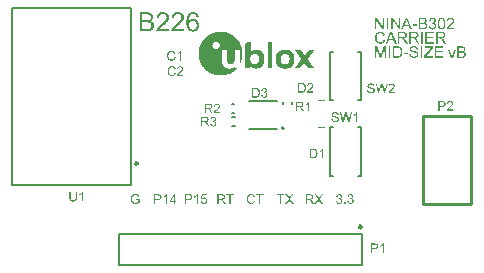
<source format=gto>
G04*
G04 #@! TF.GenerationSoftware,Altium Limited,Altium Designer,21.6.4 (81)*
G04*
G04 Layer_Color=65535*
%FSLAX44Y44*%
%MOMM*%
G71*
G04*
G04 #@! TF.SameCoordinates,F90923F9-7617-4D74-A59D-B478042C8B54*
G04*
G04*
G04 #@! TF.FilePolarity,Positive*
G04*
G01*
G75*
%ADD10C,0.1270*%
%ADD11C,0.2540*%
%ADD12C,0.2000*%
%ADD13C,0.1500*%
%ADD14C,0.1016*%
G36*
X362791Y210147D02*
X362862D01*
X362946Y210133D01*
X363038Y210126D01*
X363136Y210112D01*
X363249Y210091D01*
X363361Y210070D01*
X363607Y210006D01*
X363741Y209971D01*
X363868Y209922D01*
X363994Y209873D01*
X364121Y209809D01*
X364128Y209802D01*
X364149Y209795D01*
X364184Y209774D01*
X364234Y209746D01*
X364290Y209711D01*
X364353Y209669D01*
X364424Y209619D01*
X364501Y209563D01*
X364670Y209429D01*
X364839Y209268D01*
X365001Y209085D01*
X365078Y208979D01*
X365148Y208874D01*
X365155Y208867D01*
X365162Y208845D01*
X365183Y208817D01*
X365205Y208768D01*
X365233Y208719D01*
X365261Y208648D01*
X365296Y208578D01*
X365331Y208494D01*
X365359Y208402D01*
X365395Y208311D01*
X365451Y208100D01*
X365493Y207868D01*
X365500Y207748D01*
X365507Y207621D01*
Y207614D01*
Y207593D01*
Y207558D01*
X365500Y207516D01*
Y207459D01*
X365486Y207396D01*
X365479Y207319D01*
X365465Y207241D01*
X365423Y207058D01*
X365359Y206868D01*
X365324Y206770D01*
X365275Y206664D01*
X365226Y206566D01*
X365162Y206467D01*
X365155Y206460D01*
X365148Y206446D01*
X365127Y206418D01*
X365099Y206383D01*
X365064Y206341D01*
X365022Y206291D01*
X364972Y206235D01*
X364909Y206172D01*
X364846Y206108D01*
X364768Y206045D01*
X364691Y205975D01*
X364599Y205905D01*
X364501Y205841D01*
X364395Y205771D01*
X364283Y205707D01*
X364163Y205651D01*
X364170D01*
X364198Y205644D01*
X364248Y205630D01*
X364304Y205609D01*
X364381Y205588D01*
X364466Y205553D01*
X364557Y205518D01*
X364656Y205468D01*
X364761Y205419D01*
X364874Y205356D01*
X364986Y205292D01*
X365099Y205215D01*
X365205Y205131D01*
X365310Y205039D01*
X365416Y204933D01*
X365507Y204821D01*
X365514Y204814D01*
X365528Y204793D01*
X365549Y204758D01*
X365584Y204708D01*
X365620Y204645D01*
X365662Y204575D01*
X365704Y204490D01*
X365746Y204392D01*
X365789Y204279D01*
X365838Y204160D01*
X365873Y204033D01*
X365908Y203892D01*
X365943Y203745D01*
X365965Y203590D01*
X365979Y203428D01*
X365986Y203252D01*
Y203238D01*
Y203196D01*
X365979Y203125D01*
X365971Y203041D01*
X365957Y202928D01*
X365936Y202802D01*
X365908Y202661D01*
X365866Y202506D01*
X365817Y202337D01*
X365760Y202169D01*
X365683Y201985D01*
X365592Y201803D01*
X365486Y201620D01*
X365359Y201437D01*
X365212Y201261D01*
X365050Y201092D01*
X365036Y201085D01*
X365008Y201057D01*
X364958Y201007D01*
X364881Y200951D01*
X364790Y200888D01*
X364684Y200811D01*
X364550Y200733D01*
X364410Y200649D01*
X364248Y200564D01*
X364065Y200487D01*
X363875Y200410D01*
X363664Y200346D01*
X363446Y200290D01*
X363206Y200241D01*
X362960Y200212D01*
X362700Y200205D01*
X362644D01*
X362573Y200212D01*
X362489Y200219D01*
X362376Y200227D01*
X362250Y200248D01*
X362109Y200269D01*
X361954Y200304D01*
X361792Y200339D01*
X361616Y200388D01*
X361441Y200452D01*
X361258Y200529D01*
X361082Y200613D01*
X360906Y200712D01*
X360730Y200832D01*
X360568Y200965D01*
X360561Y200972D01*
X360533Y201000D01*
X360491Y201043D01*
X360434Y201106D01*
X360371Y201183D01*
X360294Y201275D01*
X360216Y201380D01*
X360132Y201500D01*
X360047Y201634D01*
X359963Y201789D01*
X359885Y201950D01*
X359808Y202126D01*
X359745Y202316D01*
X359682Y202513D01*
X359639Y202724D01*
X359611Y202949D01*
X360807Y203111D01*
Y203097D01*
X360814Y203069D01*
X360828Y203013D01*
X360849Y202942D01*
X360871Y202858D01*
X360899Y202766D01*
X360934Y202661D01*
X360969Y202548D01*
X361068Y202302D01*
X361187Y202063D01*
X361258Y201943D01*
X361335Y201831D01*
X361412Y201732D01*
X361504Y201641D01*
X361511Y201634D01*
X361525Y201620D01*
X361553Y201599D01*
X361595Y201570D01*
X361637Y201535D01*
X361701Y201500D01*
X361764Y201458D01*
X361842Y201423D01*
X361926Y201380D01*
X362017Y201338D01*
X362116Y201303D01*
X362221Y201268D01*
X362334Y201240D01*
X362454Y201219D01*
X362573Y201205D01*
X362707Y201197D01*
X362742D01*
X362791Y201205D01*
X362848D01*
X362925Y201219D01*
X363009Y201226D01*
X363101Y201247D01*
X363206Y201268D01*
X363312Y201303D01*
X363432Y201338D01*
X363551Y201388D01*
X363671Y201444D01*
X363790Y201514D01*
X363910Y201591D01*
X364023Y201676D01*
X364135Y201782D01*
X364142Y201789D01*
X364163Y201810D01*
X364191Y201838D01*
X364227Y201887D01*
X364269Y201943D01*
X364318Y202014D01*
X364374Y202091D01*
X364431Y202183D01*
X364480Y202281D01*
X364536Y202394D01*
X364585Y202506D01*
X364628Y202640D01*
X364663Y202773D01*
X364691Y202914D01*
X364712Y203069D01*
X364719Y203224D01*
Y203231D01*
Y203259D01*
Y203301D01*
X364712Y203365D01*
X364705Y203428D01*
X364691Y203512D01*
X364677Y203604D01*
X364649Y203702D01*
X364621Y203808D01*
X364585Y203920D01*
X364543Y204033D01*
X364494Y204146D01*
X364431Y204258D01*
X364353Y204371D01*
X364276Y204476D01*
X364177Y204582D01*
X364170Y204589D01*
X364156Y204603D01*
X364121Y204631D01*
X364079Y204666D01*
X364030Y204708D01*
X363966Y204751D01*
X363889Y204800D01*
X363805Y204849D01*
X363713Y204898D01*
X363607Y204948D01*
X363495Y204990D01*
X363375Y205032D01*
X363249Y205067D01*
X363108Y205095D01*
X362967Y205109D01*
X362812Y205117D01*
X362749D01*
X362679Y205109D01*
X362580Y205102D01*
X362454Y205088D01*
X362313Y205060D01*
X362151Y205032D01*
X361968Y204990D01*
X362102Y206038D01*
X362123D01*
X362144Y206031D01*
X362172D01*
X362235Y206024D01*
X362369D01*
X362418Y206031D01*
X362489Y206038D01*
X362566Y206045D01*
X362651Y206059D01*
X362749Y206073D01*
X362855Y206094D01*
X362960Y206123D01*
X363192Y206193D01*
X363312Y206235D01*
X363432Y206291D01*
X363551Y206348D01*
X363664Y206418D01*
X363671Y206425D01*
X363692Y206439D01*
X363720Y206460D01*
X363762Y206495D01*
X363805Y206538D01*
X363861Y206587D01*
X363910Y206650D01*
X363973Y206721D01*
X364030Y206805D01*
X364086Y206896D01*
X364135Y206995D01*
X364177Y207108D01*
X364220Y207227D01*
X364248Y207361D01*
X364269Y207502D01*
X364276Y207649D01*
Y207656D01*
Y207677D01*
Y207713D01*
X364269Y207762D01*
X364262Y207811D01*
X364255Y207882D01*
X364241Y207952D01*
X364220Y208029D01*
X364163Y208198D01*
X364128Y208290D01*
X364086Y208381D01*
X364037Y208472D01*
X363973Y208564D01*
X363903Y208648D01*
X363826Y208733D01*
X363819Y208740D01*
X363805Y208754D01*
X363783Y208775D01*
X363748Y208803D01*
X363699Y208831D01*
X363650Y208874D01*
X363586Y208909D01*
X363516Y208951D01*
X363439Y208993D01*
X363354Y209028D01*
X363256Y209071D01*
X363157Y209099D01*
X363045Y209127D01*
X362932Y209148D01*
X362805Y209162D01*
X362679Y209169D01*
X362608D01*
X362566Y209162D01*
X362503Y209155D01*
X362433Y209148D01*
X362355Y209134D01*
X362271Y209113D01*
X362088Y209063D01*
X361996Y209028D01*
X361898Y208979D01*
X361799Y208930D01*
X361701Y208874D01*
X361609Y208803D01*
X361518Y208726D01*
X361511Y208719D01*
X361497Y208705D01*
X361476Y208677D01*
X361441Y208641D01*
X361405Y208599D01*
X361363Y208543D01*
X361321Y208472D01*
X361272Y208402D01*
X361222Y208311D01*
X361173Y208212D01*
X361117Y208107D01*
X361075Y207987D01*
X361025Y207860D01*
X360990Y207727D01*
X360955Y207579D01*
X360927Y207417D01*
X359731Y207628D01*
Y207635D01*
Y207642D01*
X359745Y207684D01*
X359759Y207741D01*
X359780Y207825D01*
X359808Y207931D01*
X359843Y208043D01*
X359885Y208170D01*
X359935Y208311D01*
X359998Y208458D01*
X360069Y208613D01*
X360153Y208768D01*
X360244Y208923D01*
X360343Y209078D01*
X360455Y209225D01*
X360582Y209366D01*
X360723Y209493D01*
X360730Y209500D01*
X360758Y209521D01*
X360800Y209556D01*
X360863Y209598D01*
X360941Y209648D01*
X361032Y209704D01*
X361138Y209760D01*
X361258Y209823D01*
X361391Y209887D01*
X361539Y209943D01*
X361694Y209999D01*
X361863Y210049D01*
X362046Y210091D01*
X362243Y210126D01*
X362447Y210147D01*
X362658Y210154D01*
X362735D01*
X362791Y210147D01*
D02*
G37*
G36*
X349550Y203301D02*
X345863D01*
Y204504D01*
X349550D01*
Y203301D01*
D02*
G37*
G36*
X335253Y200381D02*
X333923D01*
X328823Y208022D01*
Y200381D01*
X327584D01*
Y210119D01*
X328907D01*
X334015Y202471D01*
Y210119D01*
X335253D01*
Y200381D01*
D02*
G37*
G36*
X321653D02*
X320323D01*
X315222Y208022D01*
Y200381D01*
X313984D01*
Y210119D01*
X315307D01*
X320415Y202471D01*
Y210119D01*
X321653D01*
Y200381D01*
D02*
G37*
G36*
X378094Y210147D02*
X378193Y210140D01*
X378312Y210133D01*
X378446Y210112D01*
X378601Y210091D01*
X378763Y210056D01*
X378938Y210013D01*
X379114Y209964D01*
X379304Y209901D01*
X379487Y209823D01*
X379670Y209732D01*
X379846Y209633D01*
X380015Y209514D01*
X380177Y209373D01*
X380184Y209366D01*
X380212Y209338D01*
X380254Y209296D01*
X380303Y209232D01*
X380367Y209162D01*
X380437Y209071D01*
X380514Y208965D01*
X380592Y208845D01*
X380662Y208712D01*
X380740Y208564D01*
X380810Y208402D01*
X380873Y208233D01*
X380923Y208050D01*
X380965Y207860D01*
X380993Y207656D01*
X381000Y207445D01*
Y207438D01*
Y207417D01*
Y207389D01*
Y207347D01*
X380993Y207290D01*
X380986Y207234D01*
X380979Y207164D01*
X380972Y207087D01*
X380944Y206911D01*
X380901Y206714D01*
X380838Y206509D01*
X380761Y206299D01*
Y206291D01*
X380747Y206270D01*
X380733Y206242D01*
X380712Y206200D01*
X380690Y206151D01*
X380655Y206087D01*
X380620Y206017D01*
X380571Y205940D01*
X380522Y205855D01*
X380465Y205764D01*
X380325Y205560D01*
X380247Y205454D01*
X380163Y205342D01*
X380064Y205229D01*
X379966Y205109D01*
X379959Y205102D01*
X379938Y205081D01*
X379909Y205046D01*
X379860Y204997D01*
X379797Y204933D01*
X379720Y204856D01*
X379635Y204765D01*
X379529Y204659D01*
X379410Y204547D01*
X379269Y204420D01*
X379121Y204279D01*
X378953Y204124D01*
X378770Y203963D01*
X378573Y203787D01*
X378354Y203597D01*
X378122Y203400D01*
X378108Y203393D01*
X378073Y203358D01*
X378024Y203315D01*
X377953Y203252D01*
X377862Y203182D01*
X377771Y203097D01*
X377665Y203006D01*
X377552Y202907D01*
X377313Y202703D01*
X377201Y202598D01*
X377088Y202499D01*
X376982Y202401D01*
X376891Y202316D01*
X376807Y202239D01*
X376743Y202169D01*
X376729Y202154D01*
X376694Y202112D01*
X376638Y202049D01*
X376567Y201971D01*
X376490Y201873D01*
X376406Y201767D01*
X376321Y201648D01*
X376244Y201528D01*
X381014D01*
Y200381D01*
X374583D01*
Y200388D01*
Y200403D01*
Y200424D01*
Y200452D01*
Y200494D01*
X374590Y200536D01*
X374597Y200649D01*
X374612Y200768D01*
X374633Y200909D01*
X374668Y201057D01*
X374717Y201205D01*
Y201212D01*
X374731Y201233D01*
X374745Y201268D01*
X374766Y201317D01*
X374787Y201380D01*
X374823Y201451D01*
X374865Y201528D01*
X374907Y201613D01*
X374956Y201711D01*
X375019Y201810D01*
X375153Y202028D01*
X375315Y202260D01*
X375505Y202499D01*
X375512Y202506D01*
X375533Y202527D01*
X375561Y202563D01*
X375603Y202612D01*
X375660Y202675D01*
X375730Y202745D01*
X375808Y202830D01*
X375906Y202921D01*
X376012Y203027D01*
X376124Y203139D01*
X376251Y203259D01*
X376391Y203393D01*
X376546Y203526D01*
X376708Y203667D01*
X376884Y203815D01*
X377067Y203970D01*
X377074Y203977D01*
X377088Y203984D01*
X377109Y204005D01*
X377137Y204026D01*
X377173Y204061D01*
X377215Y204096D01*
X377320Y204188D01*
X377454Y204293D01*
X377595Y204427D01*
X377757Y204568D01*
X377925Y204722D01*
X378108Y204884D01*
X378284Y205053D01*
X378467Y205222D01*
X378636Y205398D01*
X378805Y205567D01*
X378953Y205729D01*
X379093Y205890D01*
X379206Y206038D01*
X379213Y206045D01*
X379227Y206073D01*
X379255Y206115D01*
X379297Y206165D01*
X379339Y206235D01*
X379382Y206313D01*
X379438Y206404D01*
X379487Y206502D01*
X379537Y206608D01*
X379593Y206721D01*
X379684Y206967D01*
X379720Y207094D01*
X379748Y207220D01*
X379762Y207347D01*
X379769Y207473D01*
Y207481D01*
Y207509D01*
Y207544D01*
X379762Y207593D01*
X379755Y207656D01*
X379741Y207727D01*
X379726Y207804D01*
X379705Y207889D01*
X379677Y207980D01*
X379642Y208078D01*
X379600Y208177D01*
X379551Y208276D01*
X379494Y208381D01*
X379424Y208480D01*
X379347Y208578D01*
X379255Y208669D01*
X379248Y208677D01*
X379234Y208691D01*
X379206Y208712D01*
X379164Y208747D01*
X379114Y208782D01*
X379051Y208824D01*
X378981Y208874D01*
X378903Y208916D01*
X378812Y208965D01*
X378713Y209007D01*
X378601Y209049D01*
X378488Y209085D01*
X378362Y209120D01*
X378228Y209141D01*
X378087Y209155D01*
X377939Y209162D01*
X377855D01*
X377799Y209155D01*
X377721Y209148D01*
X377637Y209134D01*
X377545Y209120D01*
X377440Y209099D01*
X377334Y209071D01*
X377222Y209035D01*
X377109Y208993D01*
X376990Y208944D01*
X376877Y208881D01*
X376764Y208810D01*
X376652Y208733D01*
X376553Y208641D01*
X376546Y208634D01*
X376532Y208620D01*
X376504Y208585D01*
X376476Y208550D01*
X376434Y208494D01*
X376391Y208430D01*
X376342Y208353D01*
X376300Y208269D01*
X376251Y208177D01*
X376202Y208064D01*
X376159Y207952D01*
X376117Y207825D01*
X376089Y207684D01*
X376061Y207537D01*
X376047Y207382D01*
X376040Y207213D01*
X374809Y207340D01*
Y207347D01*
Y207354D01*
X374815Y207375D01*
Y207403D01*
X374823Y207473D01*
X374844Y207565D01*
X374865Y207677D01*
X374893Y207811D01*
X374928Y207959D01*
X374970Y208114D01*
X375027Y208283D01*
X375090Y208451D01*
X375167Y208627D01*
X375259Y208803D01*
X375357Y208972D01*
X375477Y209134D01*
X375603Y209289D01*
X375751Y209429D01*
X375758Y209436D01*
X375786Y209457D01*
X375836Y209500D01*
X375899Y209542D01*
X375983Y209598D01*
X376082Y209662D01*
X376202Y209725D01*
X376335Y209795D01*
X376490Y209859D01*
X376652Y209922D01*
X376835Y209985D01*
X377032Y210042D01*
X377243Y210091D01*
X377468Y210126D01*
X377707Y210147D01*
X377961Y210154D01*
X378024D01*
X378094Y210147D01*
D02*
G37*
G36*
X354799Y210112D02*
X354897D01*
X355003Y210105D01*
X355129Y210091D01*
X355256Y210084D01*
X355397Y210063D01*
X355545Y210049D01*
X355840Y209992D01*
X356135Y209915D01*
X356276Y209873D01*
X356403Y209816D01*
X356410D01*
X356431Y209802D01*
X356466Y209788D01*
X356515Y209760D01*
X356572Y209732D01*
X356635Y209690D01*
X356712Y209648D01*
X356790Y209591D01*
X356874Y209535D01*
X356959Y209465D01*
X357043Y209394D01*
X357135Y209310D01*
X357219Y209218D01*
X357303Y209127D01*
X357381Y209021D01*
X357458Y208909D01*
X357465Y208902D01*
X357472Y208881D01*
X357493Y208845D01*
X357522Y208803D01*
X357550Y208747D01*
X357578Y208677D01*
X357613Y208606D01*
X357655Y208522D01*
X357690Y208423D01*
X357725Y208325D01*
X357782Y208107D01*
X357831Y207868D01*
X357838Y207748D01*
X357845Y207621D01*
Y207614D01*
Y207593D01*
Y207558D01*
X357838Y207516D01*
Y207459D01*
X357824Y207396D01*
X357817Y207319D01*
X357803Y207241D01*
X357761Y207058D01*
X357697Y206861D01*
X357662Y206756D01*
X357613Y206657D01*
X357564Y206552D01*
X357500Y206446D01*
X357493Y206439D01*
X357486Y206425D01*
X357465Y206397D01*
X357437Y206355D01*
X357402Y206306D01*
X357360Y206256D01*
X357303Y206193D01*
X357247Y206130D01*
X357177Y206059D01*
X357106Y205989D01*
X357022Y205919D01*
X356931Y205841D01*
X356825Y205764D01*
X356719Y205693D01*
X356607Y205623D01*
X356480Y205560D01*
X356487D01*
X356522Y205546D01*
X356565Y205532D01*
X356628Y205511D01*
X356698Y205482D01*
X356783Y205447D01*
X356881Y205405D01*
X356980Y205349D01*
X357092Y205292D01*
X357205Y205229D01*
X357318Y205159D01*
X357430Y205074D01*
X357536Y204990D01*
X357648Y204891D01*
X357747Y204786D01*
X357838Y204673D01*
X357845Y204666D01*
X357859Y204645D01*
X357880Y204610D01*
X357915Y204561D01*
X357951Y204504D01*
X357993Y204434D01*
X358035Y204350D01*
X358077Y204258D01*
X358120Y204153D01*
X358169Y204040D01*
X358204Y203920D01*
X358239Y203787D01*
X358274Y203653D01*
X358295Y203505D01*
X358310Y203358D01*
X358317Y203203D01*
Y203196D01*
Y203175D01*
Y203132D01*
X358310Y203083D01*
Y203027D01*
X358302Y202957D01*
X358295Y202872D01*
X358281Y202788D01*
X358246Y202591D01*
X358190Y202372D01*
X358120Y202147D01*
X358021Y201922D01*
Y201915D01*
X358007Y201894D01*
X357993Y201866D01*
X357972Y201824D01*
X357944Y201775D01*
X357909Y201718D01*
X357824Y201591D01*
X357719Y201444D01*
X357599Y201296D01*
X357465Y201148D01*
X357310Y201022D01*
X357303D01*
X357289Y201007D01*
X357268Y200993D01*
X357233Y200972D01*
X357191Y200944D01*
X357142Y200916D01*
X357085Y200881D01*
X357022Y200846D01*
X356945Y200804D01*
X356867Y200768D01*
X356684Y200684D01*
X356480Y200613D01*
X356248Y200543D01*
X356241D01*
X356220Y200536D01*
X356185Y200529D01*
X356135Y200515D01*
X356072Y200508D01*
X355995Y200494D01*
X355910Y200480D01*
X355812Y200466D01*
X355706Y200445D01*
X355587Y200431D01*
X355453Y200417D01*
X355319Y200410D01*
X355172Y200395D01*
X355017Y200388D01*
X354848Y200381D01*
X350971D01*
Y210119D01*
X354721D01*
X354799Y210112D01*
D02*
G37*
G36*
X345462Y200381D02*
X343999D01*
X342873Y203329D01*
X338785D01*
X337723Y200381D01*
X336365D01*
X340101Y210119D01*
X341480D01*
X345462Y200381D01*
D02*
G37*
G36*
X325326D02*
X324038D01*
Y210119D01*
X325326D01*
Y200381D01*
D02*
G37*
G36*
X370474Y210147D02*
X370538D01*
X370622Y210140D01*
X370707Y210126D01*
X370805Y210112D01*
X371016Y210077D01*
X371248Y210020D01*
X371488Y209943D01*
X371600Y209894D01*
X371713Y209837D01*
X371720D01*
X371741Y209823D01*
X371769Y209802D01*
X371811Y209781D01*
X371861Y209746D01*
X371917Y209704D01*
X371987Y209662D01*
X372057Y209605D01*
X372212Y209479D01*
X372374Y209317D01*
X372536Y209134D01*
X372684Y208923D01*
X372691Y208916D01*
X372698Y208895D01*
X372719Y208860D01*
X372747Y208817D01*
X372782Y208761D01*
X372817Y208691D01*
X372860Y208613D01*
X372902Y208522D01*
X372951Y208423D01*
X373000Y208311D01*
X373050Y208191D01*
X373106Y208064D01*
X373155Y207931D01*
X373197Y207790D01*
X373246Y207635D01*
X373289Y207481D01*
Y207473D01*
X373296Y207438D01*
X373310Y207396D01*
X373324Y207326D01*
X373338Y207241D01*
X373359Y207136D01*
X373380Y207016D01*
X373401Y206875D01*
X373422Y206721D01*
X373443Y206545D01*
X373465Y206355D01*
X373479Y206151D01*
X373493Y205933D01*
X373507Y205693D01*
X373514Y205447D01*
Y205180D01*
Y205173D01*
Y205159D01*
Y205138D01*
Y205102D01*
Y205067D01*
Y205018D01*
X373507Y204962D01*
Y204898D01*
X373500Y204751D01*
X373493Y204582D01*
X373486Y204399D01*
X373472Y204195D01*
X373451Y203977D01*
X373429Y203752D01*
X373366Y203294D01*
X373324Y203062D01*
X373275Y202837D01*
X373218Y202619D01*
X373155Y202415D01*
X373148Y202401D01*
X373141Y202365D01*
X373120Y202316D01*
X373092Y202239D01*
X373050Y202154D01*
X373007Y202049D01*
X372951Y201936D01*
X372895Y201817D01*
X372824Y201690D01*
X372740Y201556D01*
X372655Y201423D01*
X372564Y201282D01*
X372458Y201148D01*
X372346Y201022D01*
X372226Y200902D01*
X372100Y200789D01*
X372093Y200782D01*
X372065Y200768D01*
X372029Y200740D01*
X371973Y200698D01*
X371903Y200656D01*
X371825Y200606D01*
X371727Y200557D01*
X371621Y200508D01*
X371495Y200452D01*
X371361Y200403D01*
X371220Y200353D01*
X371065Y200311D01*
X370897Y200276D01*
X370721Y200248D01*
X370538Y200227D01*
X370341Y200219D01*
X370277D01*
X370207Y200227D01*
X370109Y200234D01*
X369989Y200248D01*
X369848Y200276D01*
X369701Y200304D01*
X369532Y200346D01*
X369356Y200395D01*
X369180Y200466D01*
X368997Y200543D01*
X368807Y200642D01*
X368624Y200754D01*
X368448Y200888D01*
X368279Y201043D01*
X368125Y201219D01*
Y201226D01*
X368117Y201233D01*
X368103Y201254D01*
X368082Y201275D01*
X368061Y201310D01*
X368033Y201352D01*
X368005Y201395D01*
X367977Y201451D01*
X367942Y201514D01*
X367899Y201584D01*
X367864Y201662D01*
X367822Y201746D01*
X367780Y201845D01*
X367738Y201943D01*
X367688Y202056D01*
X367646Y202169D01*
X367604Y202295D01*
X367555Y202429D01*
X367512Y202570D01*
X367470Y202724D01*
X367428Y202879D01*
X367393Y203048D01*
X367351Y203217D01*
X367315Y203407D01*
X367287Y203597D01*
X367259Y203794D01*
X367231Y204005D01*
X367210Y204223D01*
X367189Y204448D01*
X367182Y204680D01*
X367168Y204926D01*
Y205180D01*
Y205187D01*
Y205201D01*
Y205222D01*
Y205257D01*
Y205299D01*
Y205349D01*
X367175Y205405D01*
Y205468D01*
X367182Y205609D01*
X367189Y205778D01*
X367196Y205968D01*
X367210Y206172D01*
X367231Y206390D01*
X367252Y206615D01*
X367315Y207079D01*
X367358Y207312D01*
X367407Y207537D01*
X367456Y207755D01*
X367519Y207959D01*
X367526Y207973D01*
X367533Y208008D01*
X367555Y208057D01*
X367583Y208135D01*
X367625Y208219D01*
X367667Y208325D01*
X367723Y208437D01*
X367787Y208557D01*
X367850Y208684D01*
X367934Y208817D01*
X368019Y208958D01*
X368110Y209092D01*
X368216Y209225D01*
X368329Y209352D01*
X368448Y209472D01*
X368575Y209584D01*
X368582Y209591D01*
X368610Y209612D01*
X368645Y209641D01*
X368701Y209676D01*
X368772Y209718D01*
X368856Y209767D01*
X368948Y209816D01*
X369060Y209873D01*
X369180Y209922D01*
X369314Y209971D01*
X369461Y210020D01*
X369616Y210063D01*
X369785Y210105D01*
X369961Y210133D01*
X370144Y210147D01*
X370341Y210154D01*
X370418D01*
X370474Y210147D01*
D02*
G37*
G36*
X318719Y198251D02*
X318825Y198244D01*
X318951Y198237D01*
X319092Y198216D01*
X319254Y198195D01*
X319437Y198167D01*
X319627Y198124D01*
X319824Y198075D01*
X320028Y198019D01*
X320232Y197941D01*
X320436Y197857D01*
X320647Y197758D01*
X320844Y197646D01*
X321034Y197512D01*
X321048Y197505D01*
X321076Y197477D01*
X321132Y197435D01*
X321196Y197371D01*
X321280Y197301D01*
X321372Y197203D01*
X321470Y197097D01*
X321583Y196970D01*
X321695Y196830D01*
X321815Y196675D01*
X321927Y196499D01*
X322040Y196316D01*
X322152Y196112D01*
X322251Y195894D01*
X322350Y195662D01*
X322427Y195415D01*
X321161Y195120D01*
X321153Y195134D01*
X321146Y195169D01*
X321125Y195219D01*
X321097Y195296D01*
X321062Y195380D01*
X321020Y195479D01*
X320964Y195591D01*
X320907Y195711D01*
X320844Y195838D01*
X320766Y195964D01*
X320689Y196091D01*
X320598Y196225D01*
X320499Y196344D01*
X320401Y196464D01*
X320288Y196569D01*
X320168Y196668D01*
X320161Y196675D01*
X320140Y196689D01*
X320105Y196710D01*
X320056Y196745D01*
X319993Y196780D01*
X319915Y196823D01*
X319824Y196865D01*
X319725Y196914D01*
X319613Y196956D01*
X319493Y196999D01*
X319359Y197041D01*
X319219Y197076D01*
X319064Y197111D01*
X318902Y197132D01*
X318733Y197146D01*
X318550Y197153D01*
X318445D01*
X318367Y197146D01*
X318269Y197139D01*
X318156Y197125D01*
X318030Y197111D01*
X317896Y197083D01*
X317748Y197055D01*
X317600Y197020D01*
X317446Y196977D01*
X317284Y196928D01*
X317129Y196865D01*
X316974Y196787D01*
X316819Y196710D01*
X316672Y196612D01*
X316665Y196604D01*
X316637Y196590D01*
X316601Y196555D01*
X316552Y196513D01*
X316489Y196457D01*
X316418Y196394D01*
X316341Y196316D01*
X316257Y196232D01*
X316172Y196133D01*
X316081Y196028D01*
X315996Y195908D01*
X315912Y195774D01*
X315827Y195641D01*
X315750Y195493D01*
X315680Y195338D01*
X315616Y195169D01*
Y195162D01*
X315602Y195127D01*
X315588Y195078D01*
X315567Y195014D01*
X315546Y194930D01*
X315518Y194832D01*
X315497Y194719D01*
X315469Y194592D01*
X315440Y194459D01*
X315412Y194311D01*
X315384Y194156D01*
X315363Y193994D01*
X315328Y193657D01*
X315321Y193481D01*
X315314Y193298D01*
Y193284D01*
Y193241D01*
Y193178D01*
X315321Y193087D01*
X315328Y192981D01*
X315335Y192854D01*
X315342Y192714D01*
X315356Y192566D01*
X315377Y192397D01*
X315398Y192221D01*
X315469Y191862D01*
X315504Y191672D01*
X315553Y191490D01*
X315609Y191307D01*
X315673Y191131D01*
X315680Y191124D01*
X315687Y191089D01*
X315708Y191046D01*
X315743Y190983D01*
X315778Y190905D01*
X315827Y190814D01*
X315884Y190716D01*
X315947Y190610D01*
X316024Y190504D01*
X316109Y190392D01*
X316200Y190272D01*
X316299Y190160D01*
X316411Y190047D01*
X316531Y189942D01*
X316658Y189843D01*
X316798Y189752D01*
X316805Y189745D01*
X316833Y189731D01*
X316876Y189709D01*
X316932Y189681D01*
X317002Y189646D01*
X317087Y189604D01*
X317185Y189569D01*
X317291Y189527D01*
X317410Y189477D01*
X317537Y189442D01*
X317678Y189400D01*
X317819Y189365D01*
X317973Y189337D01*
X318128Y189315D01*
X318290Y189301D01*
X318452Y189294D01*
X318501D01*
X318557Y189301D01*
X318635D01*
X318726Y189315D01*
X318832Y189329D01*
X318958Y189344D01*
X319085Y189372D01*
X319226Y189407D01*
X319373Y189449D01*
X319528Y189498D01*
X319683Y189555D01*
X319838Y189625D01*
X319993Y189709D01*
X320140Y189808D01*
X320288Y189914D01*
X320295Y189921D01*
X320323Y189942D01*
X320358Y189977D01*
X320408Y190033D01*
X320471Y190096D01*
X320541Y190174D01*
X320619Y190272D01*
X320696Y190378D01*
X320781Y190504D01*
X320865Y190638D01*
X320956Y190793D01*
X321034Y190962D01*
X321118Y191138D01*
X321189Y191335D01*
X321252Y191539D01*
X321308Y191764D01*
X322596Y191440D01*
Y191433D01*
X322589Y191419D01*
X322582Y191398D01*
X322575Y191370D01*
X322568Y191335D01*
X322554Y191285D01*
X322518Y191180D01*
X322469Y191046D01*
X322413Y190898D01*
X322342Y190730D01*
X322258Y190547D01*
X322167Y190350D01*
X322061Y190153D01*
X321941Y189956D01*
X321808Y189752D01*
X321660Y189555D01*
X321498Y189365D01*
X321322Y189189D01*
X321132Y189020D01*
X321118Y189013D01*
X321083Y188985D01*
X321027Y188943D01*
X320942Y188893D01*
X320844Y188830D01*
X320717Y188760D01*
X320577Y188682D01*
X320415Y188605D01*
X320239Y188527D01*
X320042Y188450D01*
X319831Y188380D01*
X319606Y188316D01*
X319359Y188267D01*
X319106Y188225D01*
X318839Y188197D01*
X318557Y188190D01*
X318452D01*
X318403Y188197D01*
X318297D01*
X318163Y188211D01*
X318008Y188225D01*
X317833Y188246D01*
X317650Y188267D01*
X317446Y188302D01*
X317242Y188344D01*
X317023Y188401D01*
X316812Y188457D01*
X316601Y188535D01*
X316390Y188619D01*
X316186Y188717D01*
X315996Y188830D01*
X315982Y188837D01*
X315954Y188858D01*
X315905Y188900D01*
X315834Y188950D01*
X315750Y189013D01*
X315658Y189097D01*
X315553Y189189D01*
X315440Y189301D01*
X315321Y189428D01*
X315201Y189562D01*
X315075Y189716D01*
X314948Y189878D01*
X314828Y190061D01*
X314709Y190251D01*
X314596Y190462D01*
X314498Y190680D01*
Y190687D01*
X314491Y190695D01*
X314477Y190737D01*
X314448Y190800D01*
X314420Y190891D01*
X314378Y191004D01*
X314336Y191138D01*
X314286Y191292D01*
X314244Y191461D01*
X314195Y191651D01*
X314146Y191855D01*
X314104Y192066D01*
X314061Y192299D01*
X314033Y192531D01*
X314005Y192777D01*
X313991Y193030D01*
X313984Y193291D01*
Y193298D01*
Y193312D01*
Y193333D01*
Y193361D01*
Y193396D01*
X313991Y193438D01*
Y193544D01*
X314005Y193678D01*
X314012Y193832D01*
X314033Y194008D01*
X314054Y194198D01*
X314090Y194395D01*
X314125Y194606D01*
X314174Y194832D01*
X314230Y195057D01*
X314294Y195282D01*
X314371Y195507D01*
X314462Y195725D01*
X314561Y195943D01*
X314568Y195957D01*
X314589Y195992D01*
X314624Y196049D01*
X314667Y196133D01*
X314730Y196225D01*
X314800Y196330D01*
X314892Y196457D01*
X314990Y196583D01*
X315096Y196717D01*
X315222Y196865D01*
X315356Y197006D01*
X315504Y197146D01*
X315665Y197287D01*
X315834Y197421D01*
X316017Y197547D01*
X316214Y197667D01*
X316228Y197674D01*
X316264Y197695D01*
X316320Y197723D01*
X316404Y197758D01*
X316503Y197808D01*
X316622Y197857D01*
X316763Y197906D01*
X316911Y197962D01*
X317080Y198019D01*
X317263Y198068D01*
X317460Y198124D01*
X317664Y198167D01*
X317882Y198202D01*
X318107Y198230D01*
X318339Y198251D01*
X318578Y198258D01*
X318677D01*
X318719Y198251D01*
D02*
G37*
G36*
X370285Y198082D02*
X370397D01*
X370524Y198075D01*
X370657Y198068D01*
X370812Y198054D01*
X370967Y198040D01*
X371129Y198026D01*
X371459Y197976D01*
X371614Y197948D01*
X371769Y197913D01*
X371917Y197871D01*
X372050Y197822D01*
X372057D01*
X372079Y197808D01*
X372114Y197794D01*
X372163Y197773D01*
X372219Y197744D01*
X372283Y197702D01*
X372360Y197660D01*
X372437Y197611D01*
X372522Y197547D01*
X372613Y197484D01*
X372705Y197407D01*
X372796Y197322D01*
X372881Y197224D01*
X372972Y197125D01*
X373057Y197013D01*
X373134Y196893D01*
X373141Y196886D01*
X373155Y196865D01*
X373169Y196830D01*
X373197Y196780D01*
X373225Y196717D01*
X373261Y196640D01*
X373303Y196555D01*
X373338Y196464D01*
X373373Y196358D01*
X373415Y196246D01*
X373451Y196126D01*
X373479Y196000D01*
X373507Y195866D01*
X373528Y195725D01*
X373535Y195577D01*
X373542Y195430D01*
Y195415D01*
Y195387D01*
X373535Y195331D01*
Y195254D01*
X373521Y195169D01*
X373507Y195064D01*
X373486Y194951D01*
X373458Y194825D01*
X373422Y194691D01*
X373380Y194550D01*
X373324Y194402D01*
X373261Y194255D01*
X373183Y194107D01*
X373092Y193966D01*
X372986Y193818D01*
X372867Y193685D01*
X372860Y193678D01*
X372838Y193657D01*
X372796Y193621D01*
X372740Y193572D01*
X372670Y193516D01*
X372578Y193452D01*
X372480Y193382D01*
X372360Y193305D01*
X372219Y193227D01*
X372071Y193150D01*
X371896Y193080D01*
X371713Y193002D01*
X371509Y192939D01*
X371291Y192876D01*
X371051Y192826D01*
X370798Y192784D01*
X370805D01*
X370819Y192770D01*
X370847Y192763D01*
X370882Y192742D01*
X370925Y192721D01*
X370974Y192693D01*
X371087Y192629D01*
X371213Y192559D01*
X371340Y192474D01*
X371459Y192390D01*
X371572Y192299D01*
X371579Y192292D01*
X371600Y192278D01*
X371628Y192242D01*
X371670Y192207D01*
X371720Y192151D01*
X371776Y192095D01*
X371846Y192024D01*
X371917Y191940D01*
X371994Y191848D01*
X372079Y191750D01*
X372170Y191644D01*
X372262Y191532D01*
X372353Y191405D01*
X372452Y191278D01*
X372641Y190997D01*
X374323Y188351D01*
X372712D01*
X371424Y190378D01*
X371417Y190385D01*
X371396Y190413D01*
X371368Y190462D01*
X371333Y190519D01*
X371283Y190596D01*
X371227Y190680D01*
X371164Y190772D01*
X371101Y190870D01*
X370953Y191089D01*
X370798Y191314D01*
X370643Y191525D01*
X370566Y191623D01*
X370495Y191715D01*
X370489Y191722D01*
X370481Y191736D01*
X370460Y191757D01*
X370432Y191792D01*
X370362Y191877D01*
X370277Y191975D01*
X370172Y192080D01*
X370066Y192193D01*
X369954Y192292D01*
X369841Y192369D01*
X369827Y192376D01*
X369792Y192397D01*
X369736Y192432D01*
X369658Y192467D01*
X369574Y192510D01*
X369475Y192559D01*
X369370Y192594D01*
X369257Y192629D01*
X369250D01*
X369215Y192636D01*
X369159Y192643D01*
X369088Y192658D01*
X368990Y192665D01*
X368863Y192672D01*
X368716Y192679D01*
X367048D01*
Y188351D01*
X365760D01*
Y198089D01*
X370200D01*
X370285Y198082D01*
D02*
G37*
G36*
X363734Y196942D02*
X357986D01*
Y193959D01*
X363368D01*
Y192812D01*
X357986D01*
Y189498D01*
X363959D01*
Y188351D01*
X356698D01*
Y198089D01*
X363734D01*
Y196942D01*
D02*
G37*
G36*
X354398Y188351D02*
X353110D01*
Y198089D01*
X354398D01*
Y188351D01*
D02*
G37*
G36*
X347615Y198082D02*
X347728D01*
X347854Y198075D01*
X347988Y198068D01*
X348143Y198054D01*
X348298Y198040D01*
X348459Y198026D01*
X348790Y197976D01*
X348945Y197948D01*
X349100Y197913D01*
X349247Y197871D01*
X349381Y197822D01*
X349388D01*
X349409Y197808D01*
X349444Y197794D01*
X349494Y197773D01*
X349550Y197744D01*
X349613Y197702D01*
X349691Y197660D01*
X349768Y197611D01*
X349852Y197547D01*
X349944Y197484D01*
X350035Y197407D01*
X350127Y197322D01*
X350211Y197224D01*
X350303Y197125D01*
X350387Y197013D01*
X350465Y196893D01*
X350472Y196886D01*
X350486Y196865D01*
X350500Y196830D01*
X350528Y196780D01*
X350556Y196717D01*
X350591Y196640D01*
X350634Y196555D01*
X350669Y196464D01*
X350704Y196358D01*
X350746Y196246D01*
X350781Y196126D01*
X350809Y196000D01*
X350838Y195866D01*
X350859Y195725D01*
X350866Y195577D01*
X350873Y195430D01*
Y195415D01*
Y195387D01*
X350866Y195331D01*
Y195254D01*
X350852Y195169D01*
X350838Y195064D01*
X350816Y194951D01*
X350788Y194825D01*
X350753Y194691D01*
X350711Y194550D01*
X350655Y194402D01*
X350591Y194255D01*
X350514Y194107D01*
X350422Y193966D01*
X350317Y193818D01*
X350197Y193685D01*
X350190Y193678D01*
X350169Y193657D01*
X350127Y193621D01*
X350071Y193572D01*
X350000Y193516D01*
X349909Y193452D01*
X349810Y193382D01*
X349691Y193305D01*
X349550Y193227D01*
X349402Y193150D01*
X349226Y193080D01*
X349043Y193002D01*
X348839Y192939D01*
X348621Y192876D01*
X348382Y192826D01*
X348129Y192784D01*
X348136D01*
X348150Y192770D01*
X348178Y192763D01*
X348213Y192742D01*
X348255Y192721D01*
X348305Y192693D01*
X348417Y192629D01*
X348544Y192559D01*
X348671Y192474D01*
X348790Y192390D01*
X348903Y192299D01*
X348910Y192292D01*
X348931Y192278D01*
X348959Y192242D01*
X349001Y192207D01*
X349050Y192151D01*
X349107Y192095D01*
X349177Y192024D01*
X349247Y191940D01*
X349325Y191848D01*
X349409Y191750D01*
X349501Y191644D01*
X349592Y191532D01*
X349684Y191405D01*
X349782Y191278D01*
X349972Y190997D01*
X351654Y188351D01*
X350042D01*
X348755Y190378D01*
X348748Y190385D01*
X348727Y190413D01*
X348699Y190462D01*
X348663Y190519D01*
X348614Y190596D01*
X348558Y190680D01*
X348495Y190772D01*
X348431Y190870D01*
X348284Y191089D01*
X348129Y191314D01*
X347974Y191525D01*
X347896Y191623D01*
X347826Y191715D01*
X347819Y191722D01*
X347812Y191736D01*
X347791Y191757D01*
X347763Y191792D01*
X347692Y191877D01*
X347608Y191975D01*
X347503Y192080D01*
X347397Y192193D01*
X347284Y192292D01*
X347172Y192369D01*
X347158Y192376D01*
X347123Y192397D01*
X347066Y192432D01*
X346989Y192467D01*
X346904Y192510D01*
X346806Y192559D01*
X346700Y192594D01*
X346588Y192629D01*
X346581D01*
X346546Y192636D01*
X346489Y192643D01*
X346419Y192658D01*
X346320Y192665D01*
X346194Y192672D01*
X346046Y192679D01*
X344379D01*
Y188351D01*
X343091D01*
Y198089D01*
X347531D01*
X347615Y198082D01*
D02*
G37*
G36*
X337793D02*
X337906D01*
X338032Y198075D01*
X338166Y198068D01*
X338321Y198054D01*
X338476Y198040D01*
X338637Y198026D01*
X338968Y197976D01*
X339123Y197948D01*
X339278Y197913D01*
X339425Y197871D01*
X339559Y197822D01*
X339566D01*
X339587Y197808D01*
X339622Y197794D01*
X339672Y197773D01*
X339728Y197744D01*
X339791Y197702D01*
X339869Y197660D01*
X339946Y197611D01*
X340031Y197547D01*
X340122Y197484D01*
X340213Y197407D01*
X340305Y197322D01*
X340389Y197224D01*
X340481Y197125D01*
X340565Y197013D01*
X340643Y196893D01*
X340650Y196886D01*
X340664Y196865D01*
X340678Y196830D01*
X340706Y196780D01*
X340734Y196717D01*
X340769Y196640D01*
X340812Y196555D01*
X340847Y196464D01*
X340882Y196358D01*
X340924Y196246D01*
X340959Y196126D01*
X340987Y196000D01*
X341016Y195866D01*
X341037Y195725D01*
X341044Y195577D01*
X341051Y195430D01*
Y195415D01*
Y195387D01*
X341044Y195331D01*
Y195254D01*
X341030Y195169D01*
X341016Y195064D01*
X340994Y194951D01*
X340966Y194825D01*
X340931Y194691D01*
X340889Y194550D01*
X340833Y194402D01*
X340769Y194255D01*
X340692Y194107D01*
X340600Y193966D01*
X340495Y193818D01*
X340375Y193685D01*
X340368Y193678D01*
X340347Y193657D01*
X340305Y193621D01*
X340249Y193572D01*
X340178Y193516D01*
X340087Y193452D01*
X339988Y193382D01*
X339869Y193305D01*
X339728Y193227D01*
X339580Y193150D01*
X339404Y193080D01*
X339221Y193002D01*
X339017Y192939D01*
X338799Y192876D01*
X338560Y192826D01*
X338307Y192784D01*
X338314D01*
X338328Y192770D01*
X338356Y192763D01*
X338391Y192742D01*
X338433Y192721D01*
X338483Y192693D01*
X338595Y192629D01*
X338722Y192559D01*
X338848Y192474D01*
X338968Y192390D01*
X339081Y192299D01*
X339088Y192292D01*
X339109Y192278D01*
X339137Y192242D01*
X339179Y192207D01*
X339228Y192151D01*
X339285Y192095D01*
X339355Y192024D01*
X339425Y191940D01*
X339503Y191848D01*
X339587Y191750D01*
X339679Y191644D01*
X339770Y191532D01*
X339862Y191405D01*
X339960Y191278D01*
X340150Y190997D01*
X341832Y188351D01*
X340220D01*
X338933Y190378D01*
X338926Y190385D01*
X338905Y190413D01*
X338877Y190462D01*
X338842Y190519D01*
X338792Y190596D01*
X338736Y190680D01*
X338673Y190772D01*
X338609Y190870D01*
X338461Y191089D01*
X338307Y191314D01*
X338152Y191525D01*
X338075Y191623D01*
X338004Y191715D01*
X337997Y191722D01*
X337990Y191736D01*
X337969Y191757D01*
X337941Y191792D01*
X337870Y191877D01*
X337786Y191975D01*
X337681Y192080D01*
X337575Y192193D01*
X337462Y192292D01*
X337350Y192369D01*
X337336Y192376D01*
X337301Y192397D01*
X337244Y192432D01*
X337167Y192467D01*
X337082Y192510D01*
X336984Y192559D01*
X336879Y192594D01*
X336766Y192629D01*
X336759D01*
X336724Y192636D01*
X336667Y192643D01*
X336597Y192658D01*
X336498Y192665D01*
X336372Y192672D01*
X336224Y192679D01*
X334557D01*
Y188351D01*
X333269D01*
Y198089D01*
X337709D01*
X337793Y198082D01*
D02*
G37*
G36*
X332221Y188351D02*
X330757D01*
X329632Y191299D01*
X325544D01*
X324481Y188351D01*
X323124D01*
X326860Y198089D01*
X328238D01*
X332221Y188351D01*
D02*
G37*
G36*
X347024Y186235D02*
X347116D01*
X347228Y186221D01*
X347348Y186214D01*
X347489Y186200D01*
X347629Y186179D01*
X347784Y186158D01*
X348101Y186094D01*
X348269Y186052D01*
X348431Y186010D01*
X348593Y185954D01*
X348748Y185890D01*
X348755Y185883D01*
X348783Y185876D01*
X348825Y185855D01*
X348881Y185827D01*
X348952Y185792D01*
X349029Y185743D01*
X349121Y185693D01*
X349212Y185630D01*
X349318Y185567D01*
X349416Y185489D01*
X349522Y185405D01*
X349627Y185313D01*
X349733Y185215D01*
X349831Y185102D01*
X349930Y184990D01*
X350014Y184863D01*
X350021Y184856D01*
X350035Y184835D01*
X350056Y184793D01*
X350085Y184744D01*
X350120Y184680D01*
X350162Y184603D01*
X350197Y184518D01*
X350247Y184420D01*
X350289Y184314D01*
X350331Y184195D01*
X350373Y184068D01*
X350408Y183934D01*
X350443Y183794D01*
X350472Y183646D01*
X350486Y183491D01*
X350500Y183336D01*
X349262Y183245D01*
Y183259D01*
X349254Y183287D01*
X349247Y183336D01*
X349233Y183400D01*
X349219Y183470D01*
X349198Y183562D01*
X349170Y183660D01*
X349135Y183766D01*
X349100Y183878D01*
X349050Y183991D01*
X348994Y184103D01*
X348931Y184223D01*
X348860Y184335D01*
X348776Y184441D01*
X348685Y184547D01*
X348586Y184638D01*
X348579Y184645D01*
X348558Y184659D01*
X348530Y184680D01*
X348480Y184715D01*
X348417Y184751D01*
X348347Y184786D01*
X348262Y184828D01*
X348164Y184877D01*
X348051Y184919D01*
X347925Y184962D01*
X347784Y184997D01*
X347636Y185039D01*
X347467Y185067D01*
X347291Y185088D01*
X347102Y185102D01*
X346898Y185109D01*
X346785D01*
X346707Y185102D01*
X346609Y185095D01*
X346503Y185088D01*
X346377Y185074D01*
X346250Y185053D01*
X345969Y185004D01*
X345828Y184969D01*
X345687Y184926D01*
X345554Y184877D01*
X345420Y184821D01*
X345300Y184758D01*
X345195Y184680D01*
X345188Y184673D01*
X345174Y184659D01*
X345145Y184638D01*
X345110Y184603D01*
X345075Y184561D01*
X345026Y184511D01*
X344984Y184455D01*
X344935Y184392D01*
X344885Y184321D01*
X344836Y184237D01*
X344752Y184061D01*
X344716Y183970D01*
X344688Y183864D01*
X344674Y183759D01*
X344667Y183646D01*
Y183639D01*
Y183625D01*
Y183597D01*
X344674Y183562D01*
X344681Y183512D01*
X344688Y183463D01*
X344716Y183343D01*
X344759Y183203D01*
X344822Y183062D01*
X344864Y182985D01*
X344920Y182914D01*
X344977Y182844D01*
X345040Y182781D01*
X345047Y182773D01*
X345061Y182766D01*
X345082Y182745D01*
X345124Y182724D01*
X345174Y182689D01*
X345244Y182654D01*
X345321Y182612D01*
X345420Y182563D01*
X345540Y182513D01*
X345673Y182457D01*
X345835Y182401D01*
X346011Y182337D01*
X346215Y182274D01*
X346440Y182211D01*
X346693Y182147D01*
X346975Y182077D01*
X346982D01*
X346996Y182070D01*
X347017D01*
X347045Y182063D01*
X347080Y182056D01*
X347123Y182042D01*
X347228Y182021D01*
X347355Y181985D01*
X347503Y181950D01*
X347664Y181915D01*
X347833Y181866D01*
X348192Y181775D01*
X348368Y181725D01*
X348544Y181669D01*
X348713Y181620D01*
X348867Y181563D01*
X349008Y181514D01*
X349128Y181465D01*
X349135Y181458D01*
X349163Y181444D01*
X349212Y181423D01*
X349268Y181395D01*
X349339Y181352D01*
X349416Y181310D01*
X349508Y181254D01*
X349606Y181190D01*
X349705Y181127D01*
X349810Y181050D01*
X350021Y180881D01*
X350218Y180684D01*
X350303Y180578D01*
X350387Y180466D01*
X350394Y180459D01*
X350408Y180438D01*
X350422Y180403D01*
X350451Y180360D01*
X350479Y180304D01*
X350514Y180234D01*
X350556Y180156D01*
X350591Y180072D01*
X350626Y179973D01*
X350669Y179868D01*
X350704Y179755D01*
X350732Y179629D01*
X350760Y179502D01*
X350781Y179368D01*
X350788Y179235D01*
X350795Y179087D01*
Y179080D01*
Y179052D01*
Y179009D01*
X350788Y178953D01*
X350781Y178883D01*
X350774Y178805D01*
X350760Y178714D01*
X350739Y178608D01*
X350718Y178503D01*
X350683Y178383D01*
X350648Y178264D01*
X350605Y178137D01*
X350556Y178010D01*
X350493Y177877D01*
X350422Y177750D01*
X350345Y177616D01*
X350338Y177609D01*
X350324Y177588D01*
X350296Y177553D01*
X350261Y177504D01*
X350218Y177447D01*
X350162Y177377D01*
X350099Y177307D01*
X350021Y177229D01*
X349937Y177145D01*
X349838Y177061D01*
X349733Y176969D01*
X349620Y176877D01*
X349501Y176793D01*
X349367Y176709D01*
X349226Y176631D01*
X349072Y176554D01*
X349064Y176547D01*
X349036Y176540D01*
X348987Y176519D01*
X348924Y176498D01*
X348846Y176469D01*
X348755Y176434D01*
X348649Y176399D01*
X348530Y176364D01*
X348396Y176329D01*
X348248Y176294D01*
X348093Y176265D01*
X347932Y176230D01*
X347763Y176209D01*
X347580Y176188D01*
X347390Y176181D01*
X347200Y176174D01*
X347073D01*
X346982Y176181D01*
X346869Y176188D01*
X346736Y176195D01*
X346588Y176209D01*
X346426Y176223D01*
X346257Y176244D01*
X346081Y176265D01*
X345708Y176336D01*
X345518Y176378D01*
X345336Y176427D01*
X345153Y176491D01*
X344984Y176554D01*
X344977Y176561D01*
X344941Y176575D01*
X344899Y176596D01*
X344836Y176624D01*
X344759Y176667D01*
X344674Y176716D01*
X344576Y176779D01*
X344477Y176842D01*
X344365Y176920D01*
X344252Y177004D01*
X344132Y177103D01*
X344020Y177208D01*
X343900Y177321D01*
X343788Y177440D01*
X343682Y177574D01*
X343584Y177715D01*
X343577Y177722D01*
X343563Y177750D01*
X343534Y177792D01*
X343506Y177848D01*
X343464Y177926D01*
X343422Y178010D01*
X343372Y178109D01*
X343330Y178221D01*
X343281Y178348D01*
X343232Y178482D01*
X343190Y178629D01*
X343147Y178777D01*
X343112Y178939D01*
X343084Y179108D01*
X343063Y179284D01*
X343056Y179467D01*
X344273Y179572D01*
Y179565D01*
X344280Y179537D01*
Y179502D01*
X344294Y179453D01*
X344301Y179389D01*
X344315Y179312D01*
X344336Y179235D01*
X344357Y179143D01*
X344407Y178953D01*
X344477Y178749D01*
X344562Y178552D01*
X344667Y178362D01*
X344674Y178355D01*
X344681Y178341D01*
X344702Y178320D01*
X344730Y178285D01*
X344759Y178242D01*
X344801Y178200D01*
X344850Y178151D01*
X344906Y178095D01*
X344970Y178039D01*
X345047Y177975D01*
X345124Y177912D01*
X345216Y177848D01*
X345307Y177785D01*
X345413Y177722D01*
X345526Y177666D01*
X345645Y177609D01*
X345652D01*
X345673Y177595D01*
X345715Y177581D01*
X345765Y177567D01*
X345828Y177546D01*
X345898Y177518D01*
X345990Y177490D01*
X346081Y177469D01*
X346187Y177440D01*
X346306Y177412D01*
X346426Y177391D01*
X346560Y177363D01*
X346841Y177335D01*
X347144Y177321D01*
X347214D01*
X347270Y177328D01*
X347334D01*
X347404Y177335D01*
X347489Y177342D01*
X347580Y177349D01*
X347784Y177377D01*
X348002Y177412D01*
X348220Y177469D01*
X348438Y177539D01*
X348445D01*
X348466Y177546D01*
X348495Y177560D01*
X348530Y177581D01*
X348579Y177602D01*
X348628Y177630D01*
X348755Y177694D01*
X348889Y177778D01*
X349029Y177884D01*
X349163Y178003D01*
X349276Y178137D01*
Y178144D01*
X349290Y178158D01*
X349304Y178179D01*
X349318Y178207D01*
X349339Y178242D01*
X349367Y178285D01*
X349416Y178390D01*
X349465Y178510D01*
X349515Y178651D01*
X349543Y178812D01*
X349557Y178974D01*
Y178981D01*
Y178995D01*
Y179016D01*
X349550Y179052D01*
Y179094D01*
X349543Y179136D01*
X349522Y179249D01*
X349494Y179368D01*
X349444Y179502D01*
X349374Y179636D01*
X349283Y179769D01*
Y179776D01*
X349268Y179783D01*
X349233Y179825D01*
X349163Y179889D01*
X349121Y179931D01*
X349072Y179973D01*
X349015Y180016D01*
X348952Y180065D01*
X348881Y180114D01*
X348797Y180163D01*
X348713Y180212D01*
X348614Y180262D01*
X348516Y180304D01*
X348403Y180353D01*
X348396D01*
X348382Y180360D01*
X348361Y180367D01*
X348319Y180381D01*
X348269Y180395D01*
X348213Y180417D01*
X348136Y180438D01*
X348044Y180466D01*
X347932Y180501D01*
X347812Y180536D01*
X347671Y180571D01*
X347510Y180614D01*
X347334Y180663D01*
X347130Y180712D01*
X346912Y180768D01*
X346672Y180825D01*
X346665D01*
X346658Y180832D01*
X346637D01*
X346616Y180839D01*
X346546Y180860D01*
X346454Y180881D01*
X346349Y180909D01*
X346222Y180944D01*
X346081Y180979D01*
X345941Y181022D01*
X345631Y181113D01*
X345321Y181219D01*
X345174Y181275D01*
X345033Y181331D01*
X344913Y181381D01*
X344801Y181437D01*
X344794Y181444D01*
X344773Y181451D01*
X344738Y181472D01*
X344688Y181500D01*
X344632Y181535D01*
X344562Y181584D01*
X344491Y181634D01*
X344407Y181690D01*
X344238Y181817D01*
X344069Y181971D01*
X343900Y182147D01*
X343830Y182246D01*
X343759Y182344D01*
X343752Y182351D01*
X343745Y182372D01*
X343731Y182401D01*
X343710Y182443D01*
X343682Y182492D01*
X343654Y182548D01*
X343626Y182619D01*
X343591Y182696D01*
X343563Y182788D01*
X343527Y182879D01*
X343478Y183083D01*
X343436Y183308D01*
X343429Y183428D01*
X343422Y183554D01*
Y183562D01*
Y183590D01*
Y183625D01*
X343429Y183681D01*
X343436Y183745D01*
X343443Y183822D01*
X343457Y183906D01*
X343471Y184005D01*
X343499Y184110D01*
X343520Y184216D01*
X343555Y184328D01*
X343598Y184448D01*
X343647Y184568D01*
X343703Y184687D01*
X343767Y184814D01*
X343837Y184933D01*
X343844Y184941D01*
X343858Y184962D01*
X343879Y184997D01*
X343914Y185039D01*
X343956Y185095D01*
X344013Y185152D01*
X344076Y185222D01*
X344146Y185292D01*
X344224Y185370D01*
X344315Y185454D01*
X344414Y185532D01*
X344526Y185616D01*
X344646Y185693D01*
X344773Y185771D01*
X344906Y185841D01*
X345054Y185905D01*
X345061Y185912D01*
X345089Y185919D01*
X345131Y185933D01*
X345195Y185961D01*
X345272Y185982D01*
X345357Y186010D01*
X345462Y186045D01*
X345582Y186073D01*
X345708Y186108D01*
X345842Y186137D01*
X345990Y186165D01*
X346145Y186193D01*
X346314Y186214D01*
X346482Y186228D01*
X346658Y186235D01*
X346841Y186242D01*
X346947D01*
X347024Y186235D01*
D02*
G37*
G36*
X342015Y179256D02*
X338328D01*
Y180459D01*
X342015D01*
Y179256D01*
D02*
G37*
G36*
X323285Y176336D02*
X322040D01*
Y184483D01*
X319205Y176336D01*
X318037D01*
X315229Y184624D01*
Y176336D01*
X313984D01*
Y186073D01*
X315919D01*
X318227Y179178D01*
X318234Y179164D01*
X318241Y179136D01*
X318255Y179087D01*
X318276Y179023D01*
X318304Y178939D01*
X318332Y178848D01*
X318367Y178749D01*
X318403Y178636D01*
X318480Y178404D01*
X318557Y178165D01*
X318592Y178046D01*
X318628Y177933D01*
X318663Y177834D01*
X318691Y177736D01*
Y177743D01*
X318698Y177764D01*
X318712Y177792D01*
X318726Y177834D01*
X318740Y177891D01*
X318761Y177961D01*
X318789Y178039D01*
X318818Y178130D01*
X318853Y178235D01*
X318895Y178348D01*
X318937Y178475D01*
X318979Y178615D01*
X319036Y178770D01*
X319085Y178932D01*
X319148Y179108D01*
X319212Y179298D01*
X321548Y186073D01*
X323285D01*
Y176336D01*
D02*
G37*
G36*
X371706Y184926D02*
X365957D01*
Y181943D01*
X371340D01*
Y180797D01*
X365957D01*
Y177483D01*
X371931D01*
Y176336D01*
X364670D01*
Y186073D01*
X371706D01*
Y184926D01*
D02*
G37*
G36*
X363094D02*
X357620Y178165D01*
X357036Y177483D01*
X363256D01*
Y176336D01*
X355559D01*
Y177525D01*
X360540Y183766D01*
X360547Y183773D01*
X360561Y183794D01*
X360589Y183829D01*
X360631Y183878D01*
X360681Y183934D01*
X360730Y184005D01*
X360793Y184075D01*
X360863Y184160D01*
X361018Y184342D01*
X361187Y184533D01*
X361370Y184736D01*
X361553Y184926D01*
X356121D01*
Y186073D01*
X363094D01*
Y184926D01*
D02*
G37*
G36*
X354060Y176336D02*
X352772D01*
Y186073D01*
X354060D01*
Y176336D01*
D02*
G37*
G36*
X332762Y186066D02*
X332875D01*
X332995Y186059D01*
X333128D01*
X333410Y186038D01*
X333698Y186017D01*
X333839Y185996D01*
X333973Y185982D01*
X334099Y185961D01*
X334219Y185933D01*
X334226D01*
X334254Y185926D01*
X334296Y185912D01*
X334360Y185897D01*
X334430Y185869D01*
X334514Y185841D01*
X334606Y185813D01*
X334711Y185771D01*
X334930Y185679D01*
X335169Y185553D01*
X335408Y185412D01*
X335528Y185327D01*
X335640Y185236D01*
X335647Y185229D01*
X335675Y185208D01*
X335718Y185166D01*
X335767Y185117D01*
X335830Y185053D01*
X335908Y184976D01*
X335985Y184884D01*
X336076Y184786D01*
X336168Y184666D01*
X336259Y184540D01*
X336358Y184406D01*
X336456Y184258D01*
X336548Y184096D01*
X336632Y183934D01*
X336717Y183752D01*
X336794Y183569D01*
X336801Y183554D01*
X336808Y183519D01*
X336829Y183470D01*
X336857Y183393D01*
X336885Y183294D01*
X336914Y183182D01*
X336949Y183048D01*
X336991Y182900D01*
X337026Y182738D01*
X337061Y182555D01*
X337090Y182365D01*
X337118Y182161D01*
X337146Y181950D01*
X337167Y181725D01*
X337174Y181493D01*
X337181Y181254D01*
Y181240D01*
Y181205D01*
Y181148D01*
X337174Y181064D01*
Y180972D01*
X337167Y180860D01*
X337160Y180733D01*
X337146Y180592D01*
X337132Y180445D01*
X337118Y180283D01*
X337068Y179952D01*
X337005Y179615D01*
X336921Y179284D01*
Y179277D01*
X336907Y179249D01*
X336893Y179199D01*
X336871Y179143D01*
X336850Y179073D01*
X336815Y178988D01*
X336780Y178890D01*
X336738Y178791D01*
X336646Y178566D01*
X336527Y178327D01*
X336400Y178095D01*
X336252Y177870D01*
X336245Y177863D01*
X336231Y177848D01*
X336210Y177813D01*
X336182Y177778D01*
X336147Y177729D01*
X336097Y177673D01*
X335992Y177546D01*
X335858Y177405D01*
X335710Y177257D01*
X335542Y177117D01*
X335366Y176983D01*
X335359D01*
X335345Y176969D01*
X335317Y176955D01*
X335281Y176934D01*
X335232Y176906D01*
X335176Y176877D01*
X335112Y176842D01*
X335042Y176807D01*
X334958Y176765D01*
X334873Y176723D01*
X334775Y176688D01*
X334676Y176645D01*
X334451Y176568D01*
X334205Y176498D01*
X334198D01*
X334177Y176491D01*
X334134Y176483D01*
X334085Y176469D01*
X334022Y176462D01*
X333945Y176448D01*
X333853Y176434D01*
X333755Y176420D01*
X333642Y176399D01*
X333522Y176385D01*
X333396Y176371D01*
X333255Y176364D01*
X333114Y176350D01*
X332960Y176343D01*
X332643Y176336D01*
X329132D01*
Y186073D01*
X332671D01*
X332762Y186066D01*
D02*
G37*
G36*
X326860Y176336D02*
X325572D01*
Y186073D01*
X326860D01*
Y176336D01*
D02*
G37*
G36*
X160283Y214988D02*
X160412D01*
X160576Y214965D01*
X160764Y214941D01*
X160975Y214906D01*
X161210Y214871D01*
X161444Y214812D01*
X161702Y214742D01*
X161961Y214648D01*
X162219Y214542D01*
X162489Y214425D01*
X162747Y214272D01*
X162993Y214108D01*
X163228Y213920D01*
X163240Y213909D01*
X163287Y213874D01*
X163345Y213803D01*
X163428Y213721D01*
X163521Y213615D01*
X163627Y213475D01*
X163744Y213322D01*
X163874Y213146D01*
X164002Y212946D01*
X164132Y212724D01*
X164261Y212477D01*
X164366Y212207D01*
X164484Y211926D01*
X164578Y211620D01*
X164648Y211292D01*
X164707Y210951D01*
X162723Y210799D01*
Y210811D01*
X162712Y210846D01*
X162700Y210916D01*
X162677Y210987D01*
X162641Y211092D01*
X162618Y211198D01*
X162524Y211456D01*
X162418Y211726D01*
X162289Y212008D01*
X162137Y212278D01*
X162055Y212395D01*
X161961Y212500D01*
X161949Y212512D01*
X161926Y212536D01*
X161879Y212583D01*
X161820Y212630D01*
X161738Y212700D01*
X161644Y212770D01*
X161538Y212852D01*
X161409Y212935D01*
X161268Y213005D01*
X161116Y213087D01*
X160963Y213158D01*
X160787Y213228D01*
X160599Y213275D01*
X160400Y213322D01*
X160189Y213345D01*
X159978Y213357D01*
X159884D01*
X159813Y213345D01*
X159731D01*
X159637Y213334D01*
X159532Y213310D01*
X159403Y213287D01*
X159144Y213228D01*
X158863Y213134D01*
X158581Y212993D01*
X158440Y212911D01*
X158299Y212817D01*
X158288Y212806D01*
X158264Y212782D01*
X158206Y212747D01*
X158147Y212688D01*
X158065Y212618D01*
X157971Y212536D01*
X157877Y212430D01*
X157760Y212313D01*
X157642Y212184D01*
X157525Y212031D01*
X157396Y211867D01*
X157278Y211691D01*
X157149Y211491D01*
X157032Y211280D01*
X156915Y211057D01*
X156809Y210822D01*
Y210811D01*
X156786Y210764D01*
X156762Y210682D01*
X156727Y210576D01*
X156680Y210447D01*
X156633Y210283D01*
X156586Y210083D01*
X156539Y209860D01*
X156492Y209614D01*
X156434Y209332D01*
X156387Y209015D01*
X156351Y208687D01*
X156316Y208323D01*
X156281Y207936D01*
X156269Y207513D01*
X156258Y207067D01*
X156269Y207079D01*
X156293Y207114D01*
X156328Y207173D01*
X156387Y207243D01*
X156457Y207337D01*
X156539Y207443D01*
X156633Y207560D01*
X156750Y207689D01*
X156868Y207818D01*
X156997Y207947D01*
X157302Y208217D01*
X157631Y208475D01*
X157818Y208593D01*
X158006Y208698D01*
X158018Y208710D01*
X158053Y208722D01*
X158112Y208745D01*
X158182Y208781D01*
X158288Y208827D01*
X158393Y208874D01*
X158522Y208921D01*
X158675Y208968D01*
X158827Y209015D01*
X159003Y209062D01*
X159367Y209156D01*
X159778Y209215D01*
X159989Y209238D01*
X160294D01*
X160400Y209226D01*
X160529Y209215D01*
X160705Y209191D01*
X160905Y209156D01*
X161127Y209109D01*
X161374Y209051D01*
X161632Y208980D01*
X161902Y208874D01*
X162184Y208757D01*
X162477Y208616D01*
X162759Y208440D01*
X163040Y208253D01*
X163322Y208018D01*
X163592Y207760D01*
X163604Y207748D01*
X163650Y207689D01*
X163721Y207607D01*
X163815Y207490D01*
X163920Y207349D01*
X164038Y207173D01*
X164167Y206973D01*
X164296Y206739D01*
X164425Y206481D01*
X164554Y206187D01*
X164671Y205882D01*
X164777Y205542D01*
X164871Y205178D01*
X164941Y204802D01*
X164988Y204392D01*
X165000Y203969D01*
Y203958D01*
Y203899D01*
Y203817D01*
X164988Y203711D01*
X164977Y203570D01*
X164965Y203418D01*
X164941Y203242D01*
X164918Y203042D01*
X164883Y202831D01*
X164836Y202608D01*
X164789Y202373D01*
X164718Y202127D01*
X164636Y201880D01*
X164554Y201634D01*
X164449Y201376D01*
X164331Y201129D01*
X164319Y201118D01*
X164296Y201071D01*
X164261Y201000D01*
X164214Y200918D01*
X164143Y200801D01*
X164061Y200672D01*
X163967Y200543D01*
X163862Y200390D01*
X163733Y200226D01*
X163604Y200062D01*
X163451Y199897D01*
X163287Y199733D01*
X163122Y199569D01*
X162935Y199405D01*
X162735Y199264D01*
X162524Y199123D01*
X162512Y199111D01*
X162477Y199088D01*
X162407Y199064D01*
X162325Y199017D01*
X162207Y198958D01*
X162078Y198900D01*
X161937Y198841D01*
X161761Y198783D01*
X161585Y198712D01*
X161386Y198653D01*
X161163Y198595D01*
X160940Y198536D01*
X160693Y198489D01*
X160447Y198466D01*
X160177Y198442D01*
X159907Y198431D01*
X159802D01*
X159743Y198442D01*
X159672D01*
X159496Y198454D01*
X159285Y198489D01*
X159039Y198524D01*
X158769Y198583D01*
X158464Y198665D01*
X158147Y198759D01*
X157818Y198876D01*
X157490Y199029D01*
X157149Y199205D01*
X156809Y199416D01*
X156469Y199663D01*
X156152Y199944D01*
X155847Y200261D01*
X155835Y200285D01*
X155776Y200343D01*
X155706Y200461D01*
X155600Y200613D01*
X155483Y200813D01*
X155413Y200930D01*
X155354Y201059D01*
X155284Y201200D01*
X155213Y201352D01*
X155131Y201528D01*
X155061Y201705D01*
X154990Y201892D01*
X154920Y202092D01*
X154838Y202315D01*
X154767Y202538D01*
X154709Y202784D01*
X154638Y203030D01*
X154579Y203300D01*
X154521Y203582D01*
X154462Y203875D01*
X154415Y204181D01*
X154380Y204497D01*
X154345Y204826D01*
X154310Y205178D01*
X154298Y205530D01*
X154274Y205905D01*
Y206293D01*
Y206304D01*
Y206352D01*
Y206410D01*
Y206504D01*
X154286Y206610D01*
Y206739D01*
X154298Y206891D01*
Y207067D01*
X154310Y207243D01*
X154333Y207454D01*
X154345Y207666D01*
X154368Y207900D01*
X154415Y208382D01*
X154497Y208910D01*
X154579Y209461D01*
X154697Y210036D01*
X154838Y210599D01*
X155002Y211163D01*
X155201Y211714D01*
X155436Y212231D01*
X155565Y212477D01*
X155706Y212700D01*
X155859Y212923D01*
X156011Y213134D01*
X156035Y213158D01*
X156082Y213216D01*
X156164Y213310D01*
X156293Y213428D01*
X156445Y213568D01*
X156621Y213721D01*
X156844Y213897D01*
X157091Y214073D01*
X157372Y214237D01*
X157677Y214413D01*
X158006Y214566D01*
X158370Y214707D01*
X158769Y214824D01*
X159179Y214918D01*
X159626Y214977D01*
X160095Y215000D01*
X160177D01*
X160283Y214988D01*
D02*
G37*
G36*
X147351D02*
X147515Y214977D01*
X147715Y214965D01*
X147938Y214930D01*
X148196Y214894D01*
X148466Y214836D01*
X148759Y214765D01*
X149052Y214683D01*
X149369Y214578D01*
X149674Y214449D01*
X149979Y214296D01*
X150273Y214132D01*
X150555Y213932D01*
X150824Y213697D01*
X150836Y213686D01*
X150883Y213639D01*
X150953Y213568D01*
X151036Y213463D01*
X151141Y213345D01*
X151258Y213193D01*
X151388Y213017D01*
X151517Y212817D01*
X151634Y212594D01*
X151763Y212348D01*
X151881Y212078D01*
X151986Y211796D01*
X152068Y211491D01*
X152139Y211175D01*
X152186Y210834D01*
X152197Y210482D01*
Y210470D01*
Y210435D01*
Y210388D01*
Y210318D01*
X152186Y210224D01*
X152174Y210130D01*
X152162Y210013D01*
X152150Y209884D01*
X152104Y209590D01*
X152033Y209262D01*
X151927Y208921D01*
X151798Y208569D01*
Y208558D01*
X151775Y208522D01*
X151751Y208475D01*
X151716Y208405D01*
X151681Y208323D01*
X151622Y208217D01*
X151564Y208100D01*
X151482Y207971D01*
X151399Y207830D01*
X151306Y207677D01*
X151071Y207337D01*
X150942Y207161D01*
X150801Y206973D01*
X150637Y206786D01*
X150472Y206586D01*
X150461Y206574D01*
X150425Y206539D01*
X150378Y206481D01*
X150296Y206398D01*
X150191Y206293D01*
X150062Y206164D01*
X149921Y206011D01*
X149745Y205835D01*
X149545Y205647D01*
X149311Y205436D01*
X149064Y205201D01*
X148783Y204943D01*
X148477Y204673D01*
X148149Y204380D01*
X147785Y204063D01*
X147398Y203735D01*
X147374Y203723D01*
X147316Y203664D01*
X147233Y203594D01*
X147116Y203488D01*
X146964Y203371D01*
X146811Y203230D01*
X146635Y203077D01*
X146447Y202913D01*
X146048Y202573D01*
X145861Y202397D01*
X145673Y202232D01*
X145497Y202068D01*
X145344Y201927D01*
X145203Y201798D01*
X145098Y201681D01*
X145074Y201658D01*
X145016Y201587D01*
X144922Y201481D01*
X144804Y201352D01*
X144675Y201188D01*
X144535Y201012D01*
X144394Y200813D01*
X144265Y200613D01*
X152221D01*
Y198700D01*
X141495D01*
Y198712D01*
Y198736D01*
Y198771D01*
Y198818D01*
Y198888D01*
X141507Y198958D01*
X141519Y199146D01*
X141542Y199346D01*
X141577Y199580D01*
X141636Y199827D01*
X141718Y200073D01*
Y200085D01*
X141742Y200120D01*
X141765Y200179D01*
X141800Y200261D01*
X141835Y200367D01*
X141894Y200484D01*
X141965Y200613D01*
X142035Y200754D01*
X142117Y200918D01*
X142223Y201082D01*
X142446Y201446D01*
X142716Y201834D01*
X143033Y202232D01*
X143044Y202244D01*
X143079Y202279D01*
X143126Y202338D01*
X143197Y202420D01*
X143291Y202526D01*
X143408Y202643D01*
X143537Y202784D01*
X143701Y202937D01*
X143877Y203113D01*
X144065Y203300D01*
X144276Y203500D01*
X144511Y203723D01*
X144769Y203946D01*
X145039Y204181D01*
X145332Y204427D01*
X145638Y204685D01*
X145649Y204697D01*
X145673Y204709D01*
X145708Y204744D01*
X145755Y204779D01*
X145814Y204838D01*
X145884Y204896D01*
X146060Y205049D01*
X146283Y205225D01*
X146518Y205448D01*
X146788Y205683D01*
X147069Y205941D01*
X147374Y206211D01*
X147668Y206492D01*
X147973Y206774D01*
X148254Y207067D01*
X148536Y207349D01*
X148783Y207619D01*
X149017Y207889D01*
X149205Y208135D01*
X149217Y208147D01*
X149240Y208194D01*
X149287Y208264D01*
X149358Y208346D01*
X149428Y208464D01*
X149498Y208593D01*
X149592Y208745D01*
X149674Y208910D01*
X149756Y209086D01*
X149850Y209273D01*
X150003Y209684D01*
X150062Y209895D01*
X150108Y210107D01*
X150132Y210318D01*
X150144Y210529D01*
Y210541D01*
Y210588D01*
Y210646D01*
X150132Y210728D01*
X150120Y210834D01*
X150097Y210951D01*
X150073Y211081D01*
X150038Y211221D01*
X149991Y211374D01*
X149932Y211538D01*
X149862Y211702D01*
X149780Y211867D01*
X149686Y212043D01*
X149569Y212207D01*
X149440Y212371D01*
X149287Y212524D01*
X149275Y212536D01*
X149252Y212559D01*
X149205Y212594D01*
X149135Y212653D01*
X149052Y212712D01*
X148947Y212782D01*
X148829Y212864D01*
X148700Y212935D01*
X148548Y213017D01*
X148384Y213087D01*
X148196Y213158D01*
X148008Y213216D01*
X147797Y213275D01*
X147574Y213310D01*
X147339Y213334D01*
X147093Y213345D01*
X146952D01*
X146858Y213334D01*
X146729Y213322D01*
X146588Y213298D01*
X146435Y213275D01*
X146259Y213240D01*
X146083Y213193D01*
X145896Y213134D01*
X145708Y213064D01*
X145508Y212982D01*
X145321Y212876D01*
X145133Y212759D01*
X144945Y212630D01*
X144781Y212477D01*
X144769Y212465D01*
X144746Y212442D01*
X144699Y212383D01*
X144652Y212325D01*
X144581Y212231D01*
X144511Y212125D01*
X144429Y211996D01*
X144359Y211855D01*
X144276Y211702D01*
X144194Y211515D01*
X144124Y211327D01*
X144053Y211116D01*
X144006Y210881D01*
X143960Y210635D01*
X143936Y210376D01*
X143924Y210095D01*
X141871Y210306D01*
Y210318D01*
Y210330D01*
X141882Y210365D01*
Y210412D01*
X141894Y210529D01*
X141929Y210682D01*
X141965Y210869D01*
X142011Y211092D01*
X142070Y211339D01*
X142141Y211597D01*
X142234Y211879D01*
X142340Y212160D01*
X142469Y212454D01*
X142622Y212747D01*
X142786Y213029D01*
X142985Y213298D01*
X143197Y213557D01*
X143443Y213791D01*
X143455Y213803D01*
X143502Y213838D01*
X143584Y213909D01*
X143690Y213979D01*
X143830Y214073D01*
X143995Y214179D01*
X144194Y214284D01*
X144417Y214401D01*
X144675Y214507D01*
X144945Y214613D01*
X145250Y214718D01*
X145579Y214812D01*
X145931Y214894D01*
X146306Y214953D01*
X146705Y214988D01*
X147128Y215000D01*
X147233D01*
X147351Y214988D01*
D02*
G37*
G36*
X134736D02*
X134900Y214977D01*
X135100Y214965D01*
X135323Y214930D01*
X135581Y214894D01*
X135851Y214836D01*
X136144Y214765D01*
X136438Y214683D01*
X136754Y214578D01*
X137059Y214449D01*
X137365Y214296D01*
X137658Y214132D01*
X137940Y213932D01*
X138209Y213697D01*
X138221Y213686D01*
X138268Y213639D01*
X138338Y213568D01*
X138421Y213463D01*
X138526Y213345D01*
X138644Y213193D01*
X138773Y213017D01*
X138902Y212817D01*
X139019Y212594D01*
X139148Y212348D01*
X139266Y212078D01*
X139371Y211796D01*
X139453Y211491D01*
X139524Y211175D01*
X139571Y210834D01*
X139582Y210482D01*
Y210470D01*
Y210435D01*
Y210388D01*
Y210318D01*
X139571Y210224D01*
X139559Y210130D01*
X139547Y210013D01*
X139536Y209884D01*
X139488Y209590D01*
X139418Y209262D01*
X139312Y208921D01*
X139183Y208569D01*
Y208558D01*
X139160Y208522D01*
X139136Y208475D01*
X139101Y208405D01*
X139066Y208323D01*
X139007Y208217D01*
X138949Y208100D01*
X138867Y207971D01*
X138785Y207830D01*
X138691Y207677D01*
X138456Y207337D01*
X138327Y207161D01*
X138186Y206973D01*
X138022Y206786D01*
X137857Y206586D01*
X137846Y206574D01*
X137810Y206539D01*
X137764Y206481D01*
X137681Y206398D01*
X137576Y206293D01*
X137447Y206164D01*
X137306Y206011D01*
X137130Y205835D01*
X136930Y205647D01*
X136696Y205436D01*
X136449Y205201D01*
X136168Y204943D01*
X135863Y204673D01*
X135534Y204380D01*
X135170Y204063D01*
X134783Y203735D01*
X134759Y203723D01*
X134701Y203664D01*
X134619Y203594D01*
X134501Y203488D01*
X134349Y203371D01*
X134196Y203230D01*
X134020Y203077D01*
X133832Y202913D01*
X133433Y202573D01*
X133246Y202397D01*
X133058Y202232D01*
X132882Y202068D01*
X132729Y201927D01*
X132589Y201798D01*
X132483Y201681D01*
X132459Y201658D01*
X132401Y201587D01*
X132307Y201481D01*
X132190Y201352D01*
X132060Y201188D01*
X131920Y201012D01*
X131779Y200813D01*
X131650Y200613D01*
X139606D01*
Y198700D01*
X128880D01*
Y198712D01*
Y198736D01*
Y198771D01*
Y198818D01*
Y198888D01*
X128892Y198958D01*
X128904Y199146D01*
X128927Y199346D01*
X128962Y199580D01*
X129021Y199827D01*
X129103Y200073D01*
Y200085D01*
X129127Y200120D01*
X129150Y200179D01*
X129185Y200261D01*
X129221Y200367D01*
X129279Y200484D01*
X129350Y200613D01*
X129420Y200754D01*
X129502Y200918D01*
X129608Y201082D01*
X129831Y201446D01*
X130101Y201834D01*
X130417Y202232D01*
X130429Y202244D01*
X130464Y202279D01*
X130511Y202338D01*
X130582Y202420D01*
X130676Y202526D01*
X130793Y202643D01*
X130922Y202784D01*
X131086Y202937D01*
X131263Y203113D01*
X131450Y203300D01*
X131661Y203500D01*
X131896Y203723D01*
X132154Y203946D01*
X132424Y204181D01*
X132718Y204427D01*
X133023Y204685D01*
X133034Y204697D01*
X133058Y204709D01*
X133093Y204744D01*
X133140Y204779D01*
X133199Y204838D01*
X133269Y204896D01*
X133445Y205049D01*
X133668Y205225D01*
X133903Y205448D01*
X134173Y205683D01*
X134454Y205941D01*
X134759Y206211D01*
X135053Y206492D01*
X135358Y206774D01*
X135639Y207067D01*
X135921Y207349D01*
X136168Y207619D01*
X136402Y207889D01*
X136590Y208135D01*
X136602Y208147D01*
X136625Y208194D01*
X136672Y208264D01*
X136743Y208346D01*
X136813Y208464D01*
X136883Y208593D01*
X136977Y208745D01*
X137059Y208910D01*
X137142Y209086D01*
X137235Y209273D01*
X137388Y209684D01*
X137447Y209895D01*
X137494Y210107D01*
X137517Y210318D01*
X137529Y210529D01*
Y210541D01*
Y210588D01*
Y210646D01*
X137517Y210728D01*
X137505Y210834D01*
X137482Y210951D01*
X137458Y211081D01*
X137423Y211221D01*
X137376Y211374D01*
X137318Y211538D01*
X137247Y211702D01*
X137165Y211867D01*
X137071Y212043D01*
X136954Y212207D01*
X136825Y212371D01*
X136672Y212524D01*
X136660Y212536D01*
X136637Y212559D01*
X136590Y212594D01*
X136520Y212653D01*
X136438Y212712D01*
X136332Y212782D01*
X136215Y212864D01*
X136086Y212935D01*
X135933Y213017D01*
X135769Y213087D01*
X135581Y213158D01*
X135393Y213216D01*
X135182Y213275D01*
X134959Y213310D01*
X134724Y213334D01*
X134478Y213345D01*
X134337D01*
X134243Y213334D01*
X134114Y213322D01*
X133973Y213298D01*
X133821Y213275D01*
X133645Y213240D01*
X133469Y213193D01*
X133281Y213134D01*
X133093Y213064D01*
X132894Y212982D01*
X132706Y212876D01*
X132518Y212759D01*
X132330Y212630D01*
X132166Y212477D01*
X132154Y212465D01*
X132131Y212442D01*
X132084Y212383D01*
X132037Y212325D01*
X131966Y212231D01*
X131896Y212125D01*
X131814Y211996D01*
X131744Y211855D01*
X131661Y211702D01*
X131579Y211515D01*
X131509Y211327D01*
X131439Y211116D01*
X131391Y210881D01*
X131345Y210635D01*
X131321Y210376D01*
X131309Y210095D01*
X129256Y210306D01*
Y210318D01*
Y210330D01*
X129268Y210365D01*
Y210412D01*
X129279Y210529D01*
X129314Y210682D01*
X129350Y210869D01*
X129397Y211092D01*
X129455Y211339D01*
X129526Y211597D01*
X129620Y211879D01*
X129725Y212160D01*
X129854Y212454D01*
X130007Y212747D01*
X130171Y213029D01*
X130371Y213298D01*
X130582Y213557D01*
X130828Y213791D01*
X130840Y213803D01*
X130887Y213838D01*
X130969Y213909D01*
X131075Y213979D01*
X131215Y214073D01*
X131380Y214179D01*
X131579Y214284D01*
X131802Y214401D01*
X132060Y214507D01*
X132330Y214613D01*
X132635Y214718D01*
X132964Y214812D01*
X133316Y214894D01*
X133692Y214953D01*
X134090Y214988D01*
X134513Y215000D01*
X134619D01*
X134736Y214988D01*
D02*
G37*
G36*
X121112Y214930D02*
X121276D01*
X121452Y214918D01*
X121663Y214894D01*
X121875Y214883D01*
X122109Y214847D01*
X122356Y214824D01*
X122849Y214730D01*
X123342Y214601D01*
X123576Y214531D01*
X123787Y214437D01*
X123799D01*
X123834Y214413D01*
X123893Y214390D01*
X123975Y214343D01*
X124069Y214296D01*
X124175Y214226D01*
X124304Y214155D01*
X124433Y214061D01*
X124574Y213967D01*
X124714Y213850D01*
X124855Y213733D01*
X125008Y213592D01*
X125149Y213439D01*
X125289Y213287D01*
X125419Y213111D01*
X125548Y212923D01*
X125559Y212911D01*
X125571Y212876D01*
X125606Y212817D01*
X125653Y212747D01*
X125700Y212653D01*
X125747Y212536D01*
X125806Y212418D01*
X125876Y212278D01*
X125935Y212113D01*
X125993Y211949D01*
X126087Y211585D01*
X126170Y211186D01*
X126181Y210987D01*
X126193Y210776D01*
Y210764D01*
Y210728D01*
Y210670D01*
X126181Y210599D01*
Y210506D01*
X126158Y210400D01*
X126146Y210271D01*
X126123Y210142D01*
X126052Y209837D01*
X125947Y209508D01*
X125888Y209332D01*
X125806Y209168D01*
X125724Y208992D01*
X125618Y208816D01*
X125606Y208804D01*
X125595Y208781D01*
X125559Y208734D01*
X125512Y208663D01*
X125454Y208581D01*
X125383Y208499D01*
X125289Y208393D01*
X125196Y208288D01*
X125078Y208170D01*
X124961Y208053D01*
X124820Y207936D01*
X124668Y207807D01*
X124492Y207677D01*
X124315Y207560D01*
X124128Y207443D01*
X123917Y207337D01*
X123928D01*
X123987Y207314D01*
X124057Y207290D01*
X124163Y207255D01*
X124280Y207208D01*
X124421Y207149D01*
X124585Y207079D01*
X124750Y206985D01*
X124937Y206891D01*
X125125Y206786D01*
X125313Y206668D01*
X125501Y206528D01*
X125677Y206387D01*
X125864Y206222D01*
X126029Y206046D01*
X126181Y205859D01*
X126193Y205847D01*
X126216Y205812D01*
X126252Y205753D01*
X126310Y205671D01*
X126369Y205577D01*
X126439Y205460D01*
X126510Y205319D01*
X126580Y205166D01*
X126651Y204990D01*
X126733Y204802D01*
X126791Y204603D01*
X126850Y204380D01*
X126909Y204157D01*
X126944Y203911D01*
X126967Y203664D01*
X126979Y203406D01*
Y203394D01*
Y203359D01*
Y203289D01*
X126967Y203207D01*
Y203113D01*
X126956Y202995D01*
X126944Y202854D01*
X126921Y202714D01*
X126862Y202385D01*
X126768Y202021D01*
X126651Y201646D01*
X126486Y201270D01*
Y201259D01*
X126463Y201223D01*
X126439Y201176D01*
X126404Y201106D01*
X126357Y201024D01*
X126299Y200930D01*
X126158Y200719D01*
X125982Y200472D01*
X125782Y200226D01*
X125559Y199979D01*
X125301Y199768D01*
X125289D01*
X125266Y199745D01*
X125231Y199721D01*
X125172Y199686D01*
X125102Y199639D01*
X125020Y199592D01*
X124926Y199534D01*
X124820Y199475D01*
X124691Y199405D01*
X124562Y199346D01*
X124257Y199205D01*
X123917Y199088D01*
X123529Y198970D01*
X123518D01*
X123482Y198958D01*
X123424Y198947D01*
X123342Y198923D01*
X123236Y198912D01*
X123107Y198888D01*
X122966Y198865D01*
X122802Y198841D01*
X122626Y198806D01*
X122426Y198783D01*
X122203Y198759D01*
X121980Y198747D01*
X121734Y198724D01*
X121476Y198712D01*
X121194Y198700D01*
X114728D01*
Y214941D01*
X120983D01*
X121112Y214930D01*
D02*
G37*
G36*
X379776Y176174D02*
X378658D01*
X375984Y183231D01*
X377243D01*
X378756Y179002D01*
Y178995D01*
X378770Y178974D01*
X378777Y178932D01*
X378798Y178883D01*
X378819Y178819D01*
X378848Y178749D01*
X378876Y178665D01*
X378904Y178566D01*
X378939Y178468D01*
X378974Y178355D01*
X379052Y178116D01*
X379129Y177855D01*
X379206Y177581D01*
Y177588D01*
X379213Y177609D01*
X379221Y177637D01*
X379235Y177680D01*
X379256Y177736D01*
X379270Y177799D01*
X379298Y177877D01*
X379326Y177961D01*
X379354Y178053D01*
X379389Y178151D01*
X379425Y178264D01*
X379460Y178383D01*
X379502Y178510D01*
X379551Y178643D01*
X379650Y178925D01*
X381219Y183231D01*
X382450D01*
X379776Y176174D01*
D02*
G37*
G36*
X387438Y185905D02*
X387537D01*
X387642Y185897D01*
X387769Y185883D01*
X387896Y185876D01*
X388036Y185855D01*
X388184Y185841D01*
X388480Y185785D01*
X388775Y185707D01*
X388916Y185665D01*
X389042Y185609D01*
X389049D01*
X389071Y185595D01*
X389106Y185581D01*
X389155Y185553D01*
X389211Y185525D01*
X389275Y185482D01*
X389352Y185440D01*
X389429Y185384D01*
X389514Y185327D01*
X389598Y185257D01*
X389683Y185187D01*
X389774Y185102D01*
X389859Y185011D01*
X389943Y184919D01*
X390020Y184814D01*
X390098Y184701D01*
X390105Y184694D01*
X390112Y184673D01*
X390133Y184638D01*
X390161Y184596D01*
X390189Y184540D01*
X390217Y184469D01*
X390253Y184399D01*
X390295Y184314D01*
X390330Y184216D01*
X390365Y184117D01*
X390421Y183899D01*
X390471Y183660D01*
X390478Y183540D01*
X390485Y183414D01*
Y183407D01*
Y183386D01*
Y183351D01*
X390478Y183308D01*
Y183252D01*
X390464Y183189D01*
X390457Y183111D01*
X390443Y183034D01*
X390400Y182851D01*
X390337Y182654D01*
X390302Y182548D01*
X390253Y182450D01*
X390203Y182344D01*
X390140Y182239D01*
X390133Y182232D01*
X390126Y182218D01*
X390105Y182190D01*
X390077Y182147D01*
X390042Y182098D01*
X389999Y182049D01*
X389943Y181985D01*
X389887Y181922D01*
X389816Y181852D01*
X389746Y181782D01*
X389662Y181711D01*
X389570Y181634D01*
X389465Y181556D01*
X389359Y181486D01*
X389246Y181416D01*
X389120Y181352D01*
X389127D01*
X389162Y181338D01*
X389204Y181324D01*
X389268Y181303D01*
X389338Y181275D01*
X389422Y181240D01*
X389521Y181197D01*
X389619Y181141D01*
X389732Y181085D01*
X389845Y181022D01*
X389957Y180951D01*
X390070Y180867D01*
X390175Y180782D01*
X390288Y180684D01*
X390386Y180578D01*
X390478Y180466D01*
X390485Y180459D01*
X390499Y180438D01*
X390520Y180403D01*
X390555Y180353D01*
X390590Y180297D01*
X390633Y180227D01*
X390675Y180142D01*
X390717Y180051D01*
X390759Y179945D01*
X390808Y179833D01*
X390844Y179713D01*
X390879Y179579D01*
X390914Y179446D01*
X390935Y179298D01*
X390949Y179150D01*
X390956Y178995D01*
Y178988D01*
Y178967D01*
Y178925D01*
X390949Y178876D01*
Y178819D01*
X390942Y178749D01*
X390935Y178665D01*
X390921Y178580D01*
X390886Y178383D01*
X390830Y178165D01*
X390759Y177940D01*
X390661Y177715D01*
Y177708D01*
X390647Y177687D01*
X390633Y177659D01*
X390611Y177616D01*
X390583Y177567D01*
X390548Y177511D01*
X390464Y177384D01*
X390358Y177236D01*
X390238Y177089D01*
X390105Y176941D01*
X389950Y176814D01*
X389943D01*
X389929Y176800D01*
X389908Y176786D01*
X389873Y176765D01*
X389830Y176737D01*
X389781Y176709D01*
X389725Y176674D01*
X389662Y176638D01*
X389584Y176596D01*
X389507Y176561D01*
X389324Y176476D01*
X389120Y176406D01*
X388888Y176336D01*
X388881D01*
X388859Y176329D01*
X388824Y176322D01*
X388775Y176308D01*
X388712Y176301D01*
X388634Y176287D01*
X388550Y176272D01*
X388451Y176258D01*
X388346Y176237D01*
X388226Y176223D01*
X388093Y176209D01*
X387959Y176202D01*
X387811Y176188D01*
X387656Y176181D01*
X387487Y176174D01*
X383611D01*
Y185912D01*
X387361D01*
X387438Y185905D01*
D02*
G37*
G36*
X171495Y59699D02*
X168244D01*
X167810Y57511D01*
X167816Y57517D01*
X167845Y57534D01*
X167880Y57558D01*
X167939Y57593D01*
X168004Y57628D01*
X168080Y57675D01*
X168174Y57716D01*
X168273Y57769D01*
X168385Y57816D01*
X168502Y57863D01*
X168631Y57904D01*
X168760Y57939D01*
X168901Y57974D01*
X169042Y57998D01*
X169195Y58015D01*
X169341Y58021D01*
X169388D01*
X169447Y58015D01*
X169517Y58010D01*
X169611Y57998D01*
X169717Y57980D01*
X169840Y57957D01*
X169969Y57927D01*
X170104Y57892D01*
X170251Y57839D01*
X170397Y57781D01*
X170550Y57710D01*
X170702Y57622D01*
X170855Y57528D01*
X171002Y57411D01*
X171143Y57282D01*
X171148Y57276D01*
X171172Y57247D01*
X171213Y57206D01*
X171260Y57147D01*
X171313Y57077D01*
X171377Y56989D01*
X171442Y56883D01*
X171512Y56766D01*
X171577Y56637D01*
X171641Y56496D01*
X171706Y56337D01*
X171765Y56173D01*
X171806Y55991D01*
X171847Y55798D01*
X171870Y55598D01*
X171876Y55387D01*
Y55381D01*
Y55375D01*
Y55357D01*
Y55340D01*
X171870Y55281D01*
X171864Y55205D01*
X171858Y55105D01*
X171841Y54994D01*
X171823Y54870D01*
X171794Y54735D01*
X171759Y54589D01*
X171718Y54436D01*
X171665Y54278D01*
X171606Y54119D01*
X171530Y53955D01*
X171442Y53797D01*
X171342Y53638D01*
X171231Y53486D01*
X171219Y53474D01*
X171195Y53445D01*
X171148Y53398D01*
X171090Y53333D01*
X171008Y53257D01*
X170914Y53175D01*
X170802Y53087D01*
X170673Y52993D01*
X170527Y52899D01*
X170368Y52811D01*
X170192Y52729D01*
X169998Y52653D01*
X169793Y52594D01*
X169576Y52541D01*
X169341Y52512D01*
X169095Y52500D01*
X169048D01*
X168989Y52506D01*
X168913Y52512D01*
X168819Y52518D01*
X168708Y52535D01*
X168584Y52553D01*
X168455Y52576D01*
X168314Y52611D01*
X168168Y52653D01*
X168015Y52699D01*
X167863Y52758D01*
X167716Y52829D01*
X167563Y52911D01*
X167423Y53011D01*
X167288Y53116D01*
X167282Y53122D01*
X167258Y53145D01*
X167223Y53181D01*
X167176Y53228D01*
X167123Y53292D01*
X167059Y53368D01*
X166994Y53456D01*
X166924Y53556D01*
X166854Y53668D01*
X166789Y53791D01*
X166719Y53926D01*
X166654Y54072D01*
X166601Y54231D01*
X166554Y54401D01*
X166513Y54577D01*
X166490Y54765D01*
X167534Y54853D01*
Y54847D01*
X167540Y54818D01*
X167546Y54782D01*
X167558Y54730D01*
X167575Y54665D01*
X167593Y54589D01*
X167616Y54507D01*
X167646Y54419D01*
X167716Y54237D01*
X167757Y54137D01*
X167804Y54043D01*
X167863Y53949D01*
X167921Y53861D01*
X167992Y53779D01*
X168068Y53703D01*
X168074Y53697D01*
X168086Y53685D01*
X168109Y53668D01*
X168144Y53644D01*
X168185Y53615D01*
X168238Y53580D01*
X168291Y53550D01*
X168356Y53515D01*
X168426Y53474D01*
X168508Y53445D01*
X168590Y53409D01*
X168684Y53380D01*
X168778Y53357D01*
X168878Y53339D01*
X168983Y53327D01*
X169095Y53321D01*
X169130D01*
X169165Y53327D01*
X169218D01*
X169277Y53339D01*
X169353Y53351D01*
X169435Y53368D01*
X169523Y53392D01*
X169617Y53415D01*
X169717Y53450D01*
X169816Y53498D01*
X169922Y53550D01*
X170022Y53609D01*
X170128Y53685D01*
X170227Y53767D01*
X170321Y53861D01*
X170327Y53867D01*
X170345Y53885D01*
X170368Y53920D01*
X170397Y53961D01*
X170438Y54014D01*
X170480Y54078D01*
X170527Y54155D01*
X170573Y54243D01*
X170614Y54342D01*
X170661Y54448D01*
X170702Y54565D01*
X170744Y54694D01*
X170773Y54835D01*
X170796Y54982D01*
X170814Y55135D01*
X170820Y55299D01*
Y55311D01*
Y55334D01*
X170814Y55381D01*
Y55440D01*
X170808Y55510D01*
X170796Y55598D01*
X170779Y55686D01*
X170761Y55792D01*
X170732Y55897D01*
X170702Y56003D01*
X170661Y56114D01*
X170614Y56232D01*
X170562Y56343D01*
X170497Y56449D01*
X170421Y56554D01*
X170339Y56648D01*
X170333Y56654D01*
X170315Y56672D01*
X170292Y56695D01*
X170251Y56725D01*
X170204Y56766D01*
X170145Y56807D01*
X170081Y56848D01*
X170004Y56895D01*
X169916Y56942D01*
X169822Y56983D01*
X169723Y57030D01*
X169611Y57065D01*
X169488Y57094D01*
X169359Y57118D01*
X169224Y57135D01*
X169083Y57141D01*
X169036D01*
X169001Y57135D01*
X168960D01*
X168907Y57129D01*
X168854Y57123D01*
X168790Y57112D01*
X168655Y57088D01*
X168508Y57047D01*
X168356Y56994D01*
X168209Y56918D01*
X168203D01*
X168191Y56906D01*
X168174Y56895D01*
X168144Y56877D01*
X168074Y56830D01*
X167986Y56766D01*
X167892Y56684D01*
X167792Y56590D01*
X167693Y56478D01*
X167605Y56355D01*
X166666Y56478D01*
X167452Y60650D01*
X171495D01*
Y59699D01*
D02*
G37*
G36*
X163937Y52635D02*
X162940D01*
Y58983D01*
X162934Y58978D01*
X162922Y58966D01*
X162905Y58948D01*
X162875Y58925D01*
X162840Y58896D01*
X162793Y58854D01*
X162740Y58813D01*
X162688Y58766D01*
X162617Y58719D01*
X162547Y58661D01*
X162470Y58608D01*
X162388Y58543D01*
X162295Y58485D01*
X162201Y58420D01*
X161989Y58291D01*
X161984Y58285D01*
X161966Y58274D01*
X161931Y58256D01*
X161890Y58238D01*
X161843Y58209D01*
X161784Y58174D01*
X161714Y58139D01*
X161643Y58098D01*
X161479Y58015D01*
X161303Y57933D01*
X161121Y57851D01*
X160945Y57781D01*
Y58743D01*
X160957Y58749D01*
X160980Y58760D01*
X161027Y58784D01*
X161086Y58813D01*
X161156Y58849D01*
X161244Y58896D01*
X161338Y58948D01*
X161438Y59007D01*
X161549Y59077D01*
X161667Y59148D01*
X161913Y59312D01*
X162165Y59494D01*
X162406Y59693D01*
X162412Y59699D01*
X162435Y59717D01*
X162465Y59746D01*
X162506Y59787D01*
X162559Y59840D01*
X162617Y59899D01*
X162682Y59969D01*
X162752Y60040D01*
X162823Y60122D01*
X162899Y60210D01*
X163046Y60392D01*
X163181Y60585D01*
X163239Y60685D01*
X163292Y60785D01*
X163937D01*
Y52635D01*
D02*
G37*
G36*
X156363Y60750D02*
X156445D01*
X156539Y60744D01*
X156738Y60738D01*
X156944Y60720D01*
X157143Y60703D01*
X157237Y60685D01*
X157319Y60673D01*
X157325D01*
X157348Y60667D01*
X157378Y60662D01*
X157419Y60656D01*
X157472Y60644D01*
X157530Y60626D01*
X157595Y60609D01*
X157671Y60591D01*
X157829Y60538D01*
X157994Y60468D01*
X158164Y60392D01*
X158322Y60292D01*
X158328Y60286D01*
X158340Y60280D01*
X158363Y60263D01*
X158387Y60239D01*
X158422Y60216D01*
X158463Y60180D01*
X158510Y60139D01*
X158557Y60092D01*
X158604Y60040D01*
X158657Y59981D01*
X158768Y59846D01*
X158874Y59688D01*
X158974Y59511D01*
X158979Y59506D01*
X158985Y59488D01*
X158997Y59459D01*
X159015Y59423D01*
X159032Y59377D01*
X159050Y59318D01*
X159073Y59253D01*
X159097Y59183D01*
X159120Y59107D01*
X159144Y59019D01*
X159161Y58931D01*
X159179Y58831D01*
X159208Y58626D01*
X159220Y58403D01*
Y58391D01*
Y58356D01*
X159214Y58303D01*
X159208Y58232D01*
X159202Y58139D01*
X159185Y58039D01*
X159167Y57922D01*
X159138Y57798D01*
X159103Y57663D01*
X159056Y57523D01*
X159003Y57376D01*
X158938Y57229D01*
X158862Y57082D01*
X158774Y56936D01*
X158674Y56789D01*
X158557Y56654D01*
X158551Y56648D01*
X158528Y56625D01*
X158487Y56590D01*
X158428Y56543D01*
X158352Y56490D01*
X158258Y56425D01*
X158146Y56361D01*
X158011Y56296D01*
X157859Y56232D01*
X157689Y56167D01*
X157489Y56103D01*
X157278Y56050D01*
X157037Y56003D01*
X156908Y55985D01*
X156773Y55968D01*
X156632Y55956D01*
X156486Y55944D01*
X156333Y55938D01*
X154098D01*
Y52635D01*
X153024D01*
Y60755D01*
X156280D01*
X156363Y60750D01*
D02*
G37*
G36*
X144732Y55357D02*
X145829D01*
Y54442D01*
X144732D01*
Y52500D01*
X143734D01*
Y54442D01*
X140214D01*
Y55357D01*
X143916Y60620D01*
X144732D01*
Y55357D01*
D02*
G37*
G36*
X137984Y52500D02*
X136987D01*
Y58849D01*
X136981Y58843D01*
X136969Y58831D01*
X136952Y58813D01*
X136922Y58790D01*
X136887Y58760D01*
X136840Y58719D01*
X136787Y58678D01*
X136735Y58631D01*
X136664Y58584D01*
X136594Y58526D01*
X136517Y58473D01*
X136435Y58408D01*
X136341Y58350D01*
X136248Y58285D01*
X136036Y58156D01*
X136031Y58150D01*
X136013Y58139D01*
X135978Y58121D01*
X135937Y58103D01*
X135890Y58074D01*
X135831Y58039D01*
X135761Y58004D01*
X135690Y57962D01*
X135526Y57880D01*
X135350Y57798D01*
X135168Y57716D01*
X134992Y57646D01*
Y58608D01*
X135004Y58614D01*
X135027Y58626D01*
X135074Y58649D01*
X135133Y58678D01*
X135203Y58714D01*
X135291Y58760D01*
X135385Y58813D01*
X135485Y58872D01*
X135596Y58942D01*
X135714Y59013D01*
X135960Y59177D01*
X136212Y59359D01*
X136453Y59559D01*
X136459Y59564D01*
X136482Y59582D01*
X136512Y59611D01*
X136553Y59652D01*
X136606Y59705D01*
X136664Y59764D01*
X136729Y59834D01*
X136799Y59905D01*
X136869Y59987D01*
X136946Y60075D01*
X137093Y60257D01*
X137227Y60450D01*
X137286Y60550D01*
X137339Y60650D01*
X137984D01*
Y52500D01*
D02*
G37*
G36*
X130409Y60615D02*
X130492D01*
X130585Y60609D01*
X130785Y60603D01*
X130990Y60585D01*
X131190Y60568D01*
X131284Y60550D01*
X131366Y60538D01*
X131372D01*
X131395Y60532D01*
X131425Y60527D01*
X131466Y60521D01*
X131518Y60509D01*
X131577Y60491D01*
X131642Y60474D01*
X131718Y60456D01*
X131876Y60403D01*
X132041Y60333D01*
X132211Y60257D01*
X132369Y60157D01*
X132375Y60151D01*
X132387Y60145D01*
X132410Y60128D01*
X132434Y60104D01*
X132469Y60081D01*
X132510Y60045D01*
X132557Y60004D01*
X132604Y59957D01*
X132651Y59905D01*
X132704Y59846D01*
X132815Y59711D01*
X132921Y59553D01*
X133020Y59377D01*
X133026Y59371D01*
X133032Y59353D01*
X133044Y59324D01*
X133062Y59289D01*
X133079Y59242D01*
X133097Y59183D01*
X133120Y59118D01*
X133144Y59048D01*
X133167Y58972D01*
X133191Y58884D01*
X133208Y58796D01*
X133226Y58696D01*
X133255Y58491D01*
X133267Y58268D01*
Y58256D01*
Y58221D01*
X133261Y58168D01*
X133255Y58098D01*
X133249Y58004D01*
X133232Y57904D01*
X133214Y57786D01*
X133185Y57663D01*
X133150Y57528D01*
X133103Y57387D01*
X133050Y57241D01*
X132985Y57094D01*
X132909Y56947D01*
X132821Y56801D01*
X132721Y56654D01*
X132604Y56519D01*
X132598Y56513D01*
X132575Y56490D01*
X132534Y56455D01*
X132475Y56408D01*
X132399Y56355D01*
X132305Y56290D01*
X132193Y56226D01*
X132058Y56161D01*
X131906Y56097D01*
X131736Y56032D01*
X131536Y55968D01*
X131325Y55915D01*
X131084Y55868D01*
X130955Y55850D01*
X130820Y55833D01*
X130679Y55821D01*
X130533Y55809D01*
X130380Y55803D01*
X128145D01*
Y52500D01*
X127071D01*
Y60620D01*
X130327D01*
X130409Y60615D01*
D02*
G37*
G36*
X209285Y60890D02*
X209373Y60884D01*
X209478Y60879D01*
X209596Y60861D01*
X209731Y60843D01*
X209883Y60820D01*
X210042Y60785D01*
X210206Y60744D01*
X210376Y60697D01*
X210546Y60632D01*
X210716Y60562D01*
X210892Y60480D01*
X211057Y60386D01*
X211215Y60274D01*
X211227Y60268D01*
X211250Y60245D01*
X211297Y60210D01*
X211350Y60157D01*
X211420Y60098D01*
X211497Y60016D01*
X211579Y59928D01*
X211673Y59823D01*
X211767Y59705D01*
X211866Y59576D01*
X211960Y59429D01*
X212054Y59277D01*
X212148Y59107D01*
X212230Y58925D01*
X212312Y58731D01*
X212377Y58526D01*
X211321Y58279D01*
X211315Y58291D01*
X211309Y58320D01*
X211291Y58362D01*
X211268Y58426D01*
X211238Y58496D01*
X211203Y58579D01*
X211156Y58672D01*
X211109Y58772D01*
X211057Y58878D01*
X210992Y58983D01*
X210928Y59089D01*
X210851Y59201D01*
X210769Y59300D01*
X210687Y59400D01*
X210593Y59488D01*
X210493Y59570D01*
X210487Y59576D01*
X210470Y59588D01*
X210441Y59605D01*
X210399Y59635D01*
X210347Y59664D01*
X210282Y59699D01*
X210206Y59735D01*
X210124Y59776D01*
X210030Y59811D01*
X209930Y59846D01*
X209819Y59881D01*
X209701Y59910D01*
X209572Y59940D01*
X209437Y59957D01*
X209296Y59969D01*
X209144Y59975D01*
X209056D01*
X208991Y59969D01*
X208909Y59963D01*
X208815Y59952D01*
X208710Y59940D01*
X208598Y59916D01*
X208475Y59893D01*
X208352Y59864D01*
X208223Y59828D01*
X208088Y59787D01*
X207959Y59735D01*
X207830Y59670D01*
X207701Y59605D01*
X207577Y59523D01*
X207571Y59517D01*
X207548Y59506D01*
X207519Y59476D01*
X207477Y59441D01*
X207425Y59394D01*
X207366Y59341D01*
X207302Y59277D01*
X207231Y59206D01*
X207161Y59124D01*
X207084Y59036D01*
X207014Y58937D01*
X206944Y58825D01*
X206873Y58714D01*
X206809Y58590D01*
X206750Y58461D01*
X206697Y58320D01*
Y58315D01*
X206685Y58285D01*
X206674Y58244D01*
X206656Y58191D01*
X206639Y58121D01*
X206615Y58039D01*
X206597Y57945D01*
X206574Y57839D01*
X206551Y57728D01*
X206527Y57605D01*
X206504Y57476D01*
X206486Y57341D01*
X206457Y57059D01*
X206451Y56912D01*
X206445Y56760D01*
Y56748D01*
Y56713D01*
Y56660D01*
X206451Y56584D01*
X206457Y56496D01*
X206462Y56390D01*
X206468Y56273D01*
X206480Y56150D01*
X206498Y56009D01*
X206515Y55862D01*
X206574Y55563D01*
X206603Y55404D01*
X206644Y55252D01*
X206691Y55099D01*
X206744Y54953D01*
X206750Y54947D01*
X206756Y54917D01*
X206773Y54882D01*
X206803Y54829D01*
X206832Y54765D01*
X206873Y54689D01*
X206920Y54606D01*
X206973Y54518D01*
X207038Y54430D01*
X207108Y54337D01*
X207184Y54237D01*
X207266Y54143D01*
X207360Y54049D01*
X207460Y53961D01*
X207565Y53879D01*
X207683Y53803D01*
X207689Y53797D01*
X207712Y53785D01*
X207747Y53767D01*
X207794Y53744D01*
X207853Y53714D01*
X207923Y53679D01*
X208006Y53650D01*
X208094Y53615D01*
X208193Y53574D01*
X208299Y53544D01*
X208416Y53509D01*
X208534Y53480D01*
X208663Y53456D01*
X208792Y53439D01*
X208927Y53427D01*
X209062Y53421D01*
X209103D01*
X209150Y53427D01*
X209214D01*
X209291Y53439D01*
X209379Y53450D01*
X209484Y53462D01*
X209590Y53486D01*
X209707Y53515D01*
X209830Y53550D01*
X209959Y53591D01*
X210089Y53638D01*
X210218Y53697D01*
X210347Y53767D01*
X210470Y53850D01*
X210593Y53938D01*
X210599Y53943D01*
X210622Y53961D01*
X210652Y53990D01*
X210693Y54037D01*
X210746Y54090D01*
X210804Y54155D01*
X210869Y54237D01*
X210933Y54325D01*
X211004Y54430D01*
X211074Y54542D01*
X211150Y54671D01*
X211215Y54812D01*
X211285Y54958D01*
X211344Y55123D01*
X211397Y55293D01*
X211444Y55481D01*
X212518Y55211D01*
Y55205D01*
X212512Y55193D01*
X212506Y55175D01*
X212500Y55152D01*
X212494Y55123D01*
X212482Y55082D01*
X212453Y54994D01*
X212412Y54882D01*
X212365Y54759D01*
X212306Y54618D01*
X212236Y54466D01*
X212160Y54301D01*
X212072Y54137D01*
X211972Y53973D01*
X211861Y53803D01*
X211737Y53638D01*
X211602Y53480D01*
X211456Y53333D01*
X211297Y53192D01*
X211285Y53186D01*
X211256Y53163D01*
X211209Y53128D01*
X211139Y53087D01*
X211057Y53034D01*
X210951Y52975D01*
X210834Y52911D01*
X210699Y52846D01*
X210552Y52782D01*
X210388Y52717D01*
X210212Y52658D01*
X210024Y52606D01*
X209819Y52565D01*
X209607Y52529D01*
X209384Y52506D01*
X209150Y52500D01*
X209062D01*
X209021Y52506D01*
X208933D01*
X208821Y52518D01*
X208692Y52529D01*
X208545Y52547D01*
X208393Y52565D01*
X208223Y52594D01*
X208053Y52629D01*
X207871Y52676D01*
X207695Y52723D01*
X207519Y52787D01*
X207343Y52858D01*
X207172Y52940D01*
X207014Y53034D01*
X207002Y53040D01*
X206979Y53057D01*
X206938Y53093D01*
X206879Y53134D01*
X206809Y53186D01*
X206732Y53257D01*
X206644Y53333D01*
X206551Y53427D01*
X206451Y53533D01*
X206351Y53644D01*
X206245Y53773D01*
X206140Y53908D01*
X206040Y54061D01*
X205940Y54219D01*
X205846Y54395D01*
X205764Y54577D01*
Y54583D01*
X205758Y54589D01*
X205747Y54624D01*
X205723Y54677D01*
X205700Y54753D01*
X205665Y54847D01*
X205629Y54958D01*
X205588Y55087D01*
X205553Y55228D01*
X205512Y55387D01*
X205471Y55557D01*
X205436Y55733D01*
X205401Y55927D01*
X205377Y56120D01*
X205354Y56325D01*
X205342Y56537D01*
X205336Y56754D01*
Y56760D01*
Y56771D01*
Y56789D01*
Y56813D01*
Y56842D01*
X205342Y56877D01*
Y56965D01*
X205354Y57077D01*
X205359Y57206D01*
X205377Y57352D01*
X205395Y57511D01*
X205424Y57675D01*
X205453Y57851D01*
X205494Y58039D01*
X205541Y58227D01*
X205594Y58414D01*
X205659Y58602D01*
X205735Y58784D01*
X205817Y58966D01*
X205823Y58978D01*
X205840Y59007D01*
X205870Y59054D01*
X205905Y59124D01*
X205958Y59201D01*
X206017Y59289D01*
X206093Y59394D01*
X206175Y59500D01*
X206263Y59611D01*
X206369Y59735D01*
X206480Y59852D01*
X206603Y59969D01*
X206738Y60086D01*
X206879Y60198D01*
X207032Y60304D01*
X207196Y60403D01*
X207208Y60409D01*
X207237Y60427D01*
X207284Y60450D01*
X207354Y60480D01*
X207436Y60521D01*
X207536Y60562D01*
X207654Y60603D01*
X207777Y60650D01*
X207918Y60697D01*
X208070Y60738D01*
X208234Y60785D01*
X208405Y60820D01*
X208587Y60849D01*
X208774Y60873D01*
X208968Y60890D01*
X209167Y60896D01*
X209249D01*
X209285Y60890D01*
D02*
G37*
G36*
X219664Y59799D02*
X216977D01*
Y52635D01*
X215903D01*
Y59799D01*
X213228D01*
Y60755D01*
X219664D01*
Y59799D01*
D02*
G37*
G36*
X183154Y198396D02*
X183348D01*
X183524Y198379D01*
X183824D01*
X183912Y198361D01*
X184000D01*
X184352Y198343D01*
X184688Y198326D01*
X184987Y198308D01*
X185269Y198290D01*
X185516Y198273D01*
X185745Y198255D01*
X185939Y198237D01*
X186133Y198220D01*
X186292Y198202D01*
X186415Y198185D01*
X186538Y198167D01*
X186626Y198149D01*
X186697D01*
X186750Y198132D01*
X186785D01*
X187314Y198008D01*
X187843Y197867D01*
X188336Y197726D01*
X188830Y197568D01*
X189306Y197409D01*
X189747Y197250D01*
X190170Y197074D01*
X190557Y196915D01*
X190910Y196774D01*
X191227Y196633D01*
X191509Y196492D01*
X191738Y196387D01*
X191932Y196281D01*
X192073Y196210D01*
X192144Y196175D01*
X192179Y196157D01*
X193078Y195611D01*
X193501Y195329D01*
X193924Y195047D01*
X194294Y194765D01*
X194665Y194483D01*
X195000Y194218D01*
X195317Y193954D01*
X195599Y193725D01*
X195846Y193496D01*
X196057Y193302D01*
X196251Y193125D01*
X196392Y192984D01*
X196498Y192879D01*
X196569Y192808D01*
X196586Y192791D01*
X197291Y192033D01*
X197609Y191645D01*
X197908Y191257D01*
X198190Y190869D01*
X198472Y190499D01*
X198719Y190146D01*
X198931Y189811D01*
X199142Y189494D01*
X199318Y189212D01*
X199477Y188948D01*
X199600Y188736D01*
X199689Y188560D01*
X199777Y188419D01*
X199812Y188348D01*
X199830Y188313D01*
X200059Y187837D01*
X200270Y187361D01*
X200464Y186903D01*
X200640Y186427D01*
X200799Y185969D01*
X200940Y185528D01*
X201063Y185105D01*
X201187Y184699D01*
X201275Y184329D01*
X201363Y183994D01*
X201434Y183695D01*
X201487Y183448D01*
X201522Y183236D01*
X201557Y183078D01*
X201575Y182990D01*
Y182954D01*
X201645Y182461D01*
X201716Y181932D01*
X201751Y181421D01*
X201769Y180927D01*
X201786Y180698D01*
Y180487D01*
X201804Y180310D01*
Y180152D01*
Y180011D01*
Y179922D01*
Y179852D01*
Y179834D01*
X201786Y179164D01*
Y178865D01*
X201769Y178565D01*
X201751Y178283D01*
X201733Y178036D01*
X201716Y177789D01*
X201698Y177578D01*
X201663Y177384D01*
X201645Y177208D01*
X201628Y177067D01*
X201610Y176943D01*
X201592Y176838D01*
Y176767D01*
X201575Y176732D01*
Y176714D01*
X201504Y176256D01*
X201398Y175798D01*
X201293Y175357D01*
X201187Y174951D01*
X201134Y174757D01*
X201081Y174599D01*
X201046Y174440D01*
X200993Y174317D01*
X200975Y174211D01*
X200940Y174140D01*
X200923Y174088D01*
Y174070D01*
X200746Y173559D01*
X200570Y173083D01*
X200411Y172677D01*
X200253Y172325D01*
X200182Y172166D01*
X200129Y172043D01*
X200076Y171919D01*
X200023Y171831D01*
X199988Y171761D01*
X199953Y171708D01*
X199935Y171673D01*
Y171655D01*
X199459Y170721D01*
Y176820D01*
Y182954D01*
X195176D01*
X195141Y178089D01*
Y177507D01*
X195123Y176961D01*
Y176485D01*
X195105Y176062D01*
Y175674D01*
Y175322D01*
X195088Y175022D01*
Y174775D01*
X195070Y174546D01*
Y174370D01*
Y174229D01*
Y174105D01*
X195053Y174017D01*
Y173964D01*
Y173929D01*
Y173911D01*
X195035Y173612D01*
X195000Y173347D01*
X194964Y173136D01*
X194929Y172959D01*
X194894Y172819D01*
X194859Y172730D01*
X194841Y172677D01*
Y172660D01*
X194665Y172307D01*
X194471Y172025D01*
X194277Y171778D01*
X194083Y171584D01*
X193907Y171444D01*
X193766Y171338D01*
X193678Y171285D01*
X193660Y171267D01*
X193642D01*
X193343Y171144D01*
X193008Y171056D01*
X192655Y170985D01*
X192320Y170950D01*
X192038Y170932D01*
X191915Y170915D01*
X191580D01*
X191263Y170950D01*
X190998Y170985D01*
X190769Y171020D01*
X190593Y171073D01*
X190452Y171109D01*
X190346Y171126D01*
X190293Y171161D01*
X190275D01*
X190117Y171250D01*
X189976Y171355D01*
X189835Y171479D01*
X189711Y171620D01*
X189623Y171726D01*
X189535Y171831D01*
X189482Y171902D01*
X189464Y171919D01*
X189412Y172008D01*
X189359Y172113D01*
X189253Y172360D01*
X189182Y172642D01*
X189112Y172907D01*
X189077Y173171D01*
X189042Y173382D01*
Y173453D01*
X189024Y173524D01*
Y173559D01*
Y173576D01*
X189006Y173841D01*
X188989Y174140D01*
Y174475D01*
X188971Y174846D01*
Y175216D01*
X188953Y175621D01*
Y176415D01*
X188936Y176785D01*
Y177137D01*
Y177472D01*
Y177754D01*
Y177983D01*
Y178160D01*
Y178230D01*
Y178283D01*
Y178301D01*
Y178318D01*
Y182884D01*
X184617Y182954D01*
X184652Y177190D01*
X184670Y176520D01*
Y175903D01*
X184688Y175339D01*
Y174846D01*
X184705Y174387D01*
Y173982D01*
X184723Y173629D01*
Y173330D01*
X184740Y173065D01*
Y172836D01*
Y172660D01*
X184758Y172519D01*
Y172413D01*
Y172325D01*
Y172290D01*
Y172272D01*
X184776Y171884D01*
X184811Y171549D01*
X184846Y171267D01*
X184881Y171056D01*
X184899Y170879D01*
X184934Y170774D01*
X184952Y170703D01*
Y170686D01*
X185058Y170386D01*
X185181Y170121D01*
X185463Y169610D01*
X185622Y169381D01*
X185763Y169170D01*
X185921Y168976D01*
X186080Y168799D01*
X186221Y168658D01*
X186362Y168517D01*
X186486Y168394D01*
X186591Y168306D01*
X186679Y168235D01*
X186750Y168182D01*
X186785Y168147D01*
X186803Y168130D01*
X187050Y167971D01*
X187314Y167812D01*
X187860Y167565D01*
X188407Y167389D01*
X188918Y167266D01*
X189147Y167213D01*
X189376Y167178D01*
X189553Y167142D01*
X189729Y167125D01*
X189852Y167107D01*
X189958Y167090D01*
X190046D01*
X190575Y167072D01*
X191069D01*
X191492Y167107D01*
X191862Y167142D01*
X192020Y167178D01*
X192162Y167195D01*
X192285Y167230D01*
X192391Y167248D01*
X192479Y167266D01*
X192532Y167283D01*
X192567Y167301D01*
X192585D01*
X192972Y167442D01*
X193343Y167618D01*
X193678Y167795D01*
X193977Y167988D01*
X194224Y168147D01*
X194400Y168288D01*
X194471Y168341D01*
X194524Y168376D01*
X194541Y168412D01*
X194559D01*
X194718Y168570D01*
X194841Y168694D01*
X194929Y168764D01*
X194964Y168799D01*
X195088Y168905D01*
X195176Y168958D01*
X195211Y168976D01*
X195229D01*
X195246Y168958D01*
Y168940D01*
X195264Y168870D01*
X195282Y168782D01*
Y168764D01*
Y168746D01*
X195299Y168570D01*
Y168394D01*
Y168323D01*
Y168253D01*
Y168218D01*
Y168200D01*
Y167460D01*
X197150D01*
X196040Y166332D01*
X195317Y165697D01*
X194576Y165115D01*
X194206Y164851D01*
X193854Y164604D01*
X193519Y164375D01*
X193202Y164181D01*
X192902Y163987D01*
X192620Y163828D01*
X192373Y163687D01*
X192179Y163564D01*
X192003Y163476D01*
X191880Y163405D01*
X191809Y163370D01*
X191774Y163352D01*
X190875Y162929D01*
X189993Y162559D01*
X189553Y162400D01*
X189130Y162260D01*
X188724Y162118D01*
X188354Y162013D01*
X188001Y161907D01*
X187684Y161801D01*
X187402Y161731D01*
X187155Y161660D01*
X186961Y161625D01*
X186820Y161590D01*
X186732Y161554D01*
X186697D01*
X186468Y161502D01*
X186203Y161466D01*
X185657Y161396D01*
X185093Y161360D01*
X184529Y161325D01*
X184282Y161308D01*
X184035D01*
X183824Y161290D01*
X182854D01*
X182466Y161308D01*
X182114D01*
X181761Y161325D01*
X181462Y161360D01*
X181162Y161378D01*
X180898Y161396D01*
X180668Y161431D01*
X180457Y161449D01*
X180281Y161466D01*
X180122Y161502D01*
X179981Y161519D01*
X179893Y161537D01*
X179805D01*
X179769Y161554D01*
X179752D01*
X178923Y161748D01*
X178148Y161960D01*
X177777Y162083D01*
X177425Y162189D01*
X177108Y162312D01*
X176790Y162418D01*
X176526Y162524D01*
X176262Y162612D01*
X176050Y162700D01*
X175874Y162788D01*
X175715Y162841D01*
X175609Y162894D01*
X175539Y162912D01*
X175521Y162929D01*
X174781Y163282D01*
X174093Y163652D01*
X173776Y163828D01*
X173459Y164022D01*
X173177Y164199D01*
X172912Y164375D01*
X172665Y164534D01*
X172454Y164674D01*
X172260Y164816D01*
X172101Y164921D01*
X171978Y165027D01*
X171872Y165098D01*
X171819Y165133D01*
X171802Y165150D01*
X171185Y165662D01*
X170603Y166190D01*
X170074Y166702D01*
X169845Y166949D01*
X169616Y167178D01*
X169422Y167389D01*
X169246Y167583D01*
X169087Y167759D01*
X168964Y167918D01*
X168858Y168041D01*
X168787Y168130D01*
X168734Y168182D01*
X168717Y168200D01*
X168223Y168852D01*
X167765Y169505D01*
X167360Y170139D01*
X167183Y170439D01*
X167025Y170721D01*
X166884Y170985D01*
X166743Y171214D01*
X166637Y171426D01*
X166549Y171602D01*
X166478Y171761D01*
X166425Y171867D01*
X166390Y171937D01*
X166372Y171955D01*
X166020Y172766D01*
X165702Y173576D01*
X165456Y174334D01*
X165350Y174687D01*
X165244Y175022D01*
X165174Y175339D01*
X165103Y175621D01*
X165033Y175868D01*
X164997Y176080D01*
X164962Y176256D01*
X164927Y176379D01*
X164909Y176450D01*
Y176485D01*
X164768Y177366D01*
X164680Y178213D01*
X164645Y178618D01*
X164627Y179006D01*
X164610Y179376D01*
Y179729D01*
X164592Y180046D01*
X164610Y180328D01*
Y180592D01*
Y180804D01*
Y180980D01*
X164627Y181103D01*
Y181174D01*
Y181209D01*
X164715Y182091D01*
X164839Y182937D01*
X164927Y183342D01*
X164997Y183730D01*
X165068Y184083D01*
X165156Y184435D01*
X165227Y184735D01*
X165297Y185017D01*
X165368Y185264D01*
X165420Y185475D01*
X165473Y185634D01*
X165509Y185757D01*
X165544Y185845D01*
Y185863D01*
X165861Y186691D01*
X166196Y187485D01*
X166372Y187837D01*
X166549Y188190D01*
X166725Y188525D01*
X166884Y188824D01*
X167042Y189106D01*
X167183Y189353D01*
X167307Y189565D01*
X167412Y189759D01*
X167501Y189900D01*
X167571Y190005D01*
X167606Y190076D01*
X167624Y190093D01*
X168082Y190728D01*
X168541Y191327D01*
X168999Y191856D01*
X169210Y192103D01*
X169422Y192332D01*
X169598Y192544D01*
X169774Y192720D01*
X169916Y192879D01*
X170057Y193020D01*
X170162Y193125D01*
X170233Y193196D01*
X170286Y193249D01*
X170303Y193267D01*
X170850Y193778D01*
X171414Y194254D01*
X171943Y194659D01*
X172436Y195029D01*
X172648Y195170D01*
X172859Y195311D01*
X173036Y195435D01*
X173177Y195540D01*
X173300Y195611D01*
X173406Y195664D01*
X173459Y195699D01*
X173476Y195717D01*
X174128Y196087D01*
X174798Y196422D01*
X175415Y196721D01*
X175715Y196845D01*
X175979Y196968D01*
X176244Y197074D01*
X176473Y197162D01*
X176667Y197233D01*
X176843Y197303D01*
X176984Y197356D01*
X177090Y197391D01*
X177160Y197427D01*
X177178D01*
X177918Y197656D01*
X178641Y197867D01*
X179346Y198026D01*
X179664Y198096D01*
X179981Y198167D01*
X180263Y198220D01*
X180527Y198273D01*
X180756Y198308D01*
X180950Y198343D01*
X181109Y198361D01*
X181215Y198379D01*
X181303Y198396D01*
X181321D01*
X181479Y198414D01*
X182942D01*
X183154Y198396D01*
D02*
G37*
G36*
X252712Y180610D02*
X252959Y180257D01*
X253188Y179958D01*
X253382Y179676D01*
X253559Y179429D01*
X253699Y179235D01*
X253805Y179076D01*
X253876Y178988D01*
X253893Y178953D01*
X254070Y178724D01*
X254211Y178565D01*
X254299Y178459D01*
X254369Y178371D01*
X254422Y178336D01*
X254440Y178318D01*
X254457D01*
X254493Y178354D01*
X254563Y178424D01*
X254651Y178530D01*
X254739Y178653D01*
X254845Y178777D01*
X254916Y178882D01*
X254986Y178953D01*
X255004Y178988D01*
X255215Y179252D01*
X255409Y179517D01*
X255621Y179799D01*
X255797Y180046D01*
X255956Y180275D01*
X256097Y180451D01*
X256132Y180522D01*
X256167Y180575D01*
X256203Y180592D01*
Y180610D01*
X257842Y182884D01*
X260134Y182919D01*
X260486Y182937D01*
X262002D01*
X262161Y182919D01*
X262284D01*
X262355Y182901D01*
X262408D01*
X262425Y182884D01*
X262443D01*
X262425Y182849D01*
X262390Y182796D01*
X262337Y182708D01*
X262284Y182619D01*
X262214Y182531D01*
X262161Y182443D01*
X262125Y182390D01*
X262108Y182373D01*
X261843Y182003D01*
X261702Y181826D01*
X261579Y181650D01*
X261473Y181509D01*
X261385Y181385D01*
X261315Y181315D01*
X261297Y181280D01*
X261103Y181015D01*
X260892Y180733D01*
X260680Y180434D01*
X260486Y180169D01*
X260292Y179922D01*
X260151Y179729D01*
X260098Y179658D01*
X260063Y179605D01*
X260046Y179570D01*
X260028Y179552D01*
X259746Y179164D01*
X259481Y178812D01*
X259252Y178477D01*
X259058Y178213D01*
X258882Y177966D01*
X258759Y177789D01*
X258706Y177737D01*
X258688Y177684D01*
X258653Y177666D01*
Y177648D01*
X258424Y177331D01*
X258212Y177049D01*
X258036Y176785D01*
X257877Y176556D01*
X257736Y176379D01*
X257648Y176238D01*
X257578Y176150D01*
X257560Y176115D01*
X257401Y175886D01*
X257278Y175727D01*
X257190Y175604D01*
X257119Y175515D01*
X257066Y175463D01*
X257031Y175427D01*
X257013Y175410D01*
Y175392D01*
X257031Y175339D01*
X257066Y175269D01*
X257102Y175198D01*
X257225Y175004D01*
X257348Y174793D01*
X257489Y174581D01*
X257613Y174405D01*
X257648Y174334D01*
X257683Y174282D01*
X257719Y174246D01*
Y174229D01*
X258018Y173788D01*
X258353Y173330D01*
X258688Y172854D01*
X259005Y172413D01*
X259164Y172219D01*
X259287Y172025D01*
X259411Y171849D01*
X259517Y171708D01*
X259605Y171584D01*
X259675Y171496D01*
X259711Y171444D01*
X259728Y171426D01*
X260151Y170844D01*
X260557Y170333D01*
X260892Y169857D01*
X261050Y169646D01*
X261191Y169452D01*
X261315Y169275D01*
X261438Y169134D01*
X261526Y168993D01*
X261614Y168888D01*
X261667Y168799D01*
X261720Y168729D01*
X261738Y168694D01*
X261755Y168676D01*
X261896Y168482D01*
X262037Y168306D01*
X262143Y168147D01*
X262249Y168006D01*
X262319Y167900D01*
X262390Y167812D01*
X262496Y167671D01*
X262566Y167583D01*
X262584Y167548D01*
X262602Y167530D01*
X262566Y167513D01*
X262478D01*
X262355Y167495D01*
X262231D01*
X262090Y167477D01*
X260433D01*
X260239Y167495D01*
X260063D01*
X257578Y167530D01*
X255833Y169875D01*
X255586Y170227D01*
X255339Y170544D01*
X255127Y170827D01*
X254951Y171073D01*
X254810Y171267D01*
X254687Y171408D01*
X254616Y171496D01*
X254599Y171532D01*
X254422Y171761D01*
X254299Y171919D01*
X254193Y172043D01*
X254140Y172113D01*
X254087Y172166D01*
X254070Y172184D01*
X254052D01*
X254017Y172149D01*
X253946Y172078D01*
X253841Y171955D01*
X253735Y171831D01*
X253647Y171708D01*
X253559Y171584D01*
X253488Y171514D01*
X253470Y171479D01*
X253277Y171214D01*
X253065Y170932D01*
X252853Y170650D01*
X252677Y170403D01*
X252501Y170174D01*
X252377Y169998D01*
X252325Y169928D01*
X252289Y169875D01*
X252254Y169857D01*
Y169839D01*
X250579Y167530D01*
X248200Y167495D01*
X245820Y167460D01*
X248693Y171250D01*
X249116Y171831D01*
X249487Y172360D01*
X249821Y172819D01*
X249980Y173030D01*
X250103Y173224D01*
X250227Y173400D01*
X250350Y173559D01*
X250438Y173682D01*
X250527Y173788D01*
X250579Y173876D01*
X250632Y173947D01*
X250650Y173982D01*
X250668Y174000D01*
X250826Y174193D01*
X250950Y174387D01*
X251055Y174528D01*
X251161Y174669D01*
X251249Y174775D01*
X251320Y174881D01*
X251426Y175022D01*
X251496Y175110D01*
X251531Y175163D01*
X251549Y175181D01*
Y175198D01*
X251514Y175251D01*
X251478Y175304D01*
X251426Y175392D01*
X251302Y175586D01*
X251161Y175798D01*
X251020Y176009D01*
X250897Y176185D01*
X250844Y176256D01*
X250809Y176309D01*
X250791Y176344D01*
X250773Y176362D01*
X250474Y176802D01*
X250139Y177261D01*
X249821Y177719D01*
X249522Y178142D01*
X249381Y178318D01*
X249240Y178495D01*
X249134Y178653D01*
X249028Y178794D01*
X248940Y178900D01*
X248887Y178988D01*
X248852Y179041D01*
X248834Y179059D01*
X248429Y179623D01*
X248059Y180134D01*
X247741Y180575D01*
X247600Y180786D01*
X247459Y180980D01*
X247336Y181139D01*
X247230Y181280D01*
X247142Y181421D01*
X247054Y181527D01*
X247001Y181615D01*
X246948Y181667D01*
X246931Y181703D01*
X246913Y181720D01*
X246772Y181914D01*
X246649Y182091D01*
X246543Y182249D01*
X246455Y182373D01*
X246384Y182496D01*
X246314Y182584D01*
X246225Y182725D01*
X246155Y182813D01*
X246137Y182866D01*
X246120Y182884D01*
X246155Y182901D01*
X246225D01*
X246349Y182919D01*
X246490D01*
X246613Y182937D01*
X247124D01*
X247424Y182954D01*
X251038D01*
X252712Y180610D01*
D02*
G37*
G36*
X227152Y167460D02*
X222992D01*
Y178318D01*
Y189212D01*
X227152D01*
Y167460D01*
D02*
G37*
G36*
X238769Y183166D02*
X239051Y183148D01*
X239315Y183131D01*
X239545Y183113D01*
X239756Y183078D01*
X239950Y183060D01*
X240109Y183043D01*
X240250Y183007D01*
X240373Y182990D01*
X240479Y182972D01*
X240549Y182954D01*
X240620Y182937D01*
X240655D01*
X240690Y182919D01*
X241360Y182672D01*
X241660Y182531D01*
X241959Y182390D01*
X242224Y182249D01*
X242471Y182108D01*
X242700Y181967D01*
X242911Y181826D01*
X243105Y181685D01*
X243264Y181562D01*
X243405Y181456D01*
X243528Y181368D01*
X243617Y181280D01*
X243687Y181227D01*
X243722Y181192D01*
X243740Y181174D01*
X244163Y180716D01*
X244515Y180257D01*
X244815Y179781D01*
X245044Y179341D01*
X245150Y179129D01*
X245221Y178953D01*
X245291Y178777D01*
X245344Y178636D01*
X245397Y178512D01*
X245432Y178424D01*
X245450Y178371D01*
Y178354D01*
X245573Y177895D01*
X245608Y177684D01*
X245644Y177507D01*
X245679Y177349D01*
Y177243D01*
X245697Y177173D01*
Y177137D01*
X245714Y177014D01*
Y176891D01*
X245732Y176573D01*
Y176256D01*
X245749Y175921D01*
Y175621D01*
Y175498D01*
Y175375D01*
Y175286D01*
Y175216D01*
Y175163D01*
Y175145D01*
Y174898D01*
Y174669D01*
Y174458D01*
Y174264D01*
X245732Y173929D01*
Y173647D01*
Y173453D01*
X245714Y173294D01*
Y173224D01*
Y173189D01*
X245697Y172977D01*
X245661Y172801D01*
X245626Y172625D01*
X245591Y172484D01*
X245556Y172360D01*
X245520Y172254D01*
X245503Y172201D01*
X245485Y172184D01*
X245362Y171831D01*
X245203Y171496D01*
X245062Y171179D01*
X244903Y170879D01*
X244745Y170597D01*
X244586Y170333D01*
X244427Y170104D01*
X244269Y169892D01*
X244110Y169698D01*
X243987Y169522D01*
X243863Y169381D01*
X243758Y169258D01*
X243669Y169170D01*
X243599Y169099D01*
X243564Y169064D01*
X243546Y169046D01*
X243299Y168835D01*
X243052Y168641D01*
X242506Y168288D01*
X241959Y168006D01*
X241448Y167759D01*
X241201Y167671D01*
X240990Y167583D01*
X240796Y167530D01*
X240620Y167460D01*
X240479Y167424D01*
X240373Y167389D01*
X240303Y167372D01*
X240285D01*
X239915Y167283D01*
X239509Y167230D01*
X239104Y167178D01*
X238698Y167160D01*
X238346Y167142D01*
X238187Y167125D01*
X237799D01*
X237235Y167142D01*
X236742Y167160D01*
X236319Y167195D01*
X236125Y167230D01*
X235966Y167248D01*
X235807Y167266D01*
X235667Y167301D01*
X235561Y167319D01*
X235473Y167336D01*
X235402Y167354D01*
X235332D01*
X235314Y167372D01*
X235296D01*
X234909Y167477D01*
X234538Y167601D01*
X234186Y167742D01*
X233851Y167883D01*
X233551Y168041D01*
X233269Y168200D01*
X233005Y168359D01*
X232758Y168517D01*
X232546Y168658D01*
X232353Y168799D01*
X232194Y168923D01*
X232053Y169046D01*
X231947Y169134D01*
X231877Y169205D01*
X231824Y169240D01*
X231806Y169258D01*
X231559Y169522D01*
X231330Y169786D01*
X231119Y170068D01*
X230942Y170368D01*
X230766Y170650D01*
X230625Y170932D01*
X230361Y171461D01*
X230272Y171708D01*
X230184Y171937D01*
X230114Y172149D01*
X230043Y172325D01*
X230008Y172466D01*
X229973Y172572D01*
X229955Y172642D01*
Y172660D01*
X229885Y173030D01*
X229849Y173453D01*
X229814Y173876D01*
X229779Y174282D01*
Y174634D01*
X229761Y174793D01*
Y174934D01*
Y175040D01*
Y175128D01*
Y175180D01*
Y175198D01*
X229779Y175780D01*
X229797Y176291D01*
X229814Y176503D01*
X229832Y176714D01*
X229849Y176908D01*
X229867Y177084D01*
X229885Y177243D01*
X229902Y177366D01*
Y177490D01*
X229920Y177578D01*
X229937Y177666D01*
X229955Y177719D01*
Y177737D01*
Y177754D01*
X230061Y178124D01*
X230167Y178477D01*
X230308Y178812D01*
X230449Y179129D01*
X230607Y179429D01*
X230766Y179711D01*
X230925Y179975D01*
X231083Y180204D01*
X231242Y180416D01*
X231383Y180610D01*
X231506Y180769D01*
X231630Y180910D01*
X231718Y181015D01*
X231788Y181086D01*
X231841Y181139D01*
X231859Y181156D01*
X232141Y181403D01*
X232423Y181632D01*
X232723Y181844D01*
X233022Y182038D01*
X233304Y182214D01*
X233604Y182355D01*
X234151Y182619D01*
X234397Y182708D01*
X234627Y182796D01*
X234838Y182866D01*
X235014Y182937D01*
X235155Y182972D01*
X235261Y183007D01*
X235332Y183025D01*
X235349D01*
X235525Y183060D01*
X235719Y183095D01*
X236142Y183131D01*
X236583Y183166D01*
X237041Y183183D01*
X238452Y183183D01*
X238769Y183166D01*
D02*
G37*
G36*
X208608Y181139D02*
X209278Y181773D01*
X209578Y182038D01*
X209877Y182249D01*
X210142Y182425D01*
X210389Y182584D01*
X210582Y182690D01*
X210741Y182778D01*
X210847Y182813D01*
X210882Y182831D01*
X211199Y182937D01*
X211552Y183025D01*
X211887Y183095D01*
X212204Y183148D01*
X212486Y183183D01*
X212610Y183201D01*
X212715D01*
X212803Y183219D01*
X213561D01*
X214126Y183183D01*
X214390Y183166D01*
X214637Y183131D01*
X214866Y183095D01*
X215077Y183060D01*
X215271Y183025D01*
X215430Y182990D01*
X215589Y182954D01*
X215694Y182919D01*
X215800Y182884D01*
X215871Y182866D01*
X215906Y182849D01*
X215924D01*
X216382Y182655D01*
X216823Y182443D01*
X217193Y182196D01*
X217545Y181967D01*
X217810Y181738D01*
X217933Y181650D01*
X218021Y181562D01*
X218092Y181491D01*
X218145Y181456D01*
X218180Y181421D01*
X218197Y181403D01*
X218550Y180998D01*
X218850Y180557D01*
X219114Y180134D01*
X219326Y179711D01*
X219414Y179535D01*
X219484Y179358D01*
X219555Y179200D01*
X219608Y179076D01*
X219643Y178971D01*
X219678Y178882D01*
X219696Y178829D01*
Y178812D01*
X219872Y178213D01*
X219995Y177613D01*
X220084Y177014D01*
X220119Y176714D01*
X220137Y176450D01*
X220172Y176185D01*
X220189Y175956D01*
Y175762D01*
X220207Y175586D01*
Y175427D01*
Y175322D01*
Y175251D01*
Y175233D01*
Y174722D01*
X220172Y174246D01*
X220154Y173823D01*
X220119Y173471D01*
X220101Y173312D01*
X220084Y173171D01*
X220066Y173048D01*
X220048Y172959D01*
X220031Y172871D01*
Y172819D01*
X220013Y172783D01*
Y172766D01*
X219943Y172378D01*
X219837Y172025D01*
X219749Y171690D01*
X219643Y171391D01*
X219537Y171144D01*
X219467Y170950D01*
X219431Y170879D01*
X219414Y170826D01*
X219396Y170809D01*
Y170791D01*
X219238Y170492D01*
X219079Y170227D01*
X218920Y169963D01*
X218744Y169716D01*
X218568Y169487D01*
X218409Y169293D01*
X218250Y169099D01*
X218092Y168940D01*
X217933Y168782D01*
X217810Y168658D01*
X217686Y168535D01*
X217581Y168447D01*
X217492Y168376D01*
X217422Y168323D01*
X217387Y168306D01*
X217369Y168288D01*
X216893Y167988D01*
X216382Y167759D01*
X215871Y167565D01*
X215377Y167424D01*
X215166Y167354D01*
X214954Y167319D01*
X214760Y167283D01*
X214619Y167248D01*
X214478Y167230D01*
X214390Y167213D01*
X214319Y167195D01*
X214302D01*
X213720Y167142D01*
X213191Y167125D01*
X212698Y167142D01*
X212469Y167160D01*
X212275Y167195D01*
X212081Y167213D01*
X211905Y167248D01*
X211763Y167266D01*
X211640Y167301D01*
X211552Y167319D01*
X211464Y167336D01*
X211429Y167354D01*
X211411D01*
X210935Y167530D01*
X210494Y167742D01*
X210107Y167971D01*
X209771Y168182D01*
X209489Y168394D01*
X209384Y168482D01*
X209296Y168553D01*
X209225Y168623D01*
X209172Y168676D01*
X209137Y168694D01*
X209119Y168711D01*
X208925Y168888D01*
X208767Y169046D01*
X208643Y169134D01*
X208626Y169170D01*
X208608D01*
X208538Y169240D01*
X208485Y169293D01*
X208414Y169363D01*
X208379Y169381D01*
X208361Y169363D01*
Y169346D01*
X208344Y169240D01*
X208326Y169152D01*
Y169117D01*
Y169099D01*
X208308Y168888D01*
Y168658D01*
Y168553D01*
Y168482D01*
Y168429D01*
Y168412D01*
Y167460D01*
X204289D01*
Y178230D01*
Y179041D01*
Y179817D01*
Y180169D01*
Y180522D01*
Y180839D01*
Y181139D01*
Y181421D01*
Y181667D01*
Y181879D01*
Y182073D01*
Y182214D01*
Y182320D01*
Y182390D01*
Y182408D01*
X204307Y183113D01*
Y183765D01*
Y184065D01*
X204325Y184364D01*
Y184611D01*
Y184858D01*
Y185087D01*
Y185281D01*
Y185440D01*
Y185581D01*
Y185704D01*
Y185775D01*
Y185828D01*
Y185845D01*
Y186374D01*
Y186850D01*
X204342Y187255D01*
Y187590D01*
Y187731D01*
Y187855D01*
X204360Y187961D01*
Y188049D01*
Y188119D01*
Y188172D01*
Y188190D01*
Y188207D01*
Y188366D01*
Y188507D01*
Y188613D01*
X204377Y188718D01*
Y188877D01*
X204395Y188983D01*
Y189036D01*
X204413Y189071D01*
Y189089D01*
X204448Y189106D01*
X204536Y189124D01*
X204642D01*
X204748Y189142D01*
X204871D01*
X204977Y189159D01*
X205065D01*
X205312Y189177D01*
X205558Y189195D01*
X205805D01*
X206035Y189212D01*
X208608D01*
Y181139D01*
D02*
G37*
G36*
X242040Y56760D02*
X245079Y52500D01*
X243747D01*
X241699Y55393D01*
X241693Y55404D01*
X241670Y55434D01*
X241635Y55486D01*
X241594Y55545D01*
X241541Y55622D01*
X241488Y55704D01*
X241365Y55886D01*
Y55880D01*
X241353Y55868D01*
X241341Y55844D01*
X241324Y55821D01*
X241277Y55745D01*
X241218Y55662D01*
X241154Y55563D01*
X241095Y55469D01*
X241036Y55381D01*
X240984Y55311D01*
X238924Y52500D01*
X237633D01*
X240772Y56707D01*
X238003Y60620D01*
X239288D01*
X240767Y58543D01*
X240772Y58538D01*
X240784Y58514D01*
X240813Y58479D01*
X240843Y58438D01*
X240878Y58385D01*
X240925Y58320D01*
X240972Y58250D01*
X241025Y58180D01*
X241130Y58015D01*
X241236Y57851D01*
X241336Y57693D01*
X241383Y57616D01*
X241418Y57546D01*
X241424Y57552D01*
X241430Y57564D01*
X241447Y57587D01*
X241465Y57622D01*
X241494Y57657D01*
X241523Y57704D01*
X241559Y57763D01*
X241600Y57822D01*
X241693Y57957D01*
X241799Y58109D01*
X241922Y58279D01*
X242057Y58455D01*
X243683Y60620D01*
X244856D01*
X242040Y56760D01*
D02*
G37*
G36*
X237358Y59664D02*
X234670D01*
Y52500D01*
X233596D01*
Y59664D01*
X230921D01*
Y60620D01*
X237358D01*
Y59664D01*
D02*
G37*
G36*
X293223Y60791D02*
X293282D01*
X293352Y60779D01*
X293429Y60773D01*
X293511Y60761D01*
X293605Y60744D01*
X293699Y60726D01*
X293904Y60673D01*
X294015Y60644D01*
X294121Y60603D01*
X294227Y60562D01*
X294332Y60509D01*
X294338Y60503D01*
X294356Y60497D01*
X294385Y60480D01*
X294426Y60456D01*
X294473Y60427D01*
X294526Y60392D01*
X294585Y60351D01*
X294649Y60304D01*
X294790Y60192D01*
X294931Y60057D01*
X295066Y59905D01*
X295130Y59817D01*
X295189Y59729D01*
X295195Y59723D01*
X295201Y59705D01*
X295218Y59682D01*
X295236Y59641D01*
X295259Y59600D01*
X295283Y59541D01*
X295312Y59482D01*
X295341Y59412D01*
X295365Y59335D01*
X295394Y59259D01*
X295441Y59083D01*
X295476Y58890D01*
X295482Y58790D01*
X295488Y58684D01*
Y58678D01*
Y58661D01*
Y58631D01*
X295482Y58596D01*
Y58549D01*
X295471Y58496D01*
X295465Y58432D01*
X295453Y58367D01*
X295418Y58215D01*
X295365Y58056D01*
X295336Y57974D01*
X295294Y57886D01*
X295253Y57804D01*
X295201Y57722D01*
X295195Y57716D01*
X295189Y57704D01*
X295171Y57681D01*
X295148Y57652D01*
X295118Y57616D01*
X295083Y57575D01*
X295042Y57528D01*
X294989Y57476D01*
X294937Y57423D01*
X294872Y57370D01*
X294807Y57311D01*
X294731Y57253D01*
X294649Y57200D01*
X294561Y57141D01*
X294467Y57088D01*
X294367Y57041D01*
X294373D01*
X294397Y57035D01*
X294438Y57024D01*
X294485Y57006D01*
X294549Y56989D01*
X294620Y56959D01*
X294696Y56930D01*
X294778Y56889D01*
X294866Y56848D01*
X294960Y56795D01*
X295054Y56742D01*
X295148Y56678D01*
X295236Y56607D01*
X295324Y56531D01*
X295412Y56443D01*
X295488Y56349D01*
X295494Y56343D01*
X295506Y56325D01*
X295523Y56296D01*
X295553Y56255D01*
X295582Y56202D01*
X295617Y56144D01*
X295652Y56073D01*
X295688Y55991D01*
X295723Y55897D01*
X295764Y55798D01*
X295793Y55692D01*
X295823Y55574D01*
X295852Y55451D01*
X295870Y55322D01*
X295881Y55187D01*
X295887Y55041D01*
Y55029D01*
Y54994D01*
X295881Y54935D01*
X295875Y54865D01*
X295864Y54771D01*
X295846Y54665D01*
X295823Y54548D01*
X295787Y54419D01*
X295746Y54278D01*
X295699Y54137D01*
X295635Y53984D01*
X295558Y53832D01*
X295471Y53679D01*
X295365Y53527D01*
X295242Y53380D01*
X295107Y53239D01*
X295095Y53233D01*
X295072Y53210D01*
X295030Y53169D01*
X294966Y53122D01*
X294890Y53069D01*
X294802Y53005D01*
X294690Y52940D01*
X294573Y52870D01*
X294438Y52799D01*
X294285Y52735D01*
X294127Y52670D01*
X293951Y52617D01*
X293769Y52570D01*
X293569Y52529D01*
X293364Y52506D01*
X293147Y52500D01*
X293100D01*
X293041Y52506D01*
X292971Y52512D01*
X292877Y52518D01*
X292771Y52535D01*
X292654Y52553D01*
X292525Y52582D01*
X292390Y52611D01*
X292243Y52653D01*
X292097Y52705D01*
X291944Y52770D01*
X291798Y52840D01*
X291651Y52922D01*
X291504Y53022D01*
X291369Y53134D01*
X291363Y53140D01*
X291340Y53163D01*
X291305Y53198D01*
X291258Y53251D01*
X291205Y53316D01*
X291140Y53392D01*
X291076Y53480D01*
X291005Y53580D01*
X290935Y53691D01*
X290865Y53820D01*
X290800Y53955D01*
X290735Y54102D01*
X290683Y54260D01*
X290630Y54425D01*
X290595Y54601D01*
X290571Y54788D01*
X291569Y54923D01*
Y54911D01*
X291574Y54888D01*
X291586Y54841D01*
X291604Y54782D01*
X291621Y54712D01*
X291645Y54636D01*
X291674Y54548D01*
X291704Y54454D01*
X291786Y54248D01*
X291886Y54049D01*
X291944Y53949D01*
X292009Y53855D01*
X292073Y53773D01*
X292150Y53697D01*
X292155Y53691D01*
X292167Y53679D01*
X292191Y53662D01*
X292226Y53638D01*
X292261Y53609D01*
X292314Y53580D01*
X292367Y53544D01*
X292431Y53515D01*
X292502Y53480D01*
X292578Y53445D01*
X292660Y53415D01*
X292748Y53386D01*
X292842Y53362D01*
X292942Y53345D01*
X293041Y53333D01*
X293153Y53327D01*
X293182D01*
X293223Y53333D01*
X293270D01*
X293335Y53345D01*
X293405Y53351D01*
X293481Y53368D01*
X293569Y53386D01*
X293657Y53415D01*
X293757Y53445D01*
X293857Y53486D01*
X293957Y53533D01*
X294056Y53591D01*
X294156Y53656D01*
X294250Y53726D01*
X294344Y53814D01*
X294350Y53820D01*
X294367Y53838D01*
X294391Y53861D01*
X294420Y53902D01*
X294455Y53949D01*
X294496Y54008D01*
X294543Y54072D01*
X294590Y54149D01*
X294631Y54231D01*
X294678Y54325D01*
X294720Y54419D01*
X294755Y54530D01*
X294784Y54642D01*
X294807Y54759D01*
X294825Y54888D01*
X294831Y55017D01*
Y55023D01*
Y55046D01*
Y55082D01*
X294825Y55135D01*
X294819Y55187D01*
X294807Y55258D01*
X294796Y55334D01*
X294772Y55416D01*
X294749Y55504D01*
X294720Y55598D01*
X294684Y55692D01*
X294643Y55786D01*
X294590Y55880D01*
X294526Y55974D01*
X294461Y56062D01*
X294379Y56150D01*
X294373Y56155D01*
X294361Y56167D01*
X294332Y56191D01*
X294297Y56220D01*
X294256Y56255D01*
X294203Y56290D01*
X294139Y56331D01*
X294068Y56372D01*
X293992Y56414D01*
X293904Y56455D01*
X293810Y56490D01*
X293710Y56525D01*
X293605Y56554D01*
X293487Y56578D01*
X293370Y56590D01*
X293241Y56595D01*
X293188D01*
X293129Y56590D01*
X293047Y56584D01*
X292942Y56572D01*
X292824Y56549D01*
X292689Y56525D01*
X292537Y56490D01*
X292648Y57364D01*
X292666D01*
X292684Y57358D01*
X292707D01*
X292760Y57352D01*
X292871D01*
X292912Y57358D01*
X292971Y57364D01*
X293036Y57370D01*
X293106Y57382D01*
X293188Y57393D01*
X293276Y57411D01*
X293364Y57435D01*
X293558Y57493D01*
X293657Y57528D01*
X293757Y57575D01*
X293857Y57622D01*
X293951Y57681D01*
X293957Y57687D01*
X293974Y57698D01*
X293998Y57716D01*
X294033Y57745D01*
X294068Y57781D01*
X294115Y57822D01*
X294156Y57874D01*
X294209Y57933D01*
X294256Y58004D01*
X294303Y58080D01*
X294344Y58162D01*
X294379Y58256D01*
X294414Y58356D01*
X294438Y58467D01*
X294455Y58584D01*
X294461Y58708D01*
Y58714D01*
Y58731D01*
Y58760D01*
X294455Y58802D01*
X294450Y58843D01*
X294444Y58901D01*
X294432Y58960D01*
X294414Y59025D01*
X294367Y59165D01*
X294338Y59242D01*
X294303Y59318D01*
X294262Y59394D01*
X294209Y59471D01*
X294150Y59541D01*
X294086Y59611D01*
X294080Y59617D01*
X294068Y59629D01*
X294051Y59647D01*
X294021Y59670D01*
X293980Y59693D01*
X293939Y59729D01*
X293886Y59758D01*
X293828Y59793D01*
X293763Y59828D01*
X293693Y59858D01*
X293610Y59893D01*
X293528Y59916D01*
X293435Y59940D01*
X293341Y59957D01*
X293235Y59969D01*
X293129Y59975D01*
X293071D01*
X293036Y59969D01*
X292983Y59963D01*
X292924Y59957D01*
X292859Y59946D01*
X292789Y59928D01*
X292637Y59887D01*
X292560Y59858D01*
X292478Y59817D01*
X292396Y59776D01*
X292314Y59729D01*
X292237Y59670D01*
X292161Y59605D01*
X292155Y59600D01*
X292144Y59588D01*
X292126Y59564D01*
X292097Y59535D01*
X292067Y59500D01*
X292032Y59453D01*
X291997Y59394D01*
X291956Y59335D01*
X291915Y59259D01*
X291874Y59177D01*
X291827Y59089D01*
X291792Y58989D01*
X291751Y58884D01*
X291721Y58772D01*
X291692Y58649D01*
X291668Y58514D01*
X290671Y58690D01*
Y58696D01*
Y58702D01*
X290683Y58737D01*
X290694Y58784D01*
X290712Y58854D01*
X290735Y58942D01*
X290765Y59036D01*
X290800Y59142D01*
X290841Y59259D01*
X290894Y59383D01*
X290953Y59511D01*
X291023Y59641D01*
X291099Y59770D01*
X291181Y59899D01*
X291275Y60022D01*
X291381Y60139D01*
X291498Y60245D01*
X291504Y60251D01*
X291528Y60268D01*
X291563Y60298D01*
X291616Y60333D01*
X291680Y60374D01*
X291756Y60421D01*
X291844Y60468D01*
X291944Y60521D01*
X292056Y60574D01*
X292179Y60620D01*
X292308Y60667D01*
X292449Y60708D01*
X292601Y60744D01*
X292766Y60773D01*
X292936Y60791D01*
X293112Y60796D01*
X293176D01*
X293223Y60791D01*
D02*
G37*
G36*
X283765D02*
X283824D01*
X283894Y60779D01*
X283970Y60773D01*
X284053Y60761D01*
X284146Y60744D01*
X284240Y60726D01*
X284446Y60673D01*
X284557Y60644D01*
X284663Y60603D01*
X284768Y60562D01*
X284874Y60509D01*
X284880Y60503D01*
X284897Y60497D01*
X284927Y60480D01*
X284968Y60456D01*
X285015Y60427D01*
X285068Y60392D01*
X285126Y60351D01*
X285191Y60304D01*
X285332Y60192D01*
X285472Y60057D01*
X285607Y59905D01*
X285672Y59817D01*
X285731Y59729D01*
X285737Y59723D01*
X285742Y59705D01*
X285760Y59682D01*
X285777Y59641D01*
X285801Y59600D01*
X285825Y59541D01*
X285854Y59482D01*
X285883Y59412D01*
X285907Y59335D01*
X285936Y59259D01*
X285983Y59083D01*
X286018Y58890D01*
X286024Y58790D01*
X286030Y58684D01*
Y58678D01*
Y58661D01*
Y58631D01*
X286024Y58596D01*
Y58549D01*
X286012Y58496D01*
X286006Y58432D01*
X285995Y58367D01*
X285959Y58215D01*
X285907Y58056D01*
X285877Y57974D01*
X285836Y57886D01*
X285795Y57804D01*
X285742Y57722D01*
X285737Y57716D01*
X285731Y57704D01*
X285713Y57681D01*
X285690Y57652D01*
X285660Y57616D01*
X285625Y57575D01*
X285584Y57528D01*
X285531Y57476D01*
X285478Y57423D01*
X285414Y57370D01*
X285349Y57311D01*
X285273Y57253D01*
X285191Y57200D01*
X285103Y57141D01*
X285009Y57088D01*
X284909Y57041D01*
X284915D01*
X284939Y57035D01*
X284980Y57024D01*
X285026Y57006D01*
X285091Y56989D01*
X285161Y56959D01*
X285238Y56930D01*
X285320Y56889D01*
X285408Y56848D01*
X285502Y56795D01*
X285596Y56742D01*
X285690Y56678D01*
X285777Y56607D01*
X285865Y56531D01*
X285954Y56443D01*
X286030Y56349D01*
X286036Y56343D01*
X286047Y56325D01*
X286065Y56296D01*
X286094Y56255D01*
X286124Y56202D01*
X286159Y56144D01*
X286194Y56073D01*
X286229Y55991D01*
X286264Y55897D01*
X286306Y55798D01*
X286335Y55692D01*
X286364Y55574D01*
X286394Y55451D01*
X286411Y55322D01*
X286423Y55187D01*
X286429Y55041D01*
Y55029D01*
Y54994D01*
X286423Y54935D01*
X286417Y54865D01*
X286405Y54771D01*
X286388Y54665D01*
X286364Y54548D01*
X286329Y54419D01*
X286288Y54278D01*
X286241Y54137D01*
X286176Y53984D01*
X286100Y53832D01*
X286012Y53679D01*
X285907Y53527D01*
X285783Y53380D01*
X285648Y53239D01*
X285637Y53233D01*
X285613Y53210D01*
X285572Y53169D01*
X285508Y53122D01*
X285431Y53069D01*
X285343Y53005D01*
X285232Y52940D01*
X285114Y52870D01*
X284980Y52799D01*
X284827Y52735D01*
X284669Y52670D01*
X284493Y52617D01*
X284311Y52570D01*
X284111Y52529D01*
X283906Y52506D01*
X283689Y52500D01*
X283642D01*
X283583Y52506D01*
X283513Y52512D01*
X283419Y52518D01*
X283313Y52535D01*
X283196Y52553D01*
X283067Y52582D01*
X282932Y52611D01*
X282785Y52653D01*
X282638Y52705D01*
X282486Y52770D01*
X282339Y52840D01*
X282193Y52922D01*
X282046Y53022D01*
X281911Y53134D01*
X281905Y53140D01*
X281882Y53163D01*
X281846Y53198D01*
X281799Y53251D01*
X281747Y53316D01*
X281682Y53392D01*
X281618Y53480D01*
X281547Y53580D01*
X281477Y53691D01*
X281406Y53820D01*
X281342Y53955D01*
X281277Y54102D01*
X281224Y54260D01*
X281172Y54425D01*
X281136Y54601D01*
X281113Y54788D01*
X282110Y54923D01*
Y54911D01*
X282116Y54888D01*
X282128Y54841D01*
X282146Y54782D01*
X282163Y54712D01*
X282187Y54636D01*
X282216Y54548D01*
X282245Y54454D01*
X282327Y54248D01*
X282427Y54049D01*
X282486Y53949D01*
X282551Y53855D01*
X282615Y53773D01*
X282691Y53697D01*
X282697Y53691D01*
X282709Y53679D01*
X282732Y53662D01*
X282768Y53638D01*
X282803Y53609D01*
X282856Y53580D01*
X282908Y53544D01*
X282973Y53515D01*
X283043Y53480D01*
X283120Y53445D01*
X283202Y53415D01*
X283290Y53386D01*
X283384Y53362D01*
X283483Y53345D01*
X283583Y53333D01*
X283695Y53327D01*
X283724D01*
X283765Y53333D01*
X283812D01*
X283876Y53345D01*
X283947Y53351D01*
X284023Y53368D01*
X284111Y53386D01*
X284199Y53415D01*
X284299Y53445D01*
X284399Y53486D01*
X284498Y53533D01*
X284598Y53591D01*
X284698Y53656D01*
X284792Y53726D01*
X284886Y53814D01*
X284892Y53820D01*
X284909Y53838D01*
X284933Y53861D01*
X284962Y53902D01*
X284997Y53949D01*
X285038Y54008D01*
X285085Y54072D01*
X285132Y54149D01*
X285173Y54231D01*
X285220Y54325D01*
X285261Y54419D01*
X285296Y54530D01*
X285326Y54642D01*
X285349Y54759D01*
X285367Y54888D01*
X285373Y55017D01*
Y55023D01*
Y55046D01*
Y55082D01*
X285367Y55135D01*
X285361Y55187D01*
X285349Y55258D01*
X285338Y55334D01*
X285314Y55416D01*
X285291Y55504D01*
X285261Y55598D01*
X285226Y55692D01*
X285185Y55786D01*
X285132Y55880D01*
X285068Y55974D01*
X285003Y56062D01*
X284921Y56150D01*
X284915Y56155D01*
X284903Y56167D01*
X284874Y56191D01*
X284839Y56220D01*
X284798Y56255D01*
X284745Y56290D01*
X284680Y56331D01*
X284610Y56372D01*
X284534Y56414D01*
X284446Y56455D01*
X284352Y56490D01*
X284252Y56525D01*
X284146Y56554D01*
X284029Y56578D01*
X283912Y56590D01*
X283783Y56595D01*
X283730D01*
X283671Y56590D01*
X283589Y56584D01*
X283483Y56572D01*
X283366Y56549D01*
X283231Y56525D01*
X283078Y56490D01*
X283190Y57364D01*
X283208D01*
X283225Y57358D01*
X283249D01*
X283302Y57352D01*
X283413D01*
X283454Y57358D01*
X283513Y57364D01*
X283577Y57370D01*
X283648Y57382D01*
X283730Y57393D01*
X283818Y57411D01*
X283906Y57435D01*
X284100Y57493D01*
X284199Y57528D01*
X284299Y57575D01*
X284399Y57622D01*
X284493Y57681D01*
X284498Y57687D01*
X284516Y57698D01*
X284540Y57716D01*
X284575Y57745D01*
X284610Y57781D01*
X284657Y57822D01*
X284698Y57874D01*
X284751Y57933D01*
X284798Y58004D01*
X284845Y58080D01*
X284886Y58162D01*
X284921Y58256D01*
X284956Y58356D01*
X284980Y58467D01*
X284997Y58584D01*
X285003Y58708D01*
Y58714D01*
Y58731D01*
Y58760D01*
X284997Y58802D01*
X284991Y58843D01*
X284985Y58901D01*
X284974Y58960D01*
X284956Y59025D01*
X284909Y59165D01*
X284880Y59242D01*
X284845Y59318D01*
X284804Y59394D01*
X284751Y59471D01*
X284692Y59541D01*
X284627Y59611D01*
X284622Y59617D01*
X284610Y59629D01*
X284592Y59647D01*
X284563Y59670D01*
X284522Y59693D01*
X284481Y59729D01*
X284428Y59758D01*
X284369Y59793D01*
X284305Y59828D01*
X284234Y59858D01*
X284152Y59893D01*
X284070Y59916D01*
X283976Y59940D01*
X283882Y59957D01*
X283777Y59969D01*
X283671Y59975D01*
X283612D01*
X283577Y59969D01*
X283524Y59963D01*
X283466Y59957D01*
X283401Y59946D01*
X283331Y59928D01*
X283178Y59887D01*
X283102Y59858D01*
X283020Y59817D01*
X282938Y59776D01*
X282856Y59729D01*
X282779Y59670D01*
X282703Y59605D01*
X282697Y59600D01*
X282685Y59588D01*
X282668Y59564D01*
X282638Y59535D01*
X282609Y59500D01*
X282574Y59453D01*
X282539Y59394D01*
X282498Y59335D01*
X282457Y59259D01*
X282416Y59177D01*
X282369Y59089D01*
X282333Y58989D01*
X282292Y58884D01*
X282263Y58772D01*
X282234Y58649D01*
X282210Y58514D01*
X281213Y58690D01*
Y58696D01*
Y58702D01*
X281224Y58737D01*
X281236Y58784D01*
X281254Y58854D01*
X281277Y58942D01*
X281307Y59036D01*
X281342Y59142D01*
X281383Y59259D01*
X281436Y59383D01*
X281494Y59511D01*
X281565Y59641D01*
X281641Y59770D01*
X281723Y59899D01*
X281817Y60022D01*
X281923Y60139D01*
X282040Y60245D01*
X282046Y60251D01*
X282069Y60268D01*
X282104Y60298D01*
X282157Y60333D01*
X282222Y60374D01*
X282298Y60421D01*
X282386Y60468D01*
X282486Y60521D01*
X282597Y60574D01*
X282721Y60620D01*
X282850Y60667D01*
X282990Y60708D01*
X283143Y60744D01*
X283307Y60773D01*
X283477Y60791D01*
X283654Y60796D01*
X283718D01*
X283765Y60791D01*
D02*
G37*
G36*
X289110Y52647D02*
X287978D01*
Y53779D01*
X289110D01*
Y52647D01*
D02*
G37*
G36*
X111452Y60890D02*
X111534D01*
X111622Y60879D01*
X111722Y60873D01*
X111833Y60861D01*
X111956Y60843D01*
X112080Y60826D01*
X112350Y60773D01*
X112485Y60744D01*
X112625Y60703D01*
X112760Y60662D01*
X112895Y60609D01*
X112901Y60603D01*
X112924Y60597D01*
X112966Y60579D01*
X113013Y60556D01*
X113071Y60527D01*
X113142Y60491D01*
X113218Y60450D01*
X113306Y60403D01*
X113394Y60345D01*
X113482Y60286D01*
X113670Y60151D01*
X113852Y59993D01*
X113940Y59905D01*
X114016Y59811D01*
X114022Y59805D01*
X114033Y59787D01*
X114057Y59758D01*
X114080Y59717D01*
X114116Y59670D01*
X114157Y59605D01*
X114198Y59535D01*
X114245Y59453D01*
X114292Y59365D01*
X114344Y59259D01*
X114397Y59154D01*
X114444Y59036D01*
X114497Y58907D01*
X114544Y58772D01*
X114591Y58631D01*
X114632Y58479D01*
X113664Y58215D01*
Y58221D01*
X113658Y58244D01*
X113646Y58274D01*
X113629Y58320D01*
X113611Y58367D01*
X113593Y58432D01*
X113564Y58496D01*
X113541Y58573D01*
X113470Y58725D01*
X113394Y58890D01*
X113306Y59048D01*
X113259Y59118D01*
X113206Y59189D01*
X113200Y59195D01*
X113194Y59206D01*
X113177Y59224D01*
X113159Y59247D01*
X113130Y59277D01*
X113095Y59312D01*
X113054Y59353D01*
X113007Y59394D01*
X112954Y59441D01*
X112901Y59488D01*
X112766Y59582D01*
X112608Y59676D01*
X112432Y59758D01*
X112426D01*
X112408Y59770D01*
X112379Y59776D01*
X112344Y59793D01*
X112297Y59811D01*
X112238Y59828D01*
X112174Y59846D01*
X112103Y59869D01*
X112027Y59887D01*
X111939Y59905D01*
X111845Y59922D01*
X111751Y59940D01*
X111540Y59963D01*
X111317Y59975D01*
X111246D01*
X111194Y59969D01*
X111129D01*
X111053Y59963D01*
X110971Y59957D01*
X110883Y59946D01*
X110783Y59934D01*
X110677Y59922D01*
X110466Y59881D01*
X110249Y59823D01*
X110038Y59746D01*
X110032D01*
X110014Y59735D01*
X109985Y59723D01*
X109950Y59705D01*
X109903Y59682D01*
X109850Y59658D01*
X109791Y59623D01*
X109733Y59588D01*
X109592Y59506D01*
X109451Y59400D01*
X109304Y59283D01*
X109175Y59154D01*
X109169Y59148D01*
X109164Y59136D01*
X109146Y59118D01*
X109122Y59089D01*
X109093Y59054D01*
X109064Y59019D01*
X109029Y58972D01*
X108988Y58919D01*
X108905Y58802D01*
X108817Y58667D01*
X108735Y58514D01*
X108659Y58356D01*
X108653Y58350D01*
X108647Y58320D01*
X108630Y58279D01*
X108612Y58227D01*
X108588Y58156D01*
X108565Y58074D01*
X108536Y57974D01*
X108506Y57869D01*
X108477Y57751D01*
X108448Y57628D01*
X108424Y57493D01*
X108401Y57347D01*
X108383Y57200D01*
X108365Y57041D01*
X108360Y56883D01*
X108354Y56719D01*
Y56713D01*
Y56707D01*
Y56672D01*
Y56613D01*
X108360Y56537D01*
X108365Y56443D01*
X108371Y56337D01*
X108383Y56214D01*
X108401Y56085D01*
X108418Y55944D01*
X108442Y55798D01*
X108477Y55645D01*
X108512Y55492D01*
X108553Y55340D01*
X108600Y55187D01*
X108659Y55041D01*
X108723Y54900D01*
X108729Y54894D01*
X108741Y54870D01*
X108764Y54829D01*
X108794Y54782D01*
X108835Y54718D01*
X108882Y54653D01*
X108935Y54577D01*
X108999Y54495D01*
X109075Y54407D01*
X109158Y54319D01*
X109246Y54225D01*
X109345Y54137D01*
X109451Y54049D01*
X109563Y53967D01*
X109686Y53891D01*
X109815Y53820D01*
X109821Y53814D01*
X109850Y53803D01*
X109885Y53785D01*
X109938Y53767D01*
X110002Y53738D01*
X110085Y53709D01*
X110173Y53679D01*
X110272Y53644D01*
X110384Y53609D01*
X110501Y53580D01*
X110625Y53550D01*
X110754Y53521D01*
X110894Y53503D01*
X111035Y53486D01*
X111182Y53474D01*
X111329Y53468D01*
X111399D01*
X111446Y53474D01*
X111510D01*
X111587Y53480D01*
X111669Y53492D01*
X111763Y53503D01*
X111862Y53515D01*
X111968Y53533D01*
X112197Y53580D01*
X112443Y53644D01*
X112567Y53685D01*
X112690Y53732D01*
X112696Y53738D01*
X112719Y53744D01*
X112754Y53762D01*
X112801Y53779D01*
X112854Y53803D01*
X112919Y53832D01*
X112989Y53867D01*
X113065Y53908D01*
X113230Y53990D01*
X113400Y54090D01*
X113564Y54196D01*
X113635Y54248D01*
X113705Y54307D01*
Y55821D01*
X111317D01*
Y56777D01*
X114755D01*
Y53762D01*
X114743Y53756D01*
X114720Y53732D01*
X114679Y53703D01*
X114620Y53656D01*
X114544Y53609D01*
X114462Y53544D01*
X114362Y53480D01*
X114256Y53409D01*
X114133Y53333D01*
X114010Y53257D01*
X113875Y53175D01*
X113728Y53099D01*
X113429Y52946D01*
X113277Y52881D01*
X113118Y52817D01*
X113106Y52811D01*
X113083Y52805D01*
X113036Y52787D01*
X112971Y52770D01*
X112895Y52746D01*
X112807Y52717D01*
X112702Y52688D01*
X112590Y52658D01*
X112461Y52629D01*
X112326Y52600D01*
X112185Y52576D01*
X112038Y52547D01*
X111722Y52512D01*
X111557Y52506D01*
X111393Y52500D01*
X111311D01*
X111276Y52506D01*
X111194D01*
X111088Y52518D01*
X110965Y52529D01*
X110824Y52541D01*
X110671Y52565D01*
X110507Y52594D01*
X110337Y52623D01*
X110155Y52664D01*
X109967Y52717D01*
X109780Y52776D01*
X109592Y52840D01*
X109404Y52922D01*
X109216Y53011D01*
X109205Y53016D01*
X109175Y53034D01*
X109122Y53063D01*
X109058Y53104D01*
X108976Y53157D01*
X108882Y53222D01*
X108776Y53298D01*
X108665Y53386D01*
X108547Y53486D01*
X108424Y53597D01*
X108301Y53714D01*
X108178Y53850D01*
X108060Y53996D01*
X107943Y54149D01*
X107837Y54313D01*
X107738Y54489D01*
X107732Y54501D01*
X107714Y54536D01*
X107691Y54589D01*
X107662Y54659D01*
X107626Y54753D01*
X107579Y54859D01*
X107538Y54988D01*
X107491Y55123D01*
X107444Y55281D01*
X107403Y55445D01*
X107362Y55622D01*
X107321Y55815D01*
X107292Y56015D01*
X107268Y56220D01*
X107251Y56431D01*
X107245Y56654D01*
Y56660D01*
Y56666D01*
Y56684D01*
Y56707D01*
Y56736D01*
X107251Y56771D01*
Y56854D01*
X107262Y56959D01*
X107268Y57082D01*
X107286Y57223D01*
X107309Y57376D01*
X107333Y57540D01*
X107368Y57716D01*
X107403Y57898D01*
X107450Y58086D01*
X107509Y58279D01*
X107573Y58479D01*
X107650Y58672D01*
X107738Y58866D01*
Y58872D01*
X107744Y58878D01*
X107761Y58913D01*
X107790Y58966D01*
X107832Y59036D01*
X107879Y59118D01*
X107943Y59218D01*
X108019Y59330D01*
X108102Y59447D01*
X108195Y59570D01*
X108301Y59693D01*
X108418Y59823D01*
X108547Y59946D01*
X108688Y60069D01*
X108835Y60186D01*
X108993Y60298D01*
X109164Y60398D01*
X109175Y60403D01*
X109205Y60421D01*
X109257Y60444D01*
X109328Y60474D01*
X109416Y60515D01*
X109521Y60556D01*
X109645Y60603D01*
X109780Y60650D01*
X109932Y60691D01*
X110096Y60738D01*
X110272Y60779D01*
X110460Y60820D01*
X110660Y60849D01*
X110865Y60873D01*
X111082Y60890D01*
X111305Y60896D01*
X111393D01*
X111452Y60890D01*
D02*
G37*
G36*
X194500Y59664D02*
X191812D01*
Y52500D01*
X190739D01*
Y59664D01*
X188063D01*
Y60620D01*
X194500D01*
Y59664D01*
D02*
G37*
G36*
X184273Y60615D02*
X184367D01*
X184472Y60609D01*
X184584Y60603D01*
X184713Y60591D01*
X184842Y60579D01*
X184977Y60568D01*
X185253Y60527D01*
X185382Y60503D01*
X185511Y60474D01*
X185634Y60439D01*
X185746Y60398D01*
X185751D01*
X185769Y60386D01*
X185798Y60374D01*
X185840Y60356D01*
X185886Y60333D01*
X185939Y60298D01*
X186004Y60263D01*
X186068Y60222D01*
X186139Y60169D01*
X186215Y60116D01*
X186291Y60051D01*
X186368Y59981D01*
X186438Y59899D01*
X186514Y59817D01*
X186585Y59723D01*
X186649Y59623D01*
X186655Y59617D01*
X186667Y59600D01*
X186679Y59570D01*
X186702Y59529D01*
X186726Y59476D01*
X186755Y59412D01*
X186790Y59341D01*
X186819Y59265D01*
X186849Y59177D01*
X186884Y59083D01*
X186913Y58983D01*
X186937Y58878D01*
X186960Y58766D01*
X186978Y58649D01*
X186984Y58526D01*
X186989Y58403D01*
Y58391D01*
Y58367D01*
X186984Y58320D01*
Y58256D01*
X186972Y58186D01*
X186960Y58098D01*
X186943Y58004D01*
X186919Y57898D01*
X186890Y57786D01*
X186855Y57669D01*
X186808Y57546D01*
X186755Y57423D01*
X186690Y57299D01*
X186614Y57182D01*
X186526Y57059D01*
X186426Y56947D01*
X186420Y56942D01*
X186403Y56924D01*
X186368Y56895D01*
X186321Y56854D01*
X186262Y56807D01*
X186186Y56754D01*
X186104Y56695D01*
X186004Y56631D01*
X185886Y56566D01*
X185763Y56502D01*
X185617Y56443D01*
X185464Y56378D01*
X185294Y56325D01*
X185112Y56273D01*
X184912Y56232D01*
X184701Y56196D01*
X184707D01*
X184719Y56185D01*
X184742Y56179D01*
X184772Y56161D01*
X184807Y56144D01*
X184848Y56120D01*
X184942Y56067D01*
X185047Y56009D01*
X185153Y55938D01*
X185253Y55868D01*
X185347Y55792D01*
X185352Y55786D01*
X185370Y55774D01*
X185394Y55745D01*
X185429Y55715D01*
X185470Y55668D01*
X185517Y55622D01*
X185576Y55563D01*
X185634Y55492D01*
X185699Y55416D01*
X185769Y55334D01*
X185845Y55246D01*
X185922Y55152D01*
X185998Y55046D01*
X186080Y54941D01*
X186238Y54706D01*
X187641Y52500D01*
X186297D01*
X185224Y54190D01*
X185218Y54196D01*
X185200Y54219D01*
X185177Y54260D01*
X185147Y54307D01*
X185106Y54372D01*
X185059Y54442D01*
X185006Y54518D01*
X184954Y54601D01*
X184830Y54782D01*
X184701Y54970D01*
X184572Y55146D01*
X184508Y55228D01*
X184449Y55305D01*
X184443Y55311D01*
X184437Y55322D01*
X184420Y55340D01*
X184396Y55369D01*
X184338Y55440D01*
X184267Y55522D01*
X184179Y55610D01*
X184091Y55704D01*
X183997Y55786D01*
X183903Y55850D01*
X183892Y55856D01*
X183862Y55874D01*
X183815Y55903D01*
X183751Y55932D01*
X183680Y55968D01*
X183598Y56009D01*
X183510Y56038D01*
X183416Y56067D01*
X183410D01*
X183381Y56073D01*
X183334Y56079D01*
X183276Y56091D01*
X183193Y56097D01*
X183088Y56103D01*
X182964Y56108D01*
X181574D01*
Y52500D01*
X180500D01*
Y60620D01*
X184202D01*
X184273Y60615D01*
D02*
G37*
G36*
X267107Y56760D02*
X270146Y52500D01*
X268814D01*
X266766Y55393D01*
X266760Y55404D01*
X266737Y55434D01*
X266702Y55486D01*
X266661Y55545D01*
X266608Y55622D01*
X266555Y55704D01*
X266432Y55886D01*
Y55880D01*
X266420Y55868D01*
X266408Y55844D01*
X266391Y55821D01*
X266344Y55745D01*
X266285Y55662D01*
X266221Y55563D01*
X266162Y55469D01*
X266103Y55381D01*
X266050Y55311D01*
X263991Y52500D01*
X262700D01*
X265839Y56707D01*
X263070Y60620D01*
X264355D01*
X265833Y58543D01*
X265839Y58538D01*
X265851Y58514D01*
X265880Y58479D01*
X265910Y58438D01*
X265945Y58385D01*
X265992Y58320D01*
X266039Y58250D01*
X266091Y58180D01*
X266197Y58015D01*
X266303Y57851D01*
X266402Y57693D01*
X266449Y57616D01*
X266485Y57546D01*
X266490Y57552D01*
X266496Y57564D01*
X266514Y57587D01*
X266532Y57622D01*
X266561Y57657D01*
X266590Y57704D01*
X266625Y57763D01*
X266667Y57822D01*
X266760Y57957D01*
X266866Y58109D01*
X266989Y58279D01*
X267124Y58455D01*
X268749Y60620D01*
X269923D01*
X267107Y56760D01*
D02*
G37*
G36*
X259127Y60615D02*
X259221D01*
X259326Y60609D01*
X259438Y60603D01*
X259567Y60591D01*
X259696Y60579D01*
X259831Y60568D01*
X260107Y60527D01*
X260236Y60503D01*
X260365Y60474D01*
X260488Y60439D01*
X260600Y60398D01*
X260606D01*
X260623Y60386D01*
X260652Y60374D01*
X260693Y60356D01*
X260740Y60333D01*
X260793Y60298D01*
X260858Y60263D01*
X260922Y60222D01*
X260993Y60169D01*
X261069Y60116D01*
X261145Y60051D01*
X261222Y59981D01*
X261292Y59899D01*
X261368Y59817D01*
X261439Y59723D01*
X261503Y59623D01*
X261509Y59617D01*
X261521Y59600D01*
X261532Y59570D01*
X261556Y59529D01*
X261579Y59476D01*
X261609Y59412D01*
X261644Y59341D01*
X261673Y59265D01*
X261703Y59177D01*
X261738Y59083D01*
X261767Y58983D01*
X261791Y58878D01*
X261814Y58766D01*
X261832Y58649D01*
X261838Y58526D01*
X261843Y58403D01*
Y58391D01*
Y58367D01*
X261838Y58320D01*
Y58256D01*
X261826Y58186D01*
X261814Y58098D01*
X261797Y58004D01*
X261773Y57898D01*
X261744Y57786D01*
X261709Y57669D01*
X261662Y57546D01*
X261609Y57423D01*
X261544Y57299D01*
X261468Y57182D01*
X261380Y57059D01*
X261280Y56947D01*
X261274Y56942D01*
X261257Y56924D01*
X261222Y56895D01*
X261175Y56854D01*
X261116Y56807D01*
X261040Y56754D01*
X260958Y56695D01*
X260858Y56631D01*
X260740Y56566D01*
X260617Y56502D01*
X260471Y56443D01*
X260318Y56378D01*
X260148Y56325D01*
X259966Y56273D01*
X259766Y56232D01*
X259555Y56196D01*
X259561D01*
X259573Y56185D01*
X259596Y56179D01*
X259626Y56161D01*
X259661Y56144D01*
X259702Y56120D01*
X259796Y56067D01*
X259901Y56009D01*
X260007Y55938D01*
X260107Y55868D01*
X260201Y55792D01*
X260207Y55786D01*
X260224Y55774D01*
X260248Y55745D01*
X260283Y55715D01*
X260324Y55668D01*
X260371Y55622D01*
X260429Y55563D01*
X260488Y55492D01*
X260553Y55416D01*
X260623Y55334D01*
X260699Y55246D01*
X260776Y55152D01*
X260852Y55046D01*
X260934Y54941D01*
X261092Y54706D01*
X262495Y52500D01*
X261151D01*
X260077Y54190D01*
X260072Y54196D01*
X260054Y54219D01*
X260030Y54260D01*
X260001Y54307D01*
X259960Y54372D01*
X259913Y54442D01*
X259860Y54518D01*
X259807Y54601D01*
X259684Y54782D01*
X259555Y54970D01*
X259426Y55146D01*
X259362Y55228D01*
X259303Y55305D01*
X259297Y55311D01*
X259291Y55322D01*
X259274Y55340D01*
X259250Y55369D01*
X259191Y55440D01*
X259121Y55522D01*
X259033Y55610D01*
X258945Y55704D01*
X258851Y55786D01*
X258757Y55850D01*
X258745Y55856D01*
X258716Y55874D01*
X258669Y55903D01*
X258605Y55932D01*
X258534Y55968D01*
X258452Y56009D01*
X258364Y56038D01*
X258270Y56067D01*
X258264D01*
X258235Y56073D01*
X258188Y56079D01*
X258129Y56091D01*
X258047Y56097D01*
X257942Y56103D01*
X257819Y56108D01*
X256428D01*
Y52500D01*
X255354D01*
Y60620D01*
X259056D01*
X259127Y60615D01*
D02*
G37*
G36*
X220298Y150700D02*
X220357D01*
X220427Y150689D01*
X220503Y150683D01*
X220586Y150671D01*
X220679Y150653D01*
X220773Y150636D01*
X220979Y150583D01*
X221090Y150554D01*
X221196Y150513D01*
X221301Y150472D01*
X221407Y150419D01*
X221413Y150413D01*
X221430Y150407D01*
X221460Y150389D01*
X221501Y150366D01*
X221548Y150337D01*
X221601Y150301D01*
X221659Y150260D01*
X221724Y150213D01*
X221865Y150102D01*
X222006Y149967D01*
X222140Y149814D01*
X222205Y149726D01*
X222264Y149638D01*
X222269Y149633D01*
X222275Y149615D01*
X222293Y149591D01*
X222311Y149550D01*
X222334Y149509D01*
X222358Y149451D01*
X222387Y149392D01*
X222416Y149321D01*
X222440Y149245D01*
X222469Y149169D01*
X222516Y148993D01*
X222551Y148799D01*
X222557Y148700D01*
X222563Y148594D01*
Y148588D01*
Y148570D01*
Y148541D01*
X222557Y148506D01*
Y148459D01*
X222545Y148406D01*
X222539Y148342D01*
X222528Y148277D01*
X222493Y148125D01*
X222440Y147966D01*
X222410Y147884D01*
X222369Y147796D01*
X222328Y147714D01*
X222275Y147632D01*
X222269Y147626D01*
X222264Y147614D01*
X222246Y147591D01*
X222223Y147561D01*
X222193Y147526D01*
X222158Y147485D01*
X222117Y147438D01*
X222064Y147385D01*
X222011Y147332D01*
X221947Y147280D01*
X221882Y147221D01*
X221806Y147162D01*
X221724Y147109D01*
X221636Y147051D01*
X221542Y146998D01*
X221442Y146951D01*
X221448D01*
X221472Y146945D01*
X221513Y146933D01*
X221560Y146916D01*
X221624Y146898D01*
X221695Y146869D01*
X221771Y146840D01*
X221853Y146799D01*
X221941Y146757D01*
X222035Y146705D01*
X222129Y146652D01*
X222223Y146587D01*
X222311Y146517D01*
X222399Y146441D01*
X222487Y146353D01*
X222563Y146259D01*
X222569Y146253D01*
X222581Y146235D01*
X222598Y146206D01*
X222627Y146165D01*
X222657Y146112D01*
X222692Y146053D01*
X222727Y145983D01*
X222762Y145901D01*
X222798Y145807D01*
X222839Y145707D01*
X222868Y145602D01*
X222897Y145484D01*
X222927Y145361D01*
X222944Y145232D01*
X222956Y145097D01*
X222962Y144950D01*
Y144939D01*
Y144903D01*
X222956Y144845D01*
X222950Y144774D01*
X222938Y144680D01*
X222921Y144575D01*
X222897Y144458D01*
X222862Y144328D01*
X222821Y144188D01*
X222774Y144047D01*
X222710Y143894D01*
X222633Y143742D01*
X222545Y143589D01*
X222440Y143436D01*
X222316Y143290D01*
X222181Y143149D01*
X222170Y143143D01*
X222146Y143120D01*
X222105Y143079D01*
X222041Y143032D01*
X221964Y142979D01*
X221876Y142914D01*
X221765Y142850D01*
X221648Y142779D01*
X221513Y142709D01*
X221360Y142644D01*
X221202Y142580D01*
X221026Y142527D01*
X220844Y142480D01*
X220644Y142439D01*
X220439Y142416D01*
X220222Y142410D01*
X220175D01*
X220116Y142416D01*
X220046Y142422D01*
X219952Y142427D01*
X219846Y142445D01*
X219729Y142463D01*
X219600Y142492D01*
X219465Y142521D01*
X219318Y142562D01*
X219172Y142615D01*
X219019Y142680D01*
X218872Y142750D01*
X218726Y142832D01*
X218579Y142932D01*
X218444Y143043D01*
X218438Y143049D01*
X218415Y143073D01*
X218379Y143108D01*
X218333Y143161D01*
X218280Y143225D01*
X218215Y143302D01*
X218151Y143390D01*
X218080Y143489D01*
X218010Y143601D01*
X217939Y143730D01*
X217875Y143865D01*
X217810Y144011D01*
X217757Y144170D01*
X217705Y144334D01*
X217670Y144510D01*
X217646Y144698D01*
X218643Y144833D01*
Y144821D01*
X218649Y144798D01*
X218661Y144751D01*
X218679Y144692D01*
X218696Y144622D01*
X218720Y144545D01*
X218749Y144458D01*
X218778Y144364D01*
X218861Y144158D01*
X218960Y143959D01*
X219019Y143859D01*
X219083Y143765D01*
X219148Y143683D01*
X219224Y143607D01*
X219230Y143601D01*
X219242Y143589D01*
X219265Y143572D01*
X219301Y143548D01*
X219336Y143519D01*
X219389Y143489D01*
X219441Y143454D01*
X219506Y143425D01*
X219576Y143390D01*
X219653Y143354D01*
X219735Y143325D01*
X219823Y143296D01*
X219917Y143272D01*
X220016Y143255D01*
X220116Y143243D01*
X220228Y143237D01*
X220257D01*
X220298Y143243D01*
X220345D01*
X220410Y143255D01*
X220480Y143260D01*
X220556Y143278D01*
X220644Y143296D01*
X220732Y143325D01*
X220832Y143354D01*
X220932Y143396D01*
X221031Y143442D01*
X221131Y143501D01*
X221231Y143566D01*
X221325Y143636D01*
X221419Y143724D01*
X221425Y143730D01*
X221442Y143748D01*
X221466Y143771D01*
X221495Y143812D01*
X221530Y143859D01*
X221571Y143918D01*
X221618Y143982D01*
X221665Y144059D01*
X221706Y144141D01*
X221753Y144235D01*
X221794Y144328D01*
X221829Y144440D01*
X221859Y144551D01*
X221882Y144669D01*
X221900Y144798D01*
X221906Y144927D01*
Y144933D01*
Y144956D01*
Y144991D01*
X221900Y145044D01*
X221894Y145097D01*
X221882Y145167D01*
X221870Y145244D01*
X221847Y145326D01*
X221824Y145414D01*
X221794Y145508D01*
X221759Y145602D01*
X221718Y145695D01*
X221665Y145789D01*
X221601Y145883D01*
X221536Y145971D01*
X221454Y146059D01*
X221448Y146065D01*
X221436Y146077D01*
X221407Y146100D01*
X221372Y146130D01*
X221331Y146165D01*
X221278Y146200D01*
X221213Y146241D01*
X221143Y146282D01*
X221067Y146323D01*
X220979Y146364D01*
X220885Y146400D01*
X220785Y146435D01*
X220679Y146464D01*
X220562Y146488D01*
X220445Y146499D01*
X220316Y146505D01*
X220263D01*
X220204Y146499D01*
X220122Y146494D01*
X220016Y146482D01*
X219899Y146458D01*
X219764Y146435D01*
X219612Y146400D01*
X219723Y147274D01*
X219741D01*
X219758Y147268D01*
X219782D01*
X219835Y147262D01*
X219946D01*
X219987Y147268D01*
X220046Y147274D01*
X220110Y147280D01*
X220181Y147291D01*
X220263Y147303D01*
X220351Y147321D01*
X220439Y147344D01*
X220632Y147403D01*
X220732Y147438D01*
X220832Y147485D01*
X220932Y147532D01*
X221026Y147591D01*
X221031Y147597D01*
X221049Y147608D01*
X221073Y147626D01*
X221108Y147655D01*
X221143Y147690D01*
X221190Y147732D01*
X221231Y147784D01*
X221284Y147843D01*
X221331Y147913D01*
X221378Y147990D01*
X221419Y148072D01*
X221454Y148166D01*
X221489Y148265D01*
X221513Y148377D01*
X221530Y148494D01*
X221536Y148617D01*
Y148623D01*
Y148641D01*
Y148670D01*
X221530Y148711D01*
X221524Y148752D01*
X221518Y148811D01*
X221507Y148870D01*
X221489Y148934D01*
X221442Y149075D01*
X221413Y149151D01*
X221378Y149228D01*
X221337Y149304D01*
X221284Y149380D01*
X221225Y149451D01*
X221161Y149521D01*
X221155Y149527D01*
X221143Y149539D01*
X221125Y149556D01*
X221096Y149580D01*
X221055Y149603D01*
X221014Y149638D01*
X220961Y149668D01*
X220902Y149703D01*
X220838Y149738D01*
X220767Y149768D01*
X220685Y149803D01*
X220603Y149826D01*
X220509Y149850D01*
X220415Y149867D01*
X220310Y149879D01*
X220204Y149885D01*
X220145D01*
X220110Y149879D01*
X220058Y149873D01*
X219999Y149867D01*
X219934Y149855D01*
X219864Y149838D01*
X219711Y149797D01*
X219635Y149768D01*
X219553Y149726D01*
X219471Y149685D01*
X219389Y149638D01*
X219312Y149580D01*
X219236Y149515D01*
X219230Y149509D01*
X219219Y149498D01*
X219201Y149474D01*
X219172Y149445D01*
X219142Y149410D01*
X219107Y149363D01*
X219072Y149304D01*
X219031Y149245D01*
X218990Y149169D01*
X218949Y149087D01*
X218902Y148999D01*
X218866Y148899D01*
X218825Y148793D01*
X218796Y148682D01*
X218767Y148559D01*
X218743Y148424D01*
X217746Y148600D01*
Y148606D01*
Y148612D01*
X217757Y148647D01*
X217769Y148694D01*
X217787Y148764D01*
X217810Y148852D01*
X217840Y148946D01*
X217875Y149052D01*
X217916Y149169D01*
X217969Y149292D01*
X218027Y149421D01*
X218098Y149550D01*
X218174Y149679D01*
X218256Y149809D01*
X218350Y149932D01*
X218456Y150049D01*
X218573Y150155D01*
X218579Y150161D01*
X218602Y150178D01*
X218638Y150208D01*
X218690Y150243D01*
X218755Y150284D01*
X218831Y150331D01*
X218919Y150378D01*
X219019Y150430D01*
X219130Y150483D01*
X219254Y150530D01*
X219383Y150577D01*
X219524Y150618D01*
X219676Y150653D01*
X219840Y150683D01*
X220011Y150700D01*
X220187Y150706D01*
X220251D01*
X220298Y150700D01*
D02*
G37*
G36*
X212882Y150671D02*
X212976D01*
X213075Y150665D01*
X213187D01*
X213421Y150648D01*
X213662Y150630D01*
X213779Y150612D01*
X213891Y150601D01*
X213997Y150583D01*
X214096Y150560D01*
X214102D01*
X214126Y150554D01*
X214161Y150542D01*
X214214Y150530D01*
X214272Y150507D01*
X214343Y150483D01*
X214419Y150460D01*
X214507Y150425D01*
X214689Y150348D01*
X214888Y150243D01*
X215088Y150125D01*
X215188Y150055D01*
X215282Y149979D01*
X215287Y149973D01*
X215311Y149955D01*
X215346Y149920D01*
X215387Y149879D01*
X215440Y149826D01*
X215504Y149762D01*
X215569Y149685D01*
X215645Y149603D01*
X215721Y149503D01*
X215798Y149398D01*
X215880Y149286D01*
X215962Y149163D01*
X216038Y149028D01*
X216109Y148893D01*
X216179Y148741D01*
X216244Y148588D01*
X216250Y148576D01*
X216255Y148547D01*
X216273Y148506D01*
X216297Y148441D01*
X216320Y148359D01*
X216343Y148265D01*
X216373Y148154D01*
X216408Y148031D01*
X216437Y147896D01*
X216467Y147743D01*
X216490Y147585D01*
X216514Y147415D01*
X216537Y147239D01*
X216555Y147051D01*
X216561Y146857D01*
X216566Y146658D01*
Y146646D01*
Y146617D01*
Y146570D01*
X216561Y146499D01*
Y146423D01*
X216555Y146329D01*
X216549Y146224D01*
X216537Y146106D01*
X216525Y145983D01*
X216514Y145848D01*
X216472Y145572D01*
X216420Y145291D01*
X216349Y145015D01*
Y145009D01*
X216338Y144986D01*
X216326Y144944D01*
X216308Y144897D01*
X216291Y144839D01*
X216261Y144768D01*
X216232Y144686D01*
X216197Y144604D01*
X216120Y144416D01*
X216021Y144217D01*
X215915Y144023D01*
X215792Y143835D01*
X215786Y143830D01*
X215774Y143818D01*
X215757Y143789D01*
X215733Y143759D01*
X215704Y143718D01*
X215663Y143671D01*
X215575Y143566D01*
X215463Y143448D01*
X215340Y143325D01*
X215199Y143208D01*
X215053Y143096D01*
X215047D01*
X215035Y143084D01*
X215012Y143073D01*
X214982Y143055D01*
X214941Y143032D01*
X214894Y143008D01*
X214841Y142979D01*
X214783Y142949D01*
X214712Y142914D01*
X214642Y142879D01*
X214560Y142850D01*
X214478Y142815D01*
X214290Y142750D01*
X214084Y142691D01*
X214079D01*
X214061Y142685D01*
X214026Y142680D01*
X213985Y142668D01*
X213932Y142662D01*
X213867Y142650D01*
X213791Y142639D01*
X213709Y142627D01*
X213615Y142609D01*
X213515Y142598D01*
X213410Y142586D01*
X213292Y142580D01*
X213175Y142568D01*
X213046Y142562D01*
X212782Y142556D01*
X209854D01*
Y150677D01*
X212805D01*
X212882Y150671D01*
D02*
G37*
G36*
X61582Y58093D02*
Y58087D01*
Y58081D01*
Y58064D01*
Y58040D01*
Y58011D01*
Y57976D01*
X61576Y57894D01*
Y57788D01*
X61570Y57671D01*
X61558Y57536D01*
X61547Y57395D01*
X61529Y57242D01*
X61512Y57084D01*
X61465Y56761D01*
X61429Y56597D01*
X61394Y56444D01*
X61347Y56292D01*
X61300Y56151D01*
X61294Y56145D01*
X61289Y56122D01*
X61271Y56081D01*
X61248Y56034D01*
X61212Y55969D01*
X61177Y55899D01*
X61130Y55822D01*
X61072Y55734D01*
X61007Y55641D01*
X60936Y55547D01*
X60854Y55453D01*
X60760Y55353D01*
X60661Y55253D01*
X60555Y55159D01*
X60432Y55065D01*
X60303Y54977D01*
X60297Y54972D01*
X60268Y54960D01*
X60227Y54936D01*
X60174Y54907D01*
X60097Y54872D01*
X60015Y54837D01*
X59910Y54796D01*
X59798Y54755D01*
X59663Y54714D01*
X59523Y54672D01*
X59370Y54637D01*
X59200Y54602D01*
X59018Y54573D01*
X58824Y54549D01*
X58625Y54538D01*
X58408Y54532D01*
X58296D01*
X58220Y54538D01*
X58120Y54543D01*
X58009Y54555D01*
X57880Y54567D01*
X57745Y54579D01*
X57598Y54602D01*
X57445Y54626D01*
X57293Y54661D01*
X57134Y54696D01*
X56982Y54743D01*
X56824Y54796D01*
X56677Y54854D01*
X56536Y54925D01*
X56530Y54931D01*
X56507Y54942D01*
X56466Y54966D01*
X56419Y54995D01*
X56360Y55036D01*
X56290Y55089D01*
X56219Y55148D01*
X56137Y55212D01*
X56055Y55289D01*
X55967Y55377D01*
X55879Y55465D01*
X55797Y55570D01*
X55715Y55676D01*
X55638Y55799D01*
X55568Y55922D01*
X55503Y56057D01*
X55497Y56069D01*
X55492Y56092D01*
X55474Y56133D01*
X55456Y56192D01*
X55433Y56268D01*
X55409Y56362D01*
X55380Y56468D01*
X55351Y56591D01*
X55321Y56732D01*
X55292Y56884D01*
X55269Y57049D01*
X55245Y57231D01*
X55228Y57424D01*
X55210Y57635D01*
X55204Y57858D01*
X55198Y58093D01*
Y62787D01*
X56272D01*
Y58099D01*
Y58087D01*
Y58052D01*
Y57999D01*
X56278Y57929D01*
Y57841D01*
X56284Y57741D01*
X56290Y57630D01*
X56295Y57506D01*
X56307Y57383D01*
X56319Y57254D01*
X56354Y56996D01*
X56378Y56873D01*
X56401Y56750D01*
X56430Y56638D01*
X56466Y56538D01*
Y56532D01*
X56477Y56515D01*
X56489Y56491D01*
X56507Y56456D01*
X56524Y56415D01*
X56554Y56368D01*
X56624Y56257D01*
X56718Y56133D01*
X56771Y56069D01*
X56835Y56004D01*
X56900Y55940D01*
X56976Y55881D01*
X57052Y55822D01*
X57140Y55770D01*
X57146D01*
X57164Y55758D01*
X57187Y55746D01*
X57228Y55729D01*
X57275Y55705D01*
X57328Y55682D01*
X57393Y55658D01*
X57469Y55635D01*
X57551Y55611D01*
X57639Y55588D01*
X57733Y55564D01*
X57839Y55541D01*
X57950Y55523D01*
X58067Y55511D01*
X58185Y55506D01*
X58314Y55500D01*
X58367D01*
X58425Y55506D01*
X58507D01*
X58607Y55517D01*
X58713Y55529D01*
X58836Y55547D01*
X58971Y55564D01*
X59106Y55594D01*
X59247Y55629D01*
X59387Y55676D01*
X59528Y55723D01*
X59663Y55787D01*
X59787Y55858D01*
X59904Y55940D01*
X60004Y56034D01*
X60009Y56040D01*
X60027Y56057D01*
X60051Y56092D01*
X60080Y56139D01*
X60121Y56204D01*
X60162Y56286D01*
X60209Y56380D01*
X60256Y56497D01*
X60303Y56626D01*
X60350Y56773D01*
X60391Y56943D01*
X60432Y57131D01*
X60461Y57342D01*
X60485Y57571D01*
X60502Y57823D01*
X60508Y58099D01*
Y62787D01*
X61582D01*
Y58093D01*
D02*
G37*
G36*
X66722Y54667D02*
X65724D01*
Y61015D01*
X65718Y61009D01*
X65707Y60998D01*
X65689Y60980D01*
X65660Y60956D01*
X65625Y60927D01*
X65578Y60886D01*
X65525Y60845D01*
X65472Y60798D01*
X65402Y60751D01*
X65331Y60692D01*
X65255Y60640D01*
X65173Y60575D01*
X65079Y60516D01*
X64985Y60452D01*
X64774Y60323D01*
X64768Y60317D01*
X64750Y60305D01*
X64715Y60287D01*
X64674Y60270D01*
X64627Y60241D01*
X64569Y60205D01*
X64498Y60170D01*
X64428Y60129D01*
X64263Y60047D01*
X64087Y59965D01*
X63905Y59883D01*
X63729Y59812D01*
Y60774D01*
X63741Y60780D01*
X63765Y60792D01*
X63812Y60816D01*
X63870Y60845D01*
X63941Y60880D01*
X64029Y60927D01*
X64123Y60980D01*
X64222Y61039D01*
X64334Y61109D01*
X64451Y61179D01*
X64697Y61344D01*
X64950Y61526D01*
X65190Y61725D01*
X65196Y61731D01*
X65220Y61748D01*
X65249Y61778D01*
X65290Y61819D01*
X65343Y61872D01*
X65402Y61930D01*
X65466Y62001D01*
X65537Y62071D01*
X65607Y62153D01*
X65683Y62241D01*
X65830Y62423D01*
X65965Y62617D01*
X66024Y62717D01*
X66076Y62816D01*
X66722D01*
Y54667D01*
D02*
G37*
G36*
X377652Y139705D02*
X377734Y139699D01*
X377834Y139693D01*
X377945Y139676D01*
X378074Y139658D01*
X378209Y139629D01*
X378356Y139594D01*
X378503Y139552D01*
X378661Y139500D01*
X378814Y139435D01*
X378966Y139359D01*
X379113Y139277D01*
X379254Y139177D01*
X379389Y139060D01*
X379395Y139054D01*
X379418Y139030D01*
X379453Y138995D01*
X379494Y138942D01*
X379547Y138884D01*
X379606Y138807D01*
X379670Y138719D01*
X379735Y138620D01*
X379794Y138508D01*
X379858Y138385D01*
X379917Y138250D01*
X379970Y138109D01*
X380011Y137957D01*
X380046Y137798D01*
X380069Y137628D01*
X380075Y137452D01*
Y137446D01*
Y137429D01*
Y137405D01*
Y137370D01*
X380069Y137323D01*
X380064Y137276D01*
X380058Y137217D01*
X380052Y137153D01*
X380028Y137006D01*
X379993Y136842D01*
X379940Y136672D01*
X379876Y136496D01*
Y136490D01*
X379864Y136472D01*
X379852Y136449D01*
X379835Y136413D01*
X379817Y136372D01*
X379788Y136320D01*
X379758Y136261D01*
X379717Y136196D01*
X379676Y136126D01*
X379629Y136050D01*
X379512Y135879D01*
X379447Y135792D01*
X379377Y135698D01*
X379295Y135604D01*
X379213Y135504D01*
X379207Y135498D01*
X379189Y135480D01*
X379166Y135451D01*
X379125Y135410D01*
X379072Y135357D01*
X379007Y135293D01*
X378937Y135217D01*
X378849Y135128D01*
X378749Y135035D01*
X378632Y134929D01*
X378509Y134812D01*
X378368Y134683D01*
X378215Y134548D01*
X378051Y134401D01*
X377869Y134242D01*
X377675Y134078D01*
X377664Y134072D01*
X377634Y134043D01*
X377593Y134008D01*
X377535Y133955D01*
X377458Y133896D01*
X377382Y133826D01*
X377294Y133750D01*
X377200Y133667D01*
X377001Y133497D01*
X376907Y133409D01*
X376813Y133327D01*
X376725Y133245D01*
X376649Y133175D01*
X376578Y133110D01*
X376525Y133051D01*
X376514Y133040D01*
X376484Y133005D01*
X376437Y132952D01*
X376379Y132887D01*
X376314Y132805D01*
X376244Y132717D01*
X376173Y132617D01*
X376109Y132517D01*
X380087D01*
Y131561D01*
X374724D01*
Y131567D01*
Y131579D01*
Y131596D01*
Y131620D01*
Y131655D01*
X374730Y131690D01*
X374736Y131784D01*
X374748Y131884D01*
X374765Y132001D01*
X374795Y132124D01*
X374836Y132248D01*
Y132254D01*
X374847Y132271D01*
X374859Y132300D01*
X374877Y132341D01*
X374894Y132394D01*
X374924Y132453D01*
X374959Y132517D01*
X374994Y132588D01*
X375035Y132670D01*
X375088Y132752D01*
X375199Y132934D01*
X375334Y133128D01*
X375493Y133327D01*
X375499Y133333D01*
X375516Y133351D01*
X375540Y133380D01*
X375575Y133421D01*
X375622Y133474D01*
X375681Y133532D01*
X375745Y133603D01*
X375827Y133679D01*
X375915Y133767D01*
X376009Y133861D01*
X376115Y133961D01*
X376232Y134072D01*
X376361Y134184D01*
X376496Y134301D01*
X376643Y134424D01*
X376795Y134553D01*
X376801Y134559D01*
X376813Y134565D01*
X376830Y134583D01*
X376854Y134600D01*
X376883Y134630D01*
X376918Y134659D01*
X377006Y134735D01*
X377118Y134823D01*
X377235Y134935D01*
X377370Y135052D01*
X377511Y135181D01*
X377664Y135316D01*
X377810Y135457D01*
X377963Y135598D01*
X378104Y135745D01*
X378245Y135885D01*
X378368Y136020D01*
X378485Y136155D01*
X378579Y136278D01*
X378585Y136284D01*
X378597Y136308D01*
X378620Y136343D01*
X378655Y136384D01*
X378690Y136443D01*
X378726Y136507D01*
X378773Y136584D01*
X378814Y136666D01*
X378855Y136754D01*
X378902Y136848D01*
X378978Y137053D01*
X379007Y137159D01*
X379031Y137264D01*
X379043Y137370D01*
X379048Y137475D01*
Y137481D01*
Y137505D01*
Y137534D01*
X379043Y137575D01*
X379037Y137628D01*
X379025Y137687D01*
X379013Y137751D01*
X378996Y137822D01*
X378972Y137898D01*
X378943Y137980D01*
X378908Y138062D01*
X378867Y138144D01*
X378820Y138232D01*
X378761Y138315D01*
X378696Y138397D01*
X378620Y138473D01*
X378614Y138479D01*
X378602Y138490D01*
X378579Y138508D01*
X378544Y138537D01*
X378503Y138567D01*
X378450Y138602D01*
X378391Y138643D01*
X378327Y138678D01*
X378250Y138719D01*
X378168Y138755D01*
X378074Y138790D01*
X377980Y138819D01*
X377875Y138848D01*
X377763Y138866D01*
X377646Y138878D01*
X377523Y138884D01*
X377453D01*
X377406Y138878D01*
X377341Y138872D01*
X377271Y138860D01*
X377194Y138848D01*
X377106Y138831D01*
X377018Y138807D01*
X376924Y138778D01*
X376830Y138743D01*
X376731Y138702D01*
X376637Y138649D01*
X376543Y138590D01*
X376449Y138526D01*
X376367Y138449D01*
X376361Y138444D01*
X376349Y138432D01*
X376326Y138403D01*
X376302Y138373D01*
X376267Y138326D01*
X376232Y138273D01*
X376191Y138209D01*
X376156Y138139D01*
X376115Y138062D01*
X376074Y137968D01*
X376038Y137874D01*
X376003Y137769D01*
X375980Y137652D01*
X375956Y137528D01*
X375945Y137399D01*
X375939Y137258D01*
X374912Y137364D01*
Y137370D01*
Y137376D01*
X374918Y137393D01*
Y137417D01*
X374924Y137475D01*
X374941Y137552D01*
X374959Y137646D01*
X374982Y137757D01*
X375012Y137880D01*
X375047Y138009D01*
X375094Y138150D01*
X375147Y138291D01*
X375211Y138438D01*
X375287Y138584D01*
X375369Y138725D01*
X375469Y138860D01*
X375575Y138989D01*
X375698Y139107D01*
X375704Y139112D01*
X375727Y139130D01*
X375769Y139165D01*
X375821Y139200D01*
X375892Y139247D01*
X375974Y139300D01*
X376074Y139353D01*
X376185Y139412D01*
X376314Y139465D01*
X376449Y139517D01*
X376602Y139570D01*
X376766Y139617D01*
X376942Y139658D01*
X377130Y139688D01*
X377329Y139705D01*
X377541Y139711D01*
X377593D01*
X377652Y139705D01*
D02*
G37*
G36*
X371028Y139676D02*
X371110D01*
X371204Y139670D01*
X371403Y139664D01*
X371609Y139646D01*
X371808Y139629D01*
X371902Y139611D01*
X371984Y139599D01*
X371990D01*
X372013Y139594D01*
X372043Y139588D01*
X372084Y139582D01*
X372137Y139570D01*
X372195Y139552D01*
X372260Y139535D01*
X372336Y139517D01*
X372495Y139465D01*
X372659Y139394D01*
X372829Y139318D01*
X372987Y139218D01*
X372993Y139212D01*
X373005Y139206D01*
X373028Y139189D01*
X373052Y139165D01*
X373087Y139142D01*
X373128Y139107D01*
X373175Y139066D01*
X373222Y139019D01*
X373269Y138966D01*
X373322Y138907D01*
X373433Y138772D01*
X373539Y138614D01*
X373639Y138438D01*
X373644Y138432D01*
X373650Y138414D01*
X373662Y138385D01*
X373680Y138350D01*
X373697Y138303D01*
X373715Y138244D01*
X373738Y138180D01*
X373762Y138109D01*
X373785Y138033D01*
X373809Y137945D01*
X373826Y137857D01*
X373844Y137757D01*
X373873Y137552D01*
X373885Y137329D01*
Y137317D01*
Y137282D01*
X373879Y137229D01*
X373873Y137159D01*
X373867Y137065D01*
X373850Y136965D01*
X373832Y136848D01*
X373803Y136724D01*
X373768Y136589D01*
X373721Y136449D01*
X373668Y136302D01*
X373603Y136155D01*
X373527Y136009D01*
X373439Y135862D01*
X373339Y135715D01*
X373222Y135580D01*
X373216Y135574D01*
X373193Y135551D01*
X373152Y135516D01*
X373093Y135469D01*
X373017Y135416D01*
X372923Y135351D01*
X372811Y135287D01*
X372676Y135222D01*
X372524Y135158D01*
X372354Y135093D01*
X372154Y135029D01*
X371943Y134976D01*
X371702Y134929D01*
X371573Y134911D01*
X371438Y134894D01*
X371298Y134882D01*
X371151Y134870D01*
X370998Y134864D01*
X368763D01*
Y131561D01*
X367689D01*
Y139682D01*
X370946D01*
X371028Y139676D01*
D02*
G37*
G36*
X321457Y10925D02*
X320459D01*
Y17274D01*
X320453Y17268D01*
X320442Y17256D01*
X320424Y17238D01*
X320395Y17215D01*
X320359Y17186D01*
X320312Y17145D01*
X320260Y17104D01*
X320207Y17056D01*
X320136Y17010D01*
X320066Y16951D01*
X319990Y16898D01*
X319908Y16834D01*
X319814Y16775D01*
X319720Y16710D01*
X319509Y16581D01*
X319503Y16575D01*
X319485Y16564D01*
X319450Y16546D01*
X319409Y16529D01*
X319362Y16499D01*
X319303Y16464D01*
X319233Y16429D01*
X319163Y16388D01*
X318998Y16306D01*
X318822Y16223D01*
X318640Y16141D01*
X318464Y16071D01*
Y17033D01*
X318476Y17039D01*
X318500Y17051D01*
X318547Y17074D01*
X318605Y17104D01*
X318675Y17139D01*
X318764Y17186D01*
X318857Y17238D01*
X318957Y17297D01*
X319069Y17368D01*
X319186Y17438D01*
X319432Y17602D01*
X319685Y17784D01*
X319925Y17984D01*
X319931Y17989D01*
X319955Y18007D01*
X319984Y18036D01*
X320025Y18077D01*
X320078Y18130D01*
X320136Y18189D01*
X320201Y18259D01*
X320271Y18330D01*
X320342Y18412D01*
X320418Y18500D01*
X320565Y18682D01*
X320700Y18875D01*
X320759Y18975D01*
X320811Y19075D01*
X321457D01*
Y10925D01*
D02*
G37*
G36*
X313882Y19040D02*
X313964D01*
X314058Y19034D01*
X314257Y19028D01*
X314463Y19010D01*
X314662Y18993D01*
X314756Y18975D01*
X314838Y18963D01*
X314844D01*
X314868Y18958D01*
X314897Y18952D01*
X314938Y18946D01*
X314991Y18934D01*
X315049Y18916D01*
X315114Y18899D01*
X315190Y18881D01*
X315349Y18829D01*
X315513Y18758D01*
X315683Y18682D01*
X315842Y18582D01*
X315847Y18576D01*
X315859Y18570D01*
X315883Y18553D01*
X315906Y18529D01*
X315941Y18506D01*
X315982Y18471D01*
X316029Y18429D01*
X316076Y18383D01*
X316123Y18330D01*
X316176Y18271D01*
X316287Y18136D01*
X316393Y17978D01*
X316493Y17802D01*
X316499Y17796D01*
X316505Y17778D01*
X316516Y17749D01*
X316534Y17714D01*
X316551Y17667D01*
X316569Y17608D01*
X316593Y17543D01*
X316616Y17473D01*
X316639Y17397D01*
X316663Y17309D01*
X316681Y17221D01*
X316698Y17121D01*
X316728Y16916D01*
X316739Y16693D01*
Y16681D01*
Y16646D01*
X316733Y16593D01*
X316728Y16523D01*
X316722Y16429D01*
X316704Y16329D01*
X316686Y16212D01*
X316657Y16088D01*
X316622Y15954D01*
X316575Y15813D01*
X316522Y15666D01*
X316458Y15519D01*
X316381Y15373D01*
X316293Y15226D01*
X316194Y15079D01*
X316076Y14944D01*
X316070Y14938D01*
X316047Y14915D01*
X316006Y14880D01*
X315947Y14833D01*
X315871Y14780D01*
X315777Y14715D01*
X315666Y14651D01*
X315531Y14586D01*
X315378Y14522D01*
X315208Y14457D01*
X315008Y14393D01*
X314797Y14340D01*
X314557Y14293D01*
X314428Y14275D01*
X314293Y14258D01*
X314152Y14246D01*
X314005Y14234D01*
X313853Y14228D01*
X311617D01*
Y10925D01*
X310543D01*
Y19046D01*
X313800D01*
X313882Y19040D01*
D02*
G37*
G36*
X310604Y154560D02*
X310681D01*
X310774Y154549D01*
X310874Y154543D01*
X310991Y154531D01*
X311109Y154513D01*
X311238Y154496D01*
X311502Y154443D01*
X311643Y154408D01*
X311778Y154373D01*
X311913Y154326D01*
X312042Y154273D01*
X312048Y154267D01*
X312071Y154261D01*
X312106Y154243D01*
X312153Y154220D01*
X312212Y154191D01*
X312276Y154150D01*
X312353Y154108D01*
X312429Y154056D01*
X312517Y154003D01*
X312599Y153938D01*
X312687Y153868D01*
X312775Y153792D01*
X312863Y153709D01*
X312945Y153616D01*
X313027Y153522D01*
X313098Y153416D01*
X313104Y153410D01*
X313116Y153393D01*
X313133Y153357D01*
X313157Y153316D01*
X313186Y153264D01*
X313221Y153199D01*
X313251Y153129D01*
X313292Y153047D01*
X313327Y152958D01*
X313362Y152859D01*
X313397Y152753D01*
X313426Y152642D01*
X313456Y152524D01*
X313479Y152401D01*
X313491Y152272D01*
X313503Y152143D01*
X312470Y152067D01*
Y152078D01*
X312464Y152102D01*
X312458Y152143D01*
X312447Y152196D01*
X312435Y152254D01*
X312417Y152331D01*
X312394Y152413D01*
X312365Y152501D01*
X312335Y152595D01*
X312294Y152689D01*
X312247Y152782D01*
X312194Y152882D01*
X312136Y152976D01*
X312065Y153064D01*
X311989Y153152D01*
X311907Y153228D01*
X311901Y153234D01*
X311883Y153246D01*
X311860Y153264D01*
X311819Y153293D01*
X311766Y153322D01*
X311707Y153352D01*
X311637Y153387D01*
X311555Y153428D01*
X311461Y153463D01*
X311355Y153498D01*
X311238Y153528D01*
X311115Y153563D01*
X310974Y153586D01*
X310827Y153604D01*
X310669Y153616D01*
X310499Y153622D01*
X310405D01*
X310340Y153616D01*
X310258Y153610D01*
X310170Y153604D01*
X310065Y153592D01*
X309959Y153574D01*
X309724Y153533D01*
X309607Y153504D01*
X309489Y153469D01*
X309378Y153428D01*
X309266Y153381D01*
X309167Y153328D01*
X309079Y153264D01*
X309073Y153258D01*
X309061Y153246D01*
X309038Y153228D01*
X309008Y153199D01*
X308979Y153164D01*
X308938Y153123D01*
X308903Y153076D01*
X308862Y153023D01*
X308821Y152964D01*
X308780Y152894D01*
X308709Y152747D01*
X308680Y152671D01*
X308656Y152583D01*
X308645Y152495D01*
X308639Y152401D01*
Y152395D01*
Y152383D01*
Y152360D01*
X308645Y152331D01*
X308650Y152290D01*
X308656Y152248D01*
X308680Y152149D01*
X308715Y152031D01*
X308768Y151914D01*
X308803Y151849D01*
X308850Y151791D01*
X308897Y151732D01*
X308950Y151679D01*
X308955Y151673D01*
X308967Y151668D01*
X308985Y151650D01*
X309020Y151632D01*
X309061Y151603D01*
X309120Y151574D01*
X309184Y151539D01*
X309266Y151497D01*
X309366Y151456D01*
X309478Y151410D01*
X309613Y151362D01*
X309759Y151310D01*
X309930Y151257D01*
X310117Y151204D01*
X310329Y151151D01*
X310563Y151093D01*
X310569D01*
X310581Y151087D01*
X310598D01*
X310622Y151081D01*
X310651Y151075D01*
X310686Y151063D01*
X310774Y151046D01*
X310880Y151016D01*
X311003Y150987D01*
X311138Y150958D01*
X311279Y150917D01*
X311578Y150840D01*
X311725Y150799D01*
X311872Y150752D01*
X312013Y150711D01*
X312141Y150664D01*
X312259Y150623D01*
X312359Y150582D01*
X312365Y150576D01*
X312388Y150565D01*
X312429Y150547D01*
X312476Y150524D01*
X312535Y150488D01*
X312599Y150453D01*
X312675Y150406D01*
X312758Y150353D01*
X312840Y150301D01*
X312928Y150236D01*
X313104Y150095D01*
X313268Y149931D01*
X313339Y149843D01*
X313409Y149749D01*
X313415Y149743D01*
X313426Y149726D01*
X313438Y149696D01*
X313462Y149661D01*
X313485Y149614D01*
X313514Y149555D01*
X313550Y149491D01*
X313579Y149420D01*
X313608Y149338D01*
X313644Y149250D01*
X313673Y149156D01*
X313696Y149051D01*
X313720Y148945D01*
X313738Y148834D01*
X313743Y148722D01*
X313749Y148599D01*
Y148593D01*
Y148570D01*
Y148534D01*
X313743Y148488D01*
X313738Y148429D01*
X313732Y148364D01*
X313720Y148288D01*
X313702Y148200D01*
X313685Y148112D01*
X313655Y148012D01*
X313626Y147913D01*
X313591Y147807D01*
X313550Y147701D01*
X313497Y147590D01*
X313438Y147484D01*
X313374Y147373D01*
X313368Y147367D01*
X313356Y147349D01*
X313333Y147320D01*
X313303Y147279D01*
X313268Y147232D01*
X313221Y147173D01*
X313168Y147114D01*
X313104Y147050D01*
X313033Y146980D01*
X312951Y146909D01*
X312863Y146833D01*
X312769Y146757D01*
X312670Y146686D01*
X312558Y146616D01*
X312441Y146551D01*
X312312Y146487D01*
X312306Y146481D01*
X312282Y146475D01*
X312241Y146457D01*
X312188Y146440D01*
X312124Y146416D01*
X312048Y146387D01*
X311960Y146358D01*
X311860Y146328D01*
X311748Y146299D01*
X311625Y146270D01*
X311496Y146246D01*
X311361Y146217D01*
X311220Y146199D01*
X311068Y146182D01*
X310909Y146176D01*
X310751Y146170D01*
X310645D01*
X310569Y146176D01*
X310475Y146182D01*
X310364Y146187D01*
X310240Y146199D01*
X310106Y146211D01*
X309965Y146229D01*
X309818Y146246D01*
X309507Y146305D01*
X309349Y146340D01*
X309196Y146381D01*
X309044Y146434D01*
X308903Y146487D01*
X308897Y146493D01*
X308867Y146504D01*
X308832Y146522D01*
X308780Y146545D01*
X308715Y146581D01*
X308645Y146622D01*
X308562Y146674D01*
X308480Y146727D01*
X308386Y146792D01*
X308293Y146862D01*
X308193Y146944D01*
X308099Y147032D01*
X307999Y147126D01*
X307905Y147226D01*
X307817Y147338D01*
X307735Y147455D01*
X307729Y147461D01*
X307717Y147484D01*
X307694Y147519D01*
X307671Y147566D01*
X307635Y147631D01*
X307600Y147701D01*
X307559Y147783D01*
X307524Y147877D01*
X307483Y147983D01*
X307442Y148094D01*
X307407Y148218D01*
X307371Y148341D01*
X307342Y148476D01*
X307318Y148617D01*
X307301Y148763D01*
X307295Y148916D01*
X308310Y149004D01*
Y148998D01*
X308316Y148975D01*
Y148945D01*
X308328Y148904D01*
X308334Y148851D01*
X308345Y148787D01*
X308363Y148722D01*
X308381Y148646D01*
X308422Y148488D01*
X308480Y148317D01*
X308551Y148153D01*
X308639Y147995D01*
X308645Y147989D01*
X308650Y147977D01*
X308668Y147959D01*
X308692Y147930D01*
X308715Y147895D01*
X308750Y147860D01*
X308791Y147819D01*
X308838Y147772D01*
X308891Y147725D01*
X308955Y147672D01*
X309020Y147619D01*
X309096Y147566D01*
X309173Y147514D01*
X309261Y147461D01*
X309354Y147414D01*
X309454Y147367D01*
X309460D01*
X309478Y147355D01*
X309513Y147343D01*
X309554Y147332D01*
X309607Y147314D01*
X309666Y147291D01*
X309742Y147267D01*
X309818Y147249D01*
X309906Y147226D01*
X310006Y147203D01*
X310106Y147185D01*
X310217Y147162D01*
X310452Y147138D01*
X310704Y147126D01*
X310763D01*
X310810Y147132D01*
X310862D01*
X310921Y147138D01*
X310991Y147144D01*
X311068Y147150D01*
X311238Y147173D01*
X311420Y147203D01*
X311602Y147249D01*
X311784Y147308D01*
X311789D01*
X311807Y147314D01*
X311831Y147326D01*
X311860Y147343D01*
X311901Y147361D01*
X311942Y147384D01*
X312048Y147437D01*
X312159Y147508D01*
X312276Y147596D01*
X312388Y147695D01*
X312482Y147807D01*
Y147813D01*
X312494Y147824D01*
X312505Y147842D01*
X312517Y147866D01*
X312535Y147895D01*
X312558Y147930D01*
X312599Y148018D01*
X312640Y148118D01*
X312681Y148235D01*
X312705Y148370D01*
X312717Y148505D01*
Y148511D01*
Y148523D01*
Y148540D01*
X312711Y148570D01*
Y148605D01*
X312705Y148640D01*
X312687Y148734D01*
X312664Y148834D01*
X312623Y148945D01*
X312564Y149057D01*
X312488Y149168D01*
Y149174D01*
X312476Y149180D01*
X312447Y149215D01*
X312388Y149268D01*
X312353Y149303D01*
X312312Y149338D01*
X312265Y149374D01*
X312212Y149415D01*
X312153Y149456D01*
X312083Y149497D01*
X312013Y149538D01*
X311930Y149579D01*
X311848Y149614D01*
X311754Y149655D01*
X311748D01*
X311737Y149661D01*
X311719Y149667D01*
X311684Y149679D01*
X311643Y149690D01*
X311596Y149708D01*
X311531Y149726D01*
X311455Y149749D01*
X311361Y149778D01*
X311261Y149808D01*
X311144Y149837D01*
X311009Y149872D01*
X310862Y149913D01*
X310692Y149954D01*
X310510Y150001D01*
X310311Y150048D01*
X310305D01*
X310299Y150054D01*
X310282D01*
X310264Y150060D01*
X310205Y150078D01*
X310129Y150095D01*
X310041Y150119D01*
X309935Y150148D01*
X309818Y150177D01*
X309701Y150212D01*
X309443Y150289D01*
X309184Y150377D01*
X309061Y150424D01*
X308944Y150471D01*
X308844Y150512D01*
X308750Y150559D01*
X308744Y150565D01*
X308727Y150570D01*
X308697Y150588D01*
X308656Y150611D01*
X308609Y150641D01*
X308551Y150682D01*
X308492Y150723D01*
X308422Y150770D01*
X308281Y150876D01*
X308140Y151005D01*
X307999Y151151D01*
X307941Y151234D01*
X307882Y151316D01*
X307876Y151321D01*
X307870Y151339D01*
X307858Y151362D01*
X307841Y151398D01*
X307817Y151439D01*
X307794Y151486D01*
X307770Y151544D01*
X307741Y151609D01*
X307717Y151685D01*
X307688Y151762D01*
X307647Y151932D01*
X307612Y152119D01*
X307606Y152219D01*
X307600Y152325D01*
Y152331D01*
Y152354D01*
Y152383D01*
X307606Y152430D01*
X307612Y152483D01*
X307618Y152548D01*
X307630Y152618D01*
X307641Y152700D01*
X307665Y152788D01*
X307682Y152876D01*
X307712Y152970D01*
X307747Y153070D01*
X307788Y153170D01*
X307835Y153269D01*
X307888Y153375D01*
X307946Y153475D01*
X307952Y153481D01*
X307964Y153498D01*
X307982Y153528D01*
X308011Y153563D01*
X308046Y153610D01*
X308093Y153657D01*
X308146Y153715D01*
X308204Y153774D01*
X308269Y153839D01*
X308345Y153909D01*
X308428Y153974D01*
X308521Y154044D01*
X308621Y154108D01*
X308727Y154173D01*
X308838Y154232D01*
X308961Y154284D01*
X308967Y154290D01*
X308991Y154296D01*
X309026Y154308D01*
X309079Y154331D01*
X309143Y154349D01*
X309214Y154373D01*
X309302Y154402D01*
X309401Y154425D01*
X309507Y154455D01*
X309619Y154478D01*
X309742Y154502D01*
X309871Y154525D01*
X310012Y154543D01*
X310152Y154554D01*
X310299Y154560D01*
X310452Y154566D01*
X310540D01*
X310604Y154560D01*
D02*
G37*
G36*
X322691Y146305D02*
X321647D01*
X319951Y152489D01*
Y152501D01*
X319939Y152524D01*
X319928Y152559D01*
X319916Y152612D01*
X319898Y152677D01*
X319881Y152741D01*
X319857Y152818D01*
X319834Y152900D01*
X319787Y153064D01*
X319769Y153140D01*
X319746Y153217D01*
X319728Y153287D01*
X319711Y153346D01*
X319699Y153399D01*
X319687Y153440D01*
Y153434D01*
X319681Y153416D01*
X319675Y153387D01*
X319664Y153346D01*
X319652Y153299D01*
X319640Y153240D01*
X319622Y153181D01*
X319605Y153111D01*
X319570Y152964D01*
X319529Y152806D01*
X319487Y152642D01*
X319447Y152489D01*
X317739Y146305D01*
X316624D01*
X314483Y154425D01*
X315580D01*
X316812Y149098D01*
Y149086D01*
X316824Y149062D01*
X316830Y149016D01*
X316847Y148957D01*
X316865Y148881D01*
X316882Y148793D01*
X316906Y148687D01*
X316929Y148575D01*
X316959Y148458D01*
X316982Y148329D01*
X317012Y148188D01*
X317041Y148048D01*
X317099Y147748D01*
X317158Y147437D01*
Y147443D01*
X317164Y147455D01*
Y147472D01*
X317170Y147496D01*
X317182Y147525D01*
X317188Y147561D01*
X317205Y147643D01*
X317234Y147748D01*
X317258Y147860D01*
X317287Y147983D01*
X317323Y148112D01*
X317387Y148376D01*
X317416Y148505D01*
X317446Y148623D01*
X317475Y148728D01*
X317493Y148816D01*
X317516Y148892D01*
X317522Y148916D01*
X317528Y148939D01*
X319065Y154425D01*
X320362D01*
X321524Y150312D01*
Y150306D01*
X321529Y150295D01*
X321535Y150271D01*
X321541Y150242D01*
X321553Y150207D01*
X321565Y150160D01*
X321576Y150113D01*
X321594Y150054D01*
X321612Y149990D01*
X321629Y149919D01*
X321670Y149755D01*
X321717Y149579D01*
X321764Y149379D01*
X321817Y149162D01*
X321870Y148939D01*
X321922Y148699D01*
X321975Y148452D01*
X322075Y147948D01*
X322157Y147437D01*
Y147449D01*
X322163Y147472D01*
X322175Y147514D01*
X322187Y147572D01*
X322204Y147648D01*
X322222Y147731D01*
X322245Y147836D01*
X322269Y147948D01*
X322298Y148071D01*
X322327Y148206D01*
X322357Y148353D01*
X322398Y148505D01*
X322433Y148669D01*
X322474Y148840D01*
X322515Y149021D01*
X322562Y149203D01*
X323835Y154425D01*
X324921D01*
X322691Y146305D01*
D02*
G37*
G36*
X328318Y154449D02*
X328400Y154443D01*
X328500Y154437D01*
X328611Y154419D01*
X328740Y154402D01*
X328875Y154373D01*
X329022Y154337D01*
X329169Y154296D01*
X329327Y154243D01*
X329480Y154179D01*
X329632Y154103D01*
X329779Y154021D01*
X329920Y153921D01*
X330055Y153803D01*
X330061Y153798D01*
X330084Y153774D01*
X330119Y153739D01*
X330160Y153686D01*
X330213Y153627D01*
X330272Y153551D01*
X330336Y153463D01*
X330401Y153363D01*
X330460Y153252D01*
X330524Y153129D01*
X330583Y152994D01*
X330636Y152853D01*
X330677Y152700D01*
X330712Y152542D01*
X330735Y152372D01*
X330741Y152196D01*
Y152190D01*
Y152172D01*
Y152149D01*
Y152114D01*
X330735Y152067D01*
X330729Y152020D01*
X330724Y151961D01*
X330718Y151896D01*
X330694Y151750D01*
X330659Y151586D01*
X330606Y151415D01*
X330542Y151239D01*
Y151234D01*
X330530Y151216D01*
X330518Y151192D01*
X330501Y151157D01*
X330483Y151116D01*
X330454Y151063D01*
X330424Y151005D01*
X330383Y150940D01*
X330342Y150870D01*
X330295Y150793D01*
X330178Y150623D01*
X330113Y150535D01*
X330043Y150441D01*
X329961Y150347D01*
X329879Y150248D01*
X329873Y150242D01*
X329855Y150224D01*
X329832Y150195D01*
X329791Y150154D01*
X329738Y150101D01*
X329673Y150036D01*
X329603Y149960D01*
X329515Y149872D01*
X329415Y149778D01*
X329298Y149673D01*
X329175Y149555D01*
X329034Y149426D01*
X328881Y149291D01*
X328717Y149145D01*
X328535Y148986D01*
X328341Y148822D01*
X328330Y148816D01*
X328300Y148787D01*
X328259Y148751D01*
X328201Y148699D01*
X328124Y148640D01*
X328048Y148570D01*
X327960Y148493D01*
X327866Y148411D01*
X327667Y148241D01*
X327573Y148153D01*
X327479Y148071D01*
X327391Y147989D01*
X327315Y147918D01*
X327244Y147854D01*
X327191Y147795D01*
X327180Y147783D01*
X327150Y147748D01*
X327103Y147695D01*
X327045Y147631D01*
X326980Y147549D01*
X326910Y147461D01*
X326839Y147361D01*
X326775Y147261D01*
X330753D01*
Y146305D01*
X325390D01*
Y146311D01*
Y146322D01*
Y146340D01*
Y146363D01*
Y146399D01*
X325396Y146434D01*
X325402Y146528D01*
X325414Y146628D01*
X325431Y146745D01*
X325461Y146868D01*
X325502Y146991D01*
Y146997D01*
X325513Y147015D01*
X325525Y147044D01*
X325543Y147085D01*
X325560Y147138D01*
X325590Y147197D01*
X325625Y147261D01*
X325660Y147332D01*
X325701Y147414D01*
X325754Y147496D01*
X325865Y147678D01*
X326000Y147871D01*
X326159Y148071D01*
X326165Y148077D01*
X326182Y148094D01*
X326206Y148124D01*
X326241Y148165D01*
X326288Y148218D01*
X326347Y148276D01*
X326411Y148347D01*
X326493Y148423D01*
X326581Y148511D01*
X326675Y148605D01*
X326781Y148705D01*
X326898Y148816D01*
X327027Y148928D01*
X327162Y149045D01*
X327309Y149168D01*
X327461Y149297D01*
X327467Y149303D01*
X327479Y149309D01*
X327496Y149326D01*
X327520Y149344D01*
X327549Y149374D01*
X327584Y149403D01*
X327673Y149479D01*
X327784Y149567D01*
X327901Y149679D01*
X328036Y149796D01*
X328177Y149925D01*
X328330Y150060D01*
X328476Y150201D01*
X328629Y150342D01*
X328770Y150488D01*
X328911Y150629D01*
X329034Y150764D01*
X329151Y150899D01*
X329245Y151022D01*
X329251Y151028D01*
X329263Y151052D01*
X329286Y151087D01*
X329321Y151128D01*
X329356Y151187D01*
X329392Y151251D01*
X329439Y151327D01*
X329480Y151410D01*
X329521Y151497D01*
X329568Y151591D01*
X329644Y151797D01*
X329673Y151902D01*
X329697Y152008D01*
X329709Y152114D01*
X329714Y152219D01*
Y152225D01*
Y152248D01*
Y152278D01*
X329709Y152319D01*
X329703Y152372D01*
X329691Y152430D01*
X329679Y152495D01*
X329662Y152565D01*
X329638Y152642D01*
X329609Y152724D01*
X329574Y152806D01*
X329533Y152888D01*
X329486Y152976D01*
X329427Y153058D01*
X329362Y153140D01*
X329286Y153217D01*
X329280Y153223D01*
X329268Y153234D01*
X329245Y153252D01*
X329210Y153281D01*
X329169Y153310D01*
X329116Y153346D01*
X329057Y153387D01*
X328993Y153422D01*
X328916Y153463D01*
X328834Y153498D01*
X328740Y153533D01*
X328647Y153563D01*
X328541Y153592D01*
X328429Y153610D01*
X328312Y153622D01*
X328189Y153627D01*
X328119D01*
X328072Y153622D01*
X328007Y153616D01*
X327937Y153604D01*
X327860Y153592D01*
X327772Y153574D01*
X327684Y153551D01*
X327590Y153522D01*
X327496Y153486D01*
X327397Y153446D01*
X327303Y153393D01*
X327209Y153334D01*
X327115Y153269D01*
X327033Y153193D01*
X327027Y153187D01*
X327015Y153176D01*
X326992Y153146D01*
X326968Y153117D01*
X326933Y153070D01*
X326898Y153017D01*
X326857Y152953D01*
X326822Y152882D01*
X326781Y152806D01*
X326740Y152712D01*
X326704Y152618D01*
X326669Y152513D01*
X326646Y152395D01*
X326622Y152272D01*
X326610Y152143D01*
X326605Y152002D01*
X325578Y152108D01*
Y152114D01*
Y152119D01*
X325584Y152137D01*
Y152161D01*
X325590Y152219D01*
X325607Y152296D01*
X325625Y152389D01*
X325648Y152501D01*
X325678Y152624D01*
X325713Y152753D01*
X325760Y152894D01*
X325813Y153035D01*
X325877Y153181D01*
X325953Y153328D01*
X326035Y153469D01*
X326135Y153604D01*
X326241Y153733D01*
X326364Y153850D01*
X326370Y153856D01*
X326394Y153874D01*
X326435Y153909D01*
X326487Y153944D01*
X326558Y153991D01*
X326640Y154044D01*
X326740Y154097D01*
X326851Y154155D01*
X326980Y154208D01*
X327115Y154261D01*
X327268Y154314D01*
X327432Y154361D01*
X327608Y154402D01*
X327796Y154431D01*
X327995Y154449D01*
X328206Y154455D01*
X328259D01*
X328318Y154449D01*
D02*
G37*
G36*
X280359Y130176D02*
X280435D01*
X280529Y130164D01*
X280628Y130159D01*
X280746Y130147D01*
X280863Y130129D01*
X280992Y130112D01*
X281256Y130059D01*
X281397Y130024D01*
X281532Y129988D01*
X281667Y129942D01*
X281796Y129889D01*
X281802Y129883D01*
X281825Y129877D01*
X281861Y129859D01*
X281908Y129836D01*
X281966Y129807D01*
X282031Y129766D01*
X282107Y129725D01*
X282183Y129672D01*
X282271Y129619D01*
X282353Y129554D01*
X282441Y129484D01*
X282530Y129408D01*
X282617Y129326D01*
X282700Y129232D01*
X282782Y129138D01*
X282852Y129032D01*
X282858Y129026D01*
X282870Y129009D01*
X282887Y128974D01*
X282911Y128932D01*
X282940Y128880D01*
X282975Y128815D01*
X283005Y128745D01*
X283046Y128663D01*
X283081Y128574D01*
X283116Y128475D01*
X283151Y128369D01*
X283181Y128258D01*
X283210Y128140D01*
X283234Y128017D01*
X283245Y127888D01*
X283257Y127759D01*
X282224Y127683D01*
Y127694D01*
X282218Y127718D01*
X282213Y127759D01*
X282201Y127812D01*
X282189Y127870D01*
X282171Y127947D01*
X282148Y128029D01*
X282119Y128117D01*
X282089Y128211D01*
X282048Y128305D01*
X282001Y128398D01*
X281949Y128498D01*
X281890Y128592D01*
X281819Y128680D01*
X281743Y128768D01*
X281661Y128844D01*
X281655Y128850D01*
X281638Y128862D01*
X281614Y128880D01*
X281573Y128909D01*
X281520Y128938D01*
X281462Y128968D01*
X281391Y129003D01*
X281309Y129044D01*
X281215Y129079D01*
X281110Y129114D01*
X280992Y129144D01*
X280869Y129179D01*
X280728Y129202D01*
X280581Y129220D01*
X280423Y129232D01*
X280253Y129237D01*
X280159D01*
X280095Y129232D01*
X280012Y129226D01*
X279924Y129220D01*
X279819Y129208D01*
X279713Y129191D01*
X279478Y129150D01*
X279361Y129120D01*
X279244Y129085D01*
X279132Y129044D01*
X279021Y128997D01*
X278921Y128944D01*
X278833Y128880D01*
X278827Y128874D01*
X278815Y128862D01*
X278792Y128844D01*
X278763Y128815D01*
X278733Y128780D01*
X278692Y128739D01*
X278657Y128692D01*
X278616Y128639D01*
X278575Y128580D01*
X278534Y128510D01*
X278463Y128363D01*
X278434Y128287D01*
X278410Y128199D01*
X278399Y128111D01*
X278393Y128017D01*
Y128011D01*
Y127999D01*
Y127976D01*
X278399Y127947D01*
X278405Y127906D01*
X278410Y127865D01*
X278434Y127765D01*
X278469Y127647D01*
X278522Y127530D01*
X278557Y127465D01*
X278604Y127407D01*
X278651Y127348D01*
X278704Y127295D01*
X278710Y127289D01*
X278722Y127284D01*
X278739Y127266D01*
X278774Y127248D01*
X278815Y127219D01*
X278874Y127190D01*
X278939Y127155D01*
X279021Y127114D01*
X279121Y127072D01*
X279232Y127025D01*
X279367Y126979D01*
X279514Y126926D01*
X279684Y126873D01*
X279872Y126820D01*
X280083Y126767D01*
X280317Y126709D01*
X280323D01*
X280335Y126703D01*
X280353D01*
X280376Y126697D01*
X280406Y126691D01*
X280441Y126679D01*
X280529Y126662D01*
X280634Y126632D01*
X280758Y126603D01*
X280893Y126574D01*
X281033Y126533D01*
X281332Y126456D01*
X281479Y126415D01*
X281626Y126368D01*
X281767Y126327D01*
X281896Y126280D01*
X282013Y126239D01*
X282113Y126198D01*
X282119Y126192D01*
X282142Y126181D01*
X282183Y126163D01*
X282230Y126139D01*
X282289Y126104D01*
X282353Y126069D01*
X282430Y126022D01*
X282512Y125969D01*
X282594Y125917D01*
X282682Y125852D01*
X282858Y125711D01*
X283022Y125547D01*
X283093Y125459D01*
X283163Y125365D01*
X283169Y125359D01*
X283181Y125342D01*
X283193Y125312D01*
X283216Y125277D01*
X283239Y125230D01*
X283269Y125171D01*
X283304Y125107D01*
X283333Y125036D01*
X283363Y124954D01*
X283398Y124866D01*
X283427Y124772D01*
X283451Y124667D01*
X283474Y124561D01*
X283492Y124450D01*
X283498Y124338D01*
X283503Y124215D01*
Y124209D01*
Y124186D01*
Y124150D01*
X283498Y124103D01*
X283492Y124045D01*
X283486Y123980D01*
X283474Y123904D01*
X283456Y123816D01*
X283439Y123728D01*
X283410Y123628D01*
X283380Y123528D01*
X283345Y123423D01*
X283304Y123317D01*
X283251Y123206D01*
X283193Y123100D01*
X283128Y122989D01*
X283122Y122983D01*
X283110Y122965D01*
X283087Y122936D01*
X283057Y122895D01*
X283022Y122848D01*
X282975Y122789D01*
X282923Y122731D01*
X282858Y122666D01*
X282788Y122596D01*
X282705Y122525D01*
X282617Y122449D01*
X282524Y122373D01*
X282424Y122302D01*
X282312Y122232D01*
X282195Y122167D01*
X282066Y122103D01*
X282060Y122097D01*
X282037Y122091D01*
X281996Y122073D01*
X281943Y122056D01*
X281878Y122032D01*
X281802Y122003D01*
X281714Y121974D01*
X281614Y121944D01*
X281503Y121915D01*
X281379Y121886D01*
X281250Y121862D01*
X281115Y121833D01*
X280975Y121815D01*
X280822Y121798D01*
X280664Y121792D01*
X280505Y121786D01*
X280400D01*
X280323Y121792D01*
X280229Y121798D01*
X280118Y121804D01*
X279995Y121815D01*
X279860Y121827D01*
X279719Y121845D01*
X279572Y121862D01*
X279261Y121921D01*
X279103Y121956D01*
X278950Y121997D01*
X278798Y122050D01*
X278657Y122103D01*
X278651Y122109D01*
X278622Y122120D01*
X278587Y122138D01*
X278534Y122161D01*
X278469Y122197D01*
X278399Y122238D01*
X278317Y122290D01*
X278235Y122343D01*
X278141Y122408D01*
X278047Y122478D01*
X277947Y122560D01*
X277853Y122648D01*
X277753Y122742D01*
X277659Y122842D01*
X277572Y122954D01*
X277489Y123071D01*
X277484Y123077D01*
X277472Y123100D01*
X277448Y123135D01*
X277425Y123182D01*
X277390Y123247D01*
X277354Y123317D01*
X277313Y123399D01*
X277278Y123493D01*
X277237Y123599D01*
X277196Y123710D01*
X277161Y123834D01*
X277126Y123957D01*
X277096Y124092D01*
X277073Y124233D01*
X277055Y124379D01*
X277049Y124532D01*
X278064Y124620D01*
Y124614D01*
X278070Y124591D01*
Y124561D01*
X278082Y124520D01*
X278088Y124467D01*
X278100Y124403D01*
X278117Y124338D01*
X278135Y124262D01*
X278176Y124103D01*
X278235Y123933D01*
X278305Y123769D01*
X278393Y123611D01*
X278399Y123605D01*
X278405Y123593D01*
X278422Y123575D01*
X278446Y123546D01*
X278469Y123511D01*
X278504Y123476D01*
X278545Y123435D01*
X278592Y123388D01*
X278645Y123341D01*
X278710Y123288D01*
X278774Y123235D01*
X278851Y123182D01*
X278927Y123130D01*
X279015Y123077D01*
X279109Y123030D01*
X279209Y122983D01*
X279214D01*
X279232Y122971D01*
X279267Y122959D01*
X279308Y122948D01*
X279361Y122930D01*
X279420Y122907D01*
X279496Y122883D01*
X279572Y122865D01*
X279660Y122842D01*
X279760Y122819D01*
X279860Y122801D01*
X279971Y122778D01*
X280206Y122754D01*
X280458Y122742D01*
X280517D01*
X280564Y122748D01*
X280617D01*
X280675Y122754D01*
X280746Y122760D01*
X280822Y122766D01*
X280992Y122789D01*
X281174Y122819D01*
X281356Y122865D01*
X281538Y122924D01*
X281544D01*
X281561Y122930D01*
X281585Y122942D01*
X281614Y122959D01*
X281655Y122977D01*
X281696Y123000D01*
X281802Y123053D01*
X281913Y123124D01*
X282031Y123212D01*
X282142Y123311D01*
X282236Y123423D01*
Y123429D01*
X282248Y123441D01*
X282260Y123458D01*
X282271Y123482D01*
X282289Y123511D01*
X282312Y123546D01*
X282353Y123634D01*
X282395Y123734D01*
X282436Y123851D01*
X282459Y123986D01*
X282471Y124121D01*
Y124127D01*
Y124139D01*
Y124156D01*
X282465Y124186D01*
Y124221D01*
X282459Y124256D01*
X282441Y124350D01*
X282418Y124450D01*
X282377Y124561D01*
X282318Y124673D01*
X282242Y124784D01*
Y124790D01*
X282230Y124796D01*
X282201Y124831D01*
X282142Y124884D01*
X282107Y124919D01*
X282066Y124954D01*
X282019Y124990D01*
X281966Y125031D01*
X281908Y125072D01*
X281837Y125113D01*
X281767Y125154D01*
X281685Y125195D01*
X281602Y125230D01*
X281509Y125271D01*
X281503D01*
X281491Y125277D01*
X281473Y125283D01*
X281438Y125295D01*
X281397Y125306D01*
X281350Y125324D01*
X281286Y125342D01*
X281209Y125365D01*
X281115Y125394D01*
X281016Y125424D01*
X280898Y125453D01*
X280763Y125488D01*
X280617Y125529D01*
X280446Y125570D01*
X280265Y125617D01*
X280065Y125664D01*
X280059D01*
X280053Y125670D01*
X280036D01*
X280018Y125676D01*
X279960Y125694D01*
X279883Y125711D01*
X279795Y125735D01*
X279690Y125764D01*
X279572Y125793D01*
X279455Y125829D01*
X279197Y125905D01*
X278939Y125993D01*
X278815Y126040D01*
X278698Y126087D01*
X278598Y126128D01*
X278504Y126175D01*
X278499Y126181D01*
X278481Y126186D01*
X278452Y126204D01*
X278410Y126228D01*
X278364Y126257D01*
X278305Y126298D01*
X278246Y126339D01*
X278176Y126386D01*
X278035Y126491D01*
X277894Y126621D01*
X277753Y126767D01*
X277695Y126849D01*
X277636Y126932D01*
X277630Y126938D01*
X277624Y126955D01*
X277613Y126979D01*
X277595Y127014D01*
X277572Y127055D01*
X277548Y127102D01*
X277525Y127160D01*
X277495Y127225D01*
X277472Y127301D01*
X277442Y127378D01*
X277401Y127548D01*
X277366Y127735D01*
X277360Y127835D01*
X277354Y127941D01*
Y127947D01*
Y127970D01*
Y127999D01*
X277360Y128046D01*
X277366Y128099D01*
X277372Y128164D01*
X277384Y128234D01*
X277395Y128316D01*
X277419Y128404D01*
X277437Y128492D01*
X277466Y128586D01*
X277501Y128686D01*
X277542Y128786D01*
X277589Y128885D01*
X277642Y128991D01*
X277701Y129091D01*
X277707Y129097D01*
X277718Y129114D01*
X277736Y129144D01*
X277765Y129179D01*
X277800Y129226D01*
X277847Y129273D01*
X277900Y129331D01*
X277959Y129390D01*
X278023Y129455D01*
X278100Y129525D01*
X278182Y129590D01*
X278276Y129660D01*
X278375Y129725D01*
X278481Y129789D01*
X278592Y129848D01*
X278716Y129901D01*
X278722Y129906D01*
X278745Y129912D01*
X278780Y129924D01*
X278833Y129947D01*
X278897Y129965D01*
X278968Y129988D01*
X279056Y130018D01*
X279156Y130041D01*
X279261Y130071D01*
X279373Y130094D01*
X279496Y130118D01*
X279625Y130141D01*
X279766Y130159D01*
X279907Y130170D01*
X280053Y130176D01*
X280206Y130182D01*
X280294D01*
X280359Y130176D01*
D02*
G37*
G36*
X292445Y121921D02*
X291401D01*
X289705Y128105D01*
Y128117D01*
X289694Y128140D01*
X289682Y128175D01*
X289670Y128228D01*
X289653Y128293D01*
X289635Y128357D01*
X289611Y128434D01*
X289588Y128516D01*
X289541Y128680D01*
X289523Y128756D01*
X289500Y128833D01*
X289482Y128903D01*
X289465Y128962D01*
X289453Y129015D01*
X289441Y129056D01*
Y129050D01*
X289435Y129032D01*
X289429Y129003D01*
X289418Y128962D01*
X289406Y128915D01*
X289394Y128856D01*
X289377Y128797D01*
X289359Y128727D01*
X289324Y128580D01*
X289283Y128422D01*
X289242Y128258D01*
X289201Y128105D01*
X287493Y121921D01*
X286378D01*
X284237Y130041D01*
X285334D01*
X286566Y124714D01*
Y124702D01*
X286578Y124678D01*
X286584Y124632D01*
X286601Y124573D01*
X286619Y124497D01*
X286637Y124409D01*
X286660Y124303D01*
X286684Y124192D01*
X286713Y124074D01*
X286736Y123945D01*
X286766Y123804D01*
X286795Y123664D01*
X286854Y123364D01*
X286912Y123053D01*
Y123059D01*
X286918Y123071D01*
Y123089D01*
X286924Y123112D01*
X286936Y123141D01*
X286942Y123176D01*
X286959Y123259D01*
X286989Y123364D01*
X287012Y123476D01*
X287041Y123599D01*
X287077Y123728D01*
X287141Y123992D01*
X287171Y124121D01*
X287200Y124239D01*
X287229Y124344D01*
X287247Y124432D01*
X287270Y124508D01*
X287276Y124532D01*
X287282Y124555D01*
X288819Y130041D01*
X290116D01*
X291278Y125928D01*
Y125922D01*
X291284Y125911D01*
X291290Y125887D01*
X291295Y125858D01*
X291307Y125823D01*
X291319Y125776D01*
X291331Y125729D01*
X291348Y125670D01*
X291366Y125606D01*
X291383Y125535D01*
X291424Y125371D01*
X291471Y125195D01*
X291518Y124995D01*
X291571Y124778D01*
X291624Y124555D01*
X291677Y124315D01*
X291730Y124068D01*
X291829Y123564D01*
X291911Y123053D01*
Y123065D01*
X291917Y123089D01*
X291929Y123130D01*
X291941Y123188D01*
X291958Y123265D01*
X291976Y123347D01*
X291999Y123452D01*
X292023Y123564D01*
X292052Y123687D01*
X292082Y123822D01*
X292111Y123969D01*
X292152Y124121D01*
X292187Y124285D01*
X292228Y124456D01*
X292269Y124637D01*
X292316Y124819D01*
X293589Y130041D01*
X294675D01*
X292445Y121921D01*
D02*
G37*
G36*
X299023D02*
X298025D01*
Y128269D01*
X298019Y128264D01*
X298008Y128252D01*
X297990Y128234D01*
X297961Y128211D01*
X297925Y128181D01*
X297879Y128140D01*
X297826Y128099D01*
X297773Y128052D01*
X297703Y128005D01*
X297632Y127947D01*
X297556Y127894D01*
X297474Y127829D01*
X297380Y127771D01*
X297286Y127706D01*
X297075Y127577D01*
X297069Y127571D01*
X297051Y127559D01*
X297016Y127542D01*
X296975Y127524D01*
X296928Y127495D01*
X296869Y127460D01*
X296799Y127424D01*
X296729Y127383D01*
X296564Y127301D01*
X296388Y127219D01*
X296206Y127137D01*
X296030Y127066D01*
Y128029D01*
X296042Y128035D01*
X296066Y128046D01*
X296112Y128070D01*
X296171Y128099D01*
X296242Y128134D01*
X296330Y128181D01*
X296423Y128234D01*
X296523Y128293D01*
X296635Y128363D01*
X296752Y128434D01*
X296999Y128598D01*
X297251Y128780D01*
X297491Y128979D01*
X297497Y128985D01*
X297521Y129003D01*
X297550Y129032D01*
X297591Y129073D01*
X297644Y129126D01*
X297703Y129185D01*
X297767Y129255D01*
X297838Y129326D01*
X297908Y129408D01*
X297984Y129496D01*
X298131Y129677D01*
X298266Y129871D01*
X298325Y129971D01*
X298377Y130071D01*
X299023D01*
Y121921D01*
D02*
G37*
G36*
X177109Y126316D02*
X177168D01*
X177238Y126305D01*
X177315Y126299D01*
X177397Y126287D01*
X177491Y126269D01*
X177585Y126252D01*
X177790Y126199D01*
X177901Y126170D01*
X178007Y126129D01*
X178113Y126088D01*
X178218Y126035D01*
X178224Y126029D01*
X178242Y126023D01*
X178271Y126005D01*
X178312Y125982D01*
X178359Y125953D01*
X178412Y125917D01*
X178470Y125876D01*
X178535Y125829D01*
X178676Y125718D01*
X178817Y125583D01*
X178952Y125430D01*
X179016Y125342D01*
X179075Y125254D01*
X179081Y125248D01*
X179087Y125231D01*
X179104Y125207D01*
X179122Y125166D01*
X179145Y125125D01*
X179169Y125067D01*
X179198Y125008D01*
X179227Y124937D01*
X179251Y124861D01*
X179280Y124785D01*
X179327Y124609D01*
X179362Y124415D01*
X179368Y124316D01*
X179374Y124210D01*
Y124204D01*
Y124186D01*
Y124157D01*
X179368Y124122D01*
Y124075D01*
X179356Y124022D01*
X179351Y123958D01*
X179339Y123893D01*
X179304Y123741D01*
X179251Y123582D01*
X179222Y123500D01*
X179181Y123412D01*
X179139Y123330D01*
X179087Y123248D01*
X179081Y123242D01*
X179075Y123230D01*
X179057Y123207D01*
X179034Y123177D01*
X179004Y123142D01*
X178969Y123101D01*
X178928Y123054D01*
X178875Y123001D01*
X178823Y122949D01*
X178758Y122896D01*
X178694Y122837D01*
X178617Y122778D01*
X178535Y122725D01*
X178447Y122667D01*
X178353Y122614D01*
X178253Y122567D01*
X178259D01*
X178283Y122561D01*
X178324Y122549D01*
X178371Y122532D01*
X178435Y122514D01*
X178506Y122485D01*
X178582Y122456D01*
X178664Y122415D01*
X178752Y122374D01*
X178846Y122321D01*
X178940Y122268D01*
X179034Y122203D01*
X179122Y122133D01*
X179210Y122057D01*
X179298Y121969D01*
X179374Y121875D01*
X179380Y121869D01*
X179392Y121851D01*
X179409Y121822D01*
X179439Y121781D01*
X179468Y121728D01*
X179503Y121669D01*
X179538Y121599D01*
X179574Y121517D01*
X179609Y121423D01*
X179650Y121323D01*
X179679Y121218D01*
X179709Y121100D01*
X179738Y120977D01*
X179755Y120848D01*
X179767Y120713D01*
X179773Y120566D01*
Y120555D01*
Y120519D01*
X179767Y120461D01*
X179761Y120390D01*
X179750Y120296D01*
X179732Y120191D01*
X179709Y120073D01*
X179673Y119944D01*
X179632Y119804D01*
X179585Y119663D01*
X179521Y119510D01*
X179445Y119358D01*
X179356Y119205D01*
X179251Y119052D01*
X179128Y118906D01*
X178993Y118765D01*
X178981Y118759D01*
X178958Y118736D01*
X178916Y118695D01*
X178852Y118648D01*
X178776Y118595D01*
X178688Y118530D01*
X178576Y118466D01*
X178459Y118395D01*
X178324Y118325D01*
X178171Y118260D01*
X178013Y118196D01*
X177837Y118143D01*
X177655Y118096D01*
X177456Y118055D01*
X177250Y118032D01*
X177033Y118026D01*
X176986D01*
X176927Y118032D01*
X176857Y118038D01*
X176763Y118043D01*
X176658Y118061D01*
X176540Y118079D01*
X176411Y118108D01*
X176276Y118137D01*
X176129Y118178D01*
X175983Y118231D01*
X175830Y118296D01*
X175683Y118366D01*
X175537Y118448D01*
X175390Y118548D01*
X175255Y118659D01*
X175249Y118665D01*
X175226Y118689D01*
X175191Y118724D01*
X175144Y118777D01*
X175091Y118841D01*
X175026Y118918D01*
X174962Y119006D01*
X174891Y119105D01*
X174821Y119217D01*
X174751Y119346D01*
X174686Y119481D01*
X174622Y119628D01*
X174569Y119786D01*
X174516Y119950D01*
X174481Y120126D01*
X174457Y120314D01*
X175455Y120449D01*
Y120437D01*
X175461Y120414D01*
X175472Y120367D01*
X175490Y120308D01*
X175508Y120238D01*
X175531Y120162D01*
X175560Y120073D01*
X175590Y119980D01*
X175672Y119774D01*
X175772Y119575D01*
X175830Y119475D01*
X175895Y119381D01*
X175959Y119299D01*
X176036Y119223D01*
X176041Y119217D01*
X176053Y119205D01*
X176077Y119187D01*
X176112Y119164D01*
X176147Y119135D01*
X176200Y119105D01*
X176253Y119070D01*
X176317Y119041D01*
X176388Y119006D01*
X176464Y118970D01*
X176546Y118941D01*
X176634Y118912D01*
X176728Y118888D01*
X176828Y118871D01*
X176927Y118859D01*
X177039Y118853D01*
X177068D01*
X177109Y118859D01*
X177156D01*
X177221Y118871D01*
X177291Y118876D01*
X177367Y118894D01*
X177456Y118912D01*
X177544Y118941D01*
X177643Y118970D01*
X177743Y119011D01*
X177843Y119058D01*
X177943Y119117D01*
X178042Y119182D01*
X178136Y119252D01*
X178230Y119340D01*
X178236Y119346D01*
X178253Y119363D01*
X178277Y119387D01*
X178306Y119428D01*
X178342Y119475D01*
X178382Y119534D01*
X178430Y119598D01*
X178476Y119675D01*
X178517Y119757D01*
X178564Y119851D01*
X178605Y119944D01*
X178641Y120056D01*
X178670Y120167D01*
X178694Y120285D01*
X178711Y120414D01*
X178717Y120543D01*
Y120549D01*
Y120572D01*
Y120607D01*
X178711Y120660D01*
X178705Y120713D01*
X178694Y120783D01*
X178682Y120860D01*
X178658Y120942D01*
X178635Y121030D01*
X178605Y121124D01*
X178570Y121218D01*
X178529Y121312D01*
X178476Y121405D01*
X178412Y121499D01*
X178347Y121587D01*
X178265Y121675D01*
X178259Y121681D01*
X178248Y121693D01*
X178218Y121716D01*
X178183Y121746D01*
X178142Y121781D01*
X178089Y121816D01*
X178025Y121857D01*
X177954Y121898D01*
X177878Y121939D01*
X177790Y121980D01*
X177696Y122016D01*
X177596Y122051D01*
X177491Y122080D01*
X177373Y122104D01*
X177256Y122115D01*
X177127Y122121D01*
X177074D01*
X177015Y122115D01*
X176933Y122109D01*
X176828Y122098D01*
X176710Y122074D01*
X176575Y122051D01*
X176423Y122016D01*
X176534Y122890D01*
X176552D01*
X176569Y122884D01*
X176593D01*
X176646Y122878D01*
X176757D01*
X176798Y122884D01*
X176857Y122890D01*
X176922Y122896D01*
X176992Y122907D01*
X177074Y122919D01*
X177162Y122937D01*
X177250Y122960D01*
X177444Y123019D01*
X177544Y123054D01*
X177643Y123101D01*
X177743Y123148D01*
X177837Y123207D01*
X177843Y123212D01*
X177860Y123224D01*
X177884Y123242D01*
X177919Y123271D01*
X177954Y123306D01*
X178001Y123348D01*
X178042Y123400D01*
X178095Y123459D01*
X178142Y123529D01*
X178189Y123606D01*
X178230Y123688D01*
X178265Y123782D01*
X178300Y123881D01*
X178324Y123993D01*
X178342Y124110D01*
X178347Y124234D01*
Y124239D01*
Y124257D01*
Y124286D01*
X178342Y124327D01*
X178336Y124368D01*
X178330Y124427D01*
X178318Y124486D01*
X178300Y124550D01*
X178253Y124691D01*
X178224Y124767D01*
X178189Y124844D01*
X178148Y124920D01*
X178095Y124996D01*
X178036Y125067D01*
X177972Y125137D01*
X177966Y125143D01*
X177954Y125155D01*
X177937Y125172D01*
X177907Y125196D01*
X177866Y125219D01*
X177825Y125254D01*
X177772Y125284D01*
X177714Y125319D01*
X177649Y125354D01*
X177579Y125384D01*
X177496Y125419D01*
X177414Y125442D01*
X177320Y125466D01*
X177227Y125483D01*
X177121Y125495D01*
X177015Y125501D01*
X176957D01*
X176922Y125495D01*
X176869Y125489D01*
X176810Y125483D01*
X176745Y125471D01*
X176675Y125454D01*
X176523Y125413D01*
X176446Y125384D01*
X176364Y125342D01*
X176282Y125301D01*
X176200Y125254D01*
X176124Y125196D01*
X176047Y125131D01*
X176041Y125125D01*
X176030Y125114D01*
X176012Y125090D01*
X175983Y125061D01*
X175953Y125026D01*
X175918Y124979D01*
X175883Y124920D01*
X175842Y124861D01*
X175801Y124785D01*
X175760Y124703D01*
X175713Y124615D01*
X175678Y124515D01*
X175637Y124410D01*
X175607Y124298D01*
X175578Y124175D01*
X175554Y124040D01*
X174557Y124216D01*
Y124222D01*
Y124228D01*
X174569Y124263D01*
X174580Y124310D01*
X174598Y124380D01*
X174622Y124468D01*
X174651Y124562D01*
X174686Y124668D01*
X174727Y124785D01*
X174780Y124908D01*
X174839Y125037D01*
X174909Y125166D01*
X174985Y125295D01*
X175067Y125424D01*
X175161Y125548D01*
X175267Y125665D01*
X175384Y125771D01*
X175390Y125777D01*
X175414Y125794D01*
X175449Y125823D01*
X175502Y125859D01*
X175566Y125900D01*
X175642Y125947D01*
X175730Y125994D01*
X175830Y126046D01*
X175942Y126099D01*
X176065Y126146D01*
X176194Y126193D01*
X176335Y126234D01*
X176487Y126269D01*
X176652Y126299D01*
X176822Y126316D01*
X176998Y126322D01*
X177062D01*
X177109Y126316D01*
D02*
G37*
G36*
X170456Y126287D02*
X170550D01*
X170655Y126281D01*
X170767Y126275D01*
X170896Y126264D01*
X171025Y126252D01*
X171160Y126240D01*
X171436Y126199D01*
X171565Y126176D01*
X171694Y126146D01*
X171817Y126111D01*
X171928Y126070D01*
X171934D01*
X171952Y126058D01*
X171981Y126046D01*
X172022Y126029D01*
X172069Y126005D01*
X172122Y125970D01*
X172187Y125935D01*
X172251Y125894D01*
X172321Y125841D01*
X172398Y125788D01*
X172474Y125724D01*
X172550Y125653D01*
X172621Y125571D01*
X172697Y125489D01*
X172767Y125395D01*
X172832Y125295D01*
X172838Y125290D01*
X172850Y125272D01*
X172861Y125243D01*
X172885Y125202D01*
X172908Y125149D01*
X172938Y125084D01*
X172973Y125014D01*
X173002Y124937D01*
X173032Y124850D01*
X173067Y124756D01*
X173096Y124656D01*
X173120Y124550D01*
X173143Y124439D01*
X173160Y124321D01*
X173166Y124198D01*
X173172Y124075D01*
Y124063D01*
Y124040D01*
X173166Y123993D01*
Y123928D01*
X173155Y123858D01*
X173143Y123770D01*
X173125Y123676D01*
X173102Y123570D01*
X173072Y123459D01*
X173037Y123342D01*
X172990Y123218D01*
X172938Y123095D01*
X172873Y122972D01*
X172797Y122855D01*
X172709Y122731D01*
X172609Y122620D01*
X172603Y122614D01*
X172586Y122597D01*
X172550Y122567D01*
X172503Y122526D01*
X172445Y122479D01*
X172368Y122426D01*
X172286Y122368D01*
X172187Y122303D01*
X172069Y122239D01*
X171946Y122174D01*
X171799Y122115D01*
X171647Y122051D01*
X171477Y121998D01*
X171295Y121945D01*
X171095Y121904D01*
X170884Y121869D01*
X170890D01*
X170902Y121857D01*
X170925Y121851D01*
X170954Y121834D01*
X170990Y121816D01*
X171031Y121793D01*
X171124Y121740D01*
X171230Y121681D01*
X171336Y121611D01*
X171436Y121540D01*
X171529Y121464D01*
X171535Y121458D01*
X171553Y121446D01*
X171576Y121417D01*
X171611Y121388D01*
X171653Y121341D01*
X171700Y121294D01*
X171758Y121235D01*
X171817Y121165D01*
X171881Y121088D01*
X171952Y121006D01*
X172028Y120918D01*
X172104Y120824D01*
X172181Y120719D01*
X172263Y120613D01*
X172421Y120379D01*
X173824Y118172D01*
X172480D01*
X171406Y119862D01*
X171400Y119868D01*
X171383Y119892D01*
X171359Y119933D01*
X171330Y119980D01*
X171289Y120044D01*
X171242Y120114D01*
X171189Y120191D01*
X171136Y120273D01*
X171013Y120455D01*
X170884Y120643D01*
X170755Y120819D01*
X170690Y120901D01*
X170632Y120977D01*
X170626Y120983D01*
X170620Y120995D01*
X170602Y121012D01*
X170579Y121042D01*
X170520Y121112D01*
X170450Y121194D01*
X170362Y121282D01*
X170274Y121376D01*
X170180Y121458D01*
X170086Y121523D01*
X170074Y121529D01*
X170045Y121546D01*
X169998Y121575D01*
X169933Y121605D01*
X169863Y121640D01*
X169781Y121681D01*
X169693Y121711D01*
X169599Y121740D01*
X169593D01*
X169564Y121746D01*
X169517Y121751D01*
X169458Y121763D01*
X169376Y121769D01*
X169270Y121775D01*
X169147Y121781D01*
X167757D01*
Y118172D01*
X166683D01*
Y126293D01*
X170385D01*
X170456Y126287D01*
D02*
G37*
G36*
X180345Y137419D02*
X180427Y137413D01*
X180527Y137407D01*
X180638Y137390D01*
X180767Y137372D01*
X180903Y137343D01*
X181049Y137308D01*
X181196Y137267D01*
X181354Y137214D01*
X181507Y137149D01*
X181659Y137073D01*
X181806Y136991D01*
X181947Y136891D01*
X182082Y136774D01*
X182088Y136768D01*
X182111Y136744D01*
X182146Y136709D01*
X182187Y136656D01*
X182240Y136598D01*
X182299Y136521D01*
X182363Y136433D01*
X182428Y136334D01*
X182487Y136222D01*
X182551Y136099D01*
X182610Y135964D01*
X182663Y135823D01*
X182704Y135671D01*
X182739Y135512D01*
X182762Y135342D01*
X182768Y135166D01*
Y135160D01*
Y135142D01*
Y135119D01*
Y135084D01*
X182762Y135037D01*
X182757Y134990D01*
X182751Y134931D01*
X182745Y134867D01*
X182721Y134720D01*
X182686Y134556D01*
X182633Y134386D01*
X182569Y134210D01*
Y134204D01*
X182557Y134186D01*
X182545Y134163D01*
X182528Y134127D01*
X182510Y134086D01*
X182481Y134034D01*
X182451Y133975D01*
X182410Y133910D01*
X182369Y133840D01*
X182322Y133764D01*
X182205Y133594D01*
X182141Y133505D01*
X182070Y133412D01*
X181988Y133318D01*
X181906Y133218D01*
X181900Y133212D01*
X181882Y133195D01*
X181859Y133165D01*
X181818Y133124D01*
X181765Y133071D01*
X181700Y133007D01*
X181630Y132930D01*
X181542Y132843D01*
X181442Y132749D01*
X181325Y132643D01*
X181202Y132526D01*
X181061Y132397D01*
X180908Y132262D01*
X180744Y132115D01*
X180562Y131957D01*
X180368Y131792D01*
X180357Y131786D01*
X180327Y131757D01*
X180286Y131722D01*
X180228Y131669D01*
X180151Y131610D01*
X180075Y131540D01*
X179987Y131464D01*
X179893Y131382D01*
X179694Y131211D01*
X179600Y131123D01*
X179506Y131041D01*
X179418Y130959D01*
X179342Y130889D01*
X179271Y130824D01*
X179219Y130765D01*
X179207Y130754D01*
X179177Y130718D01*
X179130Y130666D01*
X179072Y130601D01*
X179007Y130519D01*
X178937Y130431D01*
X178867Y130331D01*
X178802Y130232D01*
X182780D01*
Y129275D01*
X177417D01*
Y129281D01*
Y129293D01*
Y129310D01*
Y129334D01*
Y129369D01*
X177423Y129404D01*
X177429Y129498D01*
X177441Y129598D01*
X177458Y129715D01*
X177488Y129838D01*
X177529Y129962D01*
Y129967D01*
X177540Y129985D01*
X177552Y130014D01*
X177570Y130056D01*
X177587Y130108D01*
X177617Y130167D01*
X177652Y130232D01*
X177687Y130302D01*
X177728Y130384D01*
X177781Y130466D01*
X177892Y130648D01*
X178027Y130842D01*
X178186Y131041D01*
X178192Y131047D01*
X178209Y131065D01*
X178233Y131094D01*
X178268Y131135D01*
X178315Y131188D01*
X178374Y131247D01*
X178438Y131317D01*
X178520Y131393D01*
X178608Y131481D01*
X178702Y131575D01*
X178808Y131675D01*
X178925Y131786D01*
X179054Y131898D01*
X179189Y132015D01*
X179336Y132138D01*
X179488Y132268D01*
X179494Y132273D01*
X179506Y132279D01*
X179524Y132297D01*
X179547Y132314D01*
X179576Y132344D01*
X179612Y132373D01*
X179700Y132449D01*
X179811Y132537D01*
X179928Y132649D01*
X180063Y132766D01*
X180204Y132895D01*
X180357Y133030D01*
X180504Y133171D01*
X180656Y133312D01*
X180797Y133459D01*
X180938Y133599D01*
X181061Y133734D01*
X181178Y133869D01*
X181272Y133993D01*
X181278Y133998D01*
X181290Y134022D01*
X181313Y134057D01*
X181348Y134098D01*
X181384Y134157D01*
X181419Y134221D01*
X181466Y134298D01*
X181507Y134380D01*
X181548Y134468D01*
X181595Y134562D01*
X181671Y134767D01*
X181700Y134873D01*
X181724Y134978D01*
X181736Y135084D01*
X181742Y135189D01*
Y135195D01*
Y135219D01*
Y135248D01*
X181736Y135289D01*
X181730Y135342D01*
X181718Y135401D01*
X181706Y135465D01*
X181689Y135536D01*
X181665Y135612D01*
X181636Y135694D01*
X181601Y135776D01*
X181560Y135858D01*
X181513Y135946D01*
X181454Y136028D01*
X181390Y136111D01*
X181313Y136187D01*
X181307Y136193D01*
X181296Y136205D01*
X181272Y136222D01*
X181237Y136251D01*
X181196Y136281D01*
X181143Y136316D01*
X181084Y136357D01*
X181020Y136392D01*
X180944Y136433D01*
X180861Y136468D01*
X180767Y136504D01*
X180674Y136533D01*
X180568Y136562D01*
X180457Y136580D01*
X180339Y136592D01*
X180216Y136598D01*
X180146D01*
X180099Y136592D01*
X180034Y136586D01*
X179964Y136574D01*
X179887Y136562D01*
X179799Y136545D01*
X179711Y136521D01*
X179618Y136492D01*
X179524Y136457D01*
X179424Y136416D01*
X179330Y136363D01*
X179236Y136304D01*
X179142Y136240D01*
X179060Y136163D01*
X179054Y136158D01*
X179042Y136146D01*
X179019Y136117D01*
X178996Y136087D01*
X178960Y136040D01*
X178925Y135987D01*
X178884Y135923D01*
X178849Y135852D01*
X178808Y135776D01*
X178767Y135682D01*
X178731Y135588D01*
X178696Y135483D01*
X178673Y135365D01*
X178649Y135242D01*
X178638Y135113D01*
X178632Y134972D01*
X17
... [80422 chars truncated]
</source>
